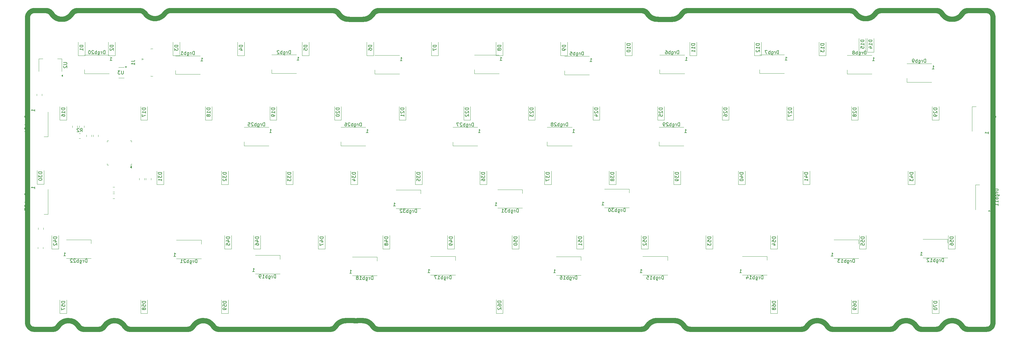
<source format=gbr>
%TF.GenerationSoftware,KiCad,Pcbnew,8.99.0-2194-gb3b7cbcab2*%
%TF.CreationDate,2024-09-18T03:27:03+07:00*%
%TF.ProjectId,Sebas_nuxros,53656261-735f-46e7-9578-726f732e6b69,rev?*%
%TF.SameCoordinates,Original*%
%TF.FileFunction,Legend,Bot*%
%TF.FilePolarity,Positive*%
%FSLAX46Y46*%
G04 Gerber Fmt 4.6, Leading zero omitted, Abs format (unit mm)*
G04 Created by KiCad (PCBNEW 8.99.0-2194-gb3b7cbcab2) date 2024-09-18 03:27:03*
%MOMM*%
%LPD*%
G01*
G04 APERTURE LIST*
%ADD10C,1.500000*%
%ADD11C,0.500000*%
%ADD12C,0.150000*%
%ADD13C,0.120000*%
G04 APERTURE END LIST*
D10*
X613648568Y31047455D02*
X613656821Y31044698D01*
X613665067Y31041922D01*
X613673303Y31039129D01*
X613681532Y31036317D01*
X613689751Y31033487D01*
X613697963Y31030638D01*
X613706165Y31027772D01*
X613714359Y31024887D01*
X613722543Y31021984D01*
X613730720Y31019063D01*
X613738887Y31016124D01*
X613747046Y31013167D01*
X613755194Y31010192D01*
X613763335Y31007199D01*
X613771466Y31004188D01*
X613779589Y31001159D01*
X613787701Y30998112D01*
X613795806Y30995047D01*
X613803899Y30991965D01*
X613811985Y30988864D01*
X613820060Y30985746D01*
X613828128Y30982609D01*
X613836184Y30979455D01*
X613844232Y30976283D01*
X613852269Y30973094D01*
X613860299Y30969886D01*
X613868317Y30966662D01*
X613876327Y30963419D01*
X613884325Y30960159D01*
X613892316Y30956880D01*
X613900295Y30953585D01*
X613908266Y30950271D01*
X613916225Y30946941D01*
X613924177Y30943593D01*
X613932116Y30940227D01*
X613940047Y30936843D01*
X613947966Y30933443D01*
X613955878Y30930025D01*
X613963776Y30926589D01*
X613971667Y30923136D01*
X613979546Y30919666D01*
X613987416Y30916178D01*
X613995274Y30912674D01*
X614003124Y30909151D01*
X614010961Y30905612D01*
X614018790Y30902055D01*
X614026606Y30898481D01*
X614034414Y30894890D01*
X614042209Y30891282D01*
X614049995Y30887656D01*
X614057769Y30884014D01*
X614065535Y30880354D01*
X614073287Y30876677D01*
X614081031Y30872983D01*
X614088762Y30869273D01*
X614096484Y30865544D01*
X614104193Y30861800D01*
X614111893Y30858038D01*
X614119580Y30854260D01*
X614127259Y30850464D01*
X614134924Y30846652D01*
X614142580Y30842823D01*
X614150223Y30838977D01*
X614157857Y30835114D01*
X614165478Y30831235D01*
X614173089Y30827338D01*
X614180687Y30823426D01*
X614188276Y30819496D01*
X614195852Y30815550D01*
X614203418Y30811587D01*
X614210970Y30807608D01*
X614218514Y30803611D01*
X614226043Y30799599D01*
X614233564Y30795569D01*
X614241070Y30791524D01*
X614248567Y30787461D01*
X614256051Y30783383D01*
X614263525Y30779288D01*
X614270984Y30775177D01*
X614278435Y30771049D01*
X614285871Y30766905D01*
X614293298Y30762744D01*
X614300710Y30758568D01*
X614308113Y30754374D01*
X614315502Y30750166D01*
X614322881Y30745939D01*
X614330246Y30741698D01*
X614337602Y30737440D01*
X614344942Y30733167D01*
X614352273Y30728876D01*
X614359590Y30724570D01*
X614366897Y30720247D01*
X614374189Y30715910D01*
X614381471Y30711555D01*
X614388739Y30707185D01*
X614395997Y30702798D01*
X614403240Y30698397D01*
X614410473Y30693978D01*
X614417691Y30689545D01*
X614424900Y30685094D01*
X614432093Y30680629D01*
X614439276Y30676147D01*
X614446445Y30671650D01*
X614453603Y30667137D01*
X614460747Y30662609D01*
X614467880Y30658064D01*
X614474998Y30653504D01*
X614482106Y30648928D01*
X614484243Y30647547D01*
D11*
X662999449Y28717052D02*
X663266812Y28816775D01*
D10*
X616921845Y28676794D02*
X616933032Y28675344D01*
X616944455Y28673944D01*
X616956134Y28672592D01*
X616968091Y28671288D01*
X616980354Y28670030D01*
X616992952Y28668816D01*
X617005926Y28667646D01*
X617019320Y28666517D01*
X617033191Y28665426D01*
X617047612Y28664371D01*
X617062676Y28663347D01*
X617078509Y28662350D01*
X617095286Y28661370D01*
X617113271Y28660397D01*
X617132882Y28659413D01*
X617154880Y28658383D01*
X617180964Y28657235D01*
X617209276Y28656034D01*
D11*
X432516567Y31085712D02*
X432869585Y30969200D01*
X648541921Y28820316D02*
X648794163Y28959677D01*
D10*
X381151321Y122775021D02*
X381430156Y122835677D01*
X574595940Y28724251D02*
X574606504Y28722291D01*
X574617307Y28720366D01*
X574628369Y28718476D01*
X574639715Y28716618D01*
X574651373Y28714788D01*
X574663377Y28712984D01*
X574675770Y28711201D01*
X574688603Y28709434D01*
X574701941Y28707677D01*
X574715866Y28705922D01*
X574730493Y28704157D01*
X574745975Y28702366D01*
X574762543Y28700528D01*
X574780558Y28698606D01*
X574800664Y28696537D01*
X574824237Y28694184D01*
X574854661Y28691208D01*
X574875880Y28689138D01*
X574897097Y28687042D01*
X574918306Y28684896D01*
X574928906Y28683796D01*
X574939504Y28682674D01*
X574950097Y28681527D01*
X574960685Y28680351D01*
X574971269Y28679145D01*
X574981847Y28677903D01*
X574992419Y28676624D01*
X575002984Y28675304D01*
X575013542Y28673940D01*
X575024092Y28672529D01*
D11*
X428848978Y29875231D02*
X429094295Y30154545D01*
X613129863Y31164125D02*
X613493247Y31085712D01*
D10*
X642832881Y28738649D02*
X642838999Y28736810D01*
X642845122Y28734990D01*
X642851215Y28733200D01*
X642857313Y28731430D01*
X642863381Y28729689D01*
X642869453Y28727968D01*
X642875497Y28726276D01*
X642881544Y28724604D01*
X642887563Y28722960D01*
X642893586Y28721336D01*
X642899581Y28719741D01*
X642905580Y28718165D01*
X642911551Y28716617D01*
X642917526Y28715089D01*
X642923474Y28713589D01*
X642929425Y28712108D01*
X642935350Y28710655D01*
X642941278Y28709222D01*
X642947180Y28707815D01*
X642953085Y28706429D01*
X642958965Y28705069D01*
X642964847Y28703729D01*
X642970704Y28702415D01*
X642976565Y28701121D01*
X642982400Y28699854D01*
X642988239Y28698606D01*
X642994052Y28697384D01*
X642999869Y28696182D01*
X643005661Y28695005D01*
X643011457Y28693848D01*
X643017228Y28692717D01*
X643023002Y28691605D01*
X643028752Y28690519D01*
X643034506Y28689452D01*
X643040235Y28688410D01*
X643045968Y28687388D01*
X643051678Y28686391D01*
X643057390Y28685413D01*
X643063080Y28684460D01*
X643068772Y28683526D01*
X643074442Y28682616D01*
X643080115Y28681727D01*
X643085765Y28680861D01*
X643091418Y28680015D01*
X643097049Y28679193D01*
X643102683Y28678390D01*
X643108295Y28677611D01*
X643113910Y28676852D01*
X643114345Y28676794D01*
X571208027Y120627272D02*
X571200469Y120623674D01*
X571192623Y120620026D01*
X571184451Y120616313D01*
X571175903Y120612515D01*
X571166912Y120608606D01*
X571157388Y120604549D01*
X571147199Y120600294D01*
X571136139Y120595757D01*
X571123855Y120590801D01*
X571109632Y120585141D01*
X571091447Y120577977D01*
X571086929Y120576202D01*
X571071831Y120570266D01*
X571056743Y120564294D01*
X571049208Y120561285D01*
X571041681Y120558255D01*
X571034165Y120555199D01*
X571026661Y120552113D01*
D11*
X562176835Y29133821D02*
X562379017Y29339167D01*
D10*
X569688894Y120280390D02*
X569631976Y120278495D01*
X569574696Y120276667D01*
X569517044Y120274907D01*
X569459009Y120273216D01*
X569400582Y120271593D01*
X569341750Y120270038D01*
X569282503Y120268552D01*
X569222827Y120267135D01*
X569162711Y120265787D01*
X569102140Y120264509D01*
X569041101Y120263301D01*
X568979577Y120262162D01*
X568917553Y120261094D01*
X568855013Y120260097D01*
X568791938Y120259172D01*
X568728309Y120258317D01*
X568664106Y120257535D01*
X568599308Y120256825D01*
X568533892Y120256187D01*
X568467833Y120255623D01*
X568401105Y120255134D01*
X568333680Y120254718D01*
X568265528Y120254378D01*
X568196615Y120254113D01*
X568126909Y120253925D01*
X568056369Y120253814D01*
X567984955Y120253781D01*
X567912621Y120253827D01*
X567839319Y120253954D01*
X567764995Y120254161D01*
X567689590Y120254451D01*
X567613037Y120254825D01*
X567535264Y120255284D01*
X567456189Y120255830D01*
X567375723Y120256465D01*
X567293761Y120257192D01*
X567210187Y120258011D01*
X567124869Y120258927D01*
X567037650Y120259942D01*
X566948353Y120261061D01*
X566856767Y120262287D01*
X566762640Y120263627D01*
X566665669Y120265085D01*
X566565482Y120266671D01*
X566461613Y120268393D01*
X566353466Y120270265D01*
X566240252Y120272302D01*
X566120893Y120274528D01*
X565993837Y120276975D01*
X565856703Y120279692D01*
X565705460Y120282765D01*
X565532163Y120286360D01*
X565292881Y120291402D01*
D11*
X427780073Y28820329D02*
X428032314Y28959690D01*
X610070975Y30154545D02*
X610344533Y30406264D01*
D10*
X421272540Y122780131D02*
X421542826Y122836973D01*
X392324177Y31184124D02*
X392333585Y31183213D01*
X392343070Y31182214D01*
X392352636Y31181126D01*
X392362287Y31179949D01*
X392372027Y31178681D01*
X392381862Y31177320D01*
X392391795Y31175865D01*
X392401834Y31174315D01*
X392411982Y31172667D01*
X392422248Y31170919D01*
X392432637Y31169070D01*
X392443157Y31167117D01*
X392453817Y31165057D01*
X392464625Y31162887D01*
X392475592Y31160605D01*
X392486729Y31158206D01*
X392498047Y31155687D01*
X392509562Y31153043D01*
X392521288Y31150269D01*
X392533244Y31147360D01*
X392545451Y31144308D01*
X392557931Y31141106D01*
X392570712Y31137745D01*
X392583829Y31134215D01*
X392597319Y31130502D01*
X392611231Y31126592D01*
X392625624Y31122464D01*
X392640573Y31118096D01*
X392656176Y31113455D01*
X392672564Y31108499D01*
X392689922Y31103168D01*
X392708523Y31097376D01*
X392728808Y31090979D01*
X392751579Y31083719D01*
X392778640Y31075017D01*
X392807009Y31065848D01*
X392835526Y31056632D01*
X392864070Y31047455D01*
X574347020Y122856034D02*
X591683536Y122856034D01*
X654772583Y121270252D02*
X654784690Y121283024D01*
X654796852Y121295968D01*
X654809071Y121309090D01*
X654821352Y121322396D01*
X654833699Y121335890D01*
X654846118Y121349580D01*
X654858612Y121363473D01*
X654871189Y121377576D01*
X654883854Y121391897D01*
X654896613Y121406445D01*
X654909474Y121421229D01*
X654922444Y121436260D01*
X654935532Y121451549D01*
X654948747Y121467108D01*
X654962099Y121482952D01*
X654975600Y121499095D01*
X654989261Y121515555D01*
X655003099Y121532350D01*
X655009937Y121540695D01*
D11*
X630584286Y122666573D02*
X630339779Y122538120D01*
D10*
X469480826Y28727764D02*
X469491719Y28730608D01*
X469502617Y28733536D01*
X469513519Y28736547D01*
X469524423Y28739642D01*
X469535330Y28742821D01*
X469546237Y28746084D01*
X469557145Y28749430D01*
X469568053Y28752860D01*
X469578959Y28756372D01*
X469589863Y28759969D01*
X469600764Y28763648D01*
X469611661Y28767411D01*
X469622553Y28771256D01*
X469633439Y28775184D01*
X469644318Y28779195D01*
X469655190Y28783288D01*
X469666053Y28787463D01*
X469676906Y28791720D01*
X469687749Y28796059D01*
X469698580Y28800479D01*
X469709399Y28804981D01*
X469720204Y28809563D01*
X469730994Y28814227D01*
X469741769Y28818970D01*
X469752528Y28823794D01*
X469763268Y28828697D01*
X469773990Y28833680D01*
X469784693Y28838742D01*
X469795375Y28843883D01*
X469806034Y28849101D01*
X469816671Y28854398D01*
X469827284Y28859772D01*
X469837873Y28865223D01*
X469848435Y28870751D01*
X469858970Y28876354D01*
X469869476Y28882033D01*
X469879954Y28887788D01*
X469890401Y28893616D01*
X469900817Y28899519D01*
X469911200Y28905496D01*
X469921549Y28911545D01*
X469931864Y28917667D01*
X469942143Y28923860D01*
X469952385Y28930125D01*
X469962590Y28936460D01*
X469972755Y28942865D01*
X469982880Y28949340D01*
X469992964Y28955883D01*
X470003006Y28962494D01*
X470013005Y28969172D01*
X470022959Y28975917D01*
X470032868Y28982727D01*
X470042730Y28989603D01*
X470047644Y28993065D01*
X470052545Y28996543D01*
X470057435Y29000037D01*
X470062312Y29003547D01*
X470067176Y29007073D01*
X470072029Y29010614D01*
X470076868Y29014171D01*
X470081695Y29017743D01*
X470086509Y29021330D01*
X470091310Y29024933D01*
X470096098Y29028551D01*
X470100872Y29032184D01*
X470105633Y29035832D01*
X470110381Y29039495D01*
X470115115Y29043172D01*
X470119835Y29046865D01*
X470124541Y29050571D01*
X470129234Y29054293D01*
X470133912Y29058028D01*
X470138577Y29061778D01*
X470143226Y29065542D01*
X470147861Y29069320D01*
X470152482Y29073111D01*
X470157088Y29076917D01*
X470161679Y29080736D01*
X470166256Y29084570D01*
X470170816Y29088416D01*
X470175363Y29092276D01*
X470179893Y29096149D01*
X470184409Y29100035D01*
X470188908Y29103934D01*
X470193393Y29107847D01*
X470197861Y29111772D01*
X470202315Y29115710D01*
X470206751Y29119660D01*
X470211172Y29123624D01*
X470215576Y29127599D01*
X470219966Y29131587D01*
X470224337Y29135587D01*
X470228694Y29139599D01*
X470232312Y29142953D01*
D11*
X436253783Y28636035D02*
X469029934Y28636035D01*
X421033852Y122666592D02*
X420789341Y122538140D01*
X650748906Y30815901D02*
X651087574Y30969199D01*
D10*
X624072649Y121841959D02*
X624079026Y121834045D01*
X624085418Y121826144D01*
X624091776Y121818317D01*
X624098150Y121810503D01*
X624104490Y121802762D01*
X624110845Y121795034D01*
X624117169Y121787377D01*
X624123507Y121779733D01*
X624129814Y121772158D01*
X624136136Y121764597D01*
X624142428Y121757103D01*
X624148735Y121749623D01*
X624155013Y121742208D01*
X624161305Y121734807D01*
X624167569Y121727470D01*
X624173848Y121720148D01*
X624180099Y121712888D01*
X624186365Y121705642D01*
X624192604Y121698457D01*
X624198858Y121691287D01*
X624205086Y121684177D01*
X624211328Y121677080D01*
X624217545Y121670043D01*
X624223777Y121663020D01*
X624229984Y121656055D01*
X624236205Y121649103D01*
X624242402Y121642209D01*
X624248614Y121635329D01*
X624254803Y121628504D01*
X624261006Y121621694D01*
X624267186Y121614938D01*
X624273381Y121608196D01*
X624279553Y121601508D01*
X624285740Y121594835D01*
X624291905Y121588214D01*
X624298085Y121581607D01*
X624304243Y121575052D01*
X624310416Y121568511D01*
X624316568Y121562021D01*
X624322735Y121555546D01*
X624328881Y121549120D01*
X624335042Y121542709D01*
X624341183Y121536347D01*
X624347338Y121529999D01*
X624353475Y121523700D01*
X624359625Y121517415D01*
X624365757Y121511177D01*
X624371903Y121504954D01*
X624378031Y121498778D01*
X624384172Y121492616D01*
X624390297Y121486500D01*
X624396435Y121480399D01*
X624402556Y121474343D01*
X624408691Y121468302D01*
X624414809Y121462305D01*
X624420941Y121456323D01*
X624427057Y121450384D01*
X624433187Y121444461D01*
X624439300Y121438580D01*
X624445428Y121432714D01*
X624451540Y121426891D01*
X624457666Y121421083D01*
X624463776Y121415316D01*
X624469900Y121409564D01*
X624476010Y121403854D01*
X624482133Y121398158D01*
X624488242Y121392503D01*
X624494364Y121386863D01*
X624500473Y121381263D01*
X624506595Y121375677D01*
X624512703Y121370132D01*
X624518825Y121364601D01*
X624524933Y121359109D01*
X624531055Y121353632D01*
X624537164Y121348194D01*
X624543286Y121342770D01*
X624549396Y121337385D01*
X624555519Y121332015D01*
X624561630Y121326682D01*
X624567754Y121321364D01*
X624573867Y121316082D01*
X624579992Y121310816D01*
X624591780Y121300757D01*
X429830080Y30741724D02*
X429842215Y30749006D01*
X429855087Y30756820D01*
X429868929Y30765314D01*
X429884137Y30774734D01*
X429901482Y30785566D01*
X429922967Y30799063D01*
X429933584Y30805749D01*
X429955669Y30819647D01*
X429966718Y30826578D01*
X429977777Y30833490D01*
X429988848Y30840376D01*
X429999936Y30847228D01*
X430011044Y30854042D01*
X430022175Y30860810D01*
X430033333Y30867527D01*
X430044521Y30874184D01*
X430055744Y30880778D01*
X430061369Y30884048D01*
X430067004Y30887300D01*
X430072649Y30890532D01*
X430078304Y30893744D01*
X430083971Y30896936D01*
X430089649Y30900105D01*
X430095340Y30903252D01*
X430101042Y30906375D01*
X430106758Y30909475D01*
X430112487Y30912549D01*
X562252997Y122254795D02*
X562244308Y122263368D01*
X562235442Y122272005D01*
X562226389Y122280712D01*
X562217141Y122289496D01*
X562207689Y122298366D01*
X562198020Y122307330D01*
X562188122Y122316398D01*
X562177982Y122325582D01*
X562167582Y122334893D01*
X562156904Y122344346D01*
X562145927Y122353959D01*
X562134625Y122363752D01*
X562122970Y122373746D01*
X562110924Y122383971D01*
X562098445Y122394461D01*
X562085480Y122405257D01*
X562071960Y122416413D01*
X562057797Y122427997D01*
X562042873Y122440104D01*
X562037059Y122444795D01*
X432649164Y31047455D02*
X432675953Y31038916D01*
X432714475Y31026715D01*
X432747356Y31016304D01*
X432763783Y31011083D01*
X432780197Y31005842D01*
X432796592Y31000576D01*
X432812967Y30995276D01*
X432829317Y30989936D01*
X432845638Y30984550D01*
X432861927Y30979110D01*
X432878181Y30973610D01*
X432886293Y30970836D01*
X432894395Y30968043D01*
X432902486Y30965233D01*
X432910566Y30962403D01*
X432918634Y30959552D01*
X432926690Y30956681D01*
X432934734Y30953788D01*
X432942764Y30950872D01*
X432950781Y30947933D01*
X432958784Y30944970D01*
X432966772Y30941981D01*
X432974746Y30938966D01*
X432982704Y30935924D01*
X432990646Y30932854D01*
X432998572Y30929755D01*
X433006482Y30926627D01*
X433014374Y30923469D01*
X433022249Y30920280D01*
X433030105Y30917058D01*
X433037944Y30913804D01*
X433045763Y30910516D01*
X433053562Y30907193D01*
X433061342Y30903835D01*
X433069101Y30900440D01*
X433076840Y30897009D01*
X433084557Y30893539D01*
X433092252Y30890031D01*
X433099926Y30886483D01*
X433107576Y30882894D01*
X433115204Y30879264D01*
X433122808Y30875592D01*
X433130388Y30871876D01*
X433137943Y30868117D01*
X433145474Y30864313D01*
X433152979Y30860463D01*
X433160458Y30856567D01*
X433167911Y30852624D01*
X433175337Y30848632D01*
X433182736Y30844592D01*
X433190108Y30840501D01*
X433197451Y30836360D01*
X433204765Y30832167D01*
X433212051Y30827922D01*
X433219307Y30823623D01*
D11*
X563034430Y121286252D02*
X562772883Y121579108D01*
X664435986Y30636035D02*
X664435986Y120836035D01*
X641729827Y29571474D02*
X641900398Y29339195D01*
D10*
X387065077Y121616837D02*
X387055556Y121629375D01*
X387045868Y121642263D01*
X387035989Y121655536D01*
X387025892Y121669235D01*
X387015542Y121683410D01*
X387004897Y121698122D01*
X386993903Y121713449D01*
X386982491Y121729494D01*
X386970567Y121746393D01*
X386957998Y121764341D01*
X386944589Y121783622D01*
X386930023Y121804701D01*
X386913720Y121828424D01*
X386894372Y121856707D01*
X386874746Y121885467D01*
X386850770Y121920595D01*
X616003690Y29066757D02*
X616012936Y29059499D01*
X616022252Y29052287D01*
X616031638Y29045121D01*
X616041093Y29038003D01*
X616050618Y29030934D01*
X616060212Y29023912D01*
X616069874Y29016940D01*
X616079605Y29010017D01*
X616089403Y29003144D01*
X616099267Y28996321D01*
X616109199Y28989550D01*
X616119196Y28982831D01*
X616129260Y28976163D01*
X616139388Y28969549D01*
X616149580Y28962988D01*
X616159837Y28956481D01*
X616170157Y28950028D01*
X616180540Y28943630D01*
X616190984Y28937288D01*
X616201491Y28931002D01*
X616212058Y28924773D01*
X616222685Y28918601D01*
X616233372Y28912487D01*
X616244118Y28906432D01*
X616254922Y28900435D01*
X616265783Y28894498D01*
X616276701Y28888622D01*
X616287675Y28882806D01*
X616298704Y28877051D01*
X616309787Y28871358D01*
X616320923Y28865728D01*
X616332112Y28860160D01*
X616343353Y28854656D01*
X616354645Y28849216D01*
X616365987Y28843841D01*
X616377378Y28838531D01*
X616388817Y28833287D01*
X616400304Y28828109D01*
X616411837Y28822997D01*
X616423415Y28817954D01*
X616435038Y28812978D01*
X616446704Y28808070D01*
X616458412Y28803231D01*
X616470162Y28798462D01*
X616481952Y28793763D01*
X616493782Y28789134D01*
X616505649Y28784576D01*
X616517554Y28780089D01*
X616529495Y28775674D01*
X616541471Y28771332D01*
X616553480Y28767062D01*
X616565522Y28762866D01*
X616577596Y28758743D01*
X616589700Y28754695D01*
X616601834Y28750721D01*
X616613995Y28746822D01*
X616626183Y28742998D01*
X616638397Y28739250D01*
X616640381Y28738649D01*
D11*
X655924817Y28959637D02*
X656177061Y28820268D01*
X415518730Y120950213D02*
X415206510Y121159814D01*
D10*
X388718341Y120464613D02*
X388691552Y120473152D01*
X388653030Y120485353D01*
X388620149Y120495764D01*
X388603722Y120500985D01*
X388587308Y120506226D01*
X388570913Y120511492D01*
X388554538Y120516792D01*
X388538188Y120522132D01*
X388521867Y120527518D01*
X388505578Y120532958D01*
X388489324Y120538458D01*
X388481212Y120541232D01*
X388473110Y120544025D01*
X388465019Y120546835D01*
X388456939Y120549665D01*
X388448871Y120552516D01*
X388440815Y120555387D01*
X388432771Y120558280D01*
X388424741Y120561196D01*
X388416724Y120564135D01*
X388408721Y120567098D01*
X388400733Y120570087D01*
X388392759Y120573102D01*
X388384801Y120576144D01*
X388376859Y120579214D01*
X388368933Y120582313D01*
X388361023Y120585441D01*
X388353131Y120588599D01*
X388345256Y120591788D01*
X388337400Y120595010D01*
X388329561Y120598264D01*
X388321742Y120601552D01*
X388313943Y120604875D01*
X388306163Y120608233D01*
X388298404Y120611628D01*
X388290665Y120615059D01*
X388282948Y120618529D01*
X388275253Y120622037D01*
X388267579Y120625585D01*
X388259929Y120629174D01*
X388252301Y120632804D01*
X388244697Y120636476D01*
X388237117Y120640192D01*
X388229562Y120643951D01*
X388222031Y120647755D01*
X388214526Y120651605D01*
X388207047Y120655501D01*
X388199594Y120659444D01*
X388192168Y120663436D01*
X388184769Y120667476D01*
X388177397Y120671567D01*
X388170054Y120675708D01*
X388162740Y120679901D01*
X388155454Y120684146D01*
X388148198Y120688445D01*
D11*
X563994363Y30862060D02*
X564356889Y31012174D01*
X651805225Y120306003D02*
X651441696Y120384481D01*
X656446718Y28718601D02*
X656728187Y28656747D01*
X428634670Y29571474D02*
X428848978Y29875231D01*
D10*
X389560332Y120315547D02*
X389550016Y120316253D01*
X389539284Y120316908D01*
X389528066Y120317515D01*
X389516264Y120318076D01*
X389503741Y120318593D01*
X389490294Y120319071D01*
X389475588Y120319518D01*
X389459009Y120319947D01*
X389439124Y120320391D01*
X389421139Y120320758D01*
X389400686Y120321177D01*
X389380248Y120321642D01*
X389370036Y120321906D01*
X389359829Y120322198D01*
X389349629Y120322524D01*
X389339436Y120322891D01*
X389329251Y120323303D01*
X389319075Y120323766D01*
X389308907Y120324286D01*
X389298750Y120324870D01*
X389288603Y120325521D01*
X389278468Y120326247D01*
X389273405Y120326639D01*
X389268345Y120327053D01*
X389263288Y120327487D01*
X389258234Y120327944D01*
X638931525Y31223553D02*
X638947347Y31222678D01*
X638963192Y31221722D01*
X638979060Y31220684D01*
X638994951Y31219565D01*
X639010864Y31218364D01*
X639026800Y31217081D01*
X639042757Y31215717D01*
X639058736Y31214270D01*
X639074736Y31212741D01*
X639090757Y31211130D01*
X639106799Y31209436D01*
X639122861Y31207660D01*
X639138942Y31205801D01*
X639155044Y31203860D01*
X639171164Y31201835D01*
X639187304Y31199728D01*
X639203461Y31197538D01*
X639219637Y31195264D01*
X639235831Y31192908D01*
X639252042Y31190468D01*
X639268269Y31187945D01*
X639284514Y31185338D01*
X639300774Y31182648D01*
X639317050Y31179874D01*
X639333341Y31177016D01*
X639349646Y31174075D01*
X639365967Y31171050D01*
X639382300Y31167941D01*
X639398648Y31164748D01*
X639415008Y31161471D01*
X639431381Y31158110D01*
X639447765Y31154665D01*
X639464161Y31151137D01*
X639480568Y31147523D01*
X639496985Y31143826D01*
X639513412Y31140045D01*
X639529849Y31136179D01*
X639546294Y31132230D01*
X639562747Y31128196D01*
X639579209Y31124077D01*
X639595677Y31119875D01*
X639612152Y31115589D01*
X639628633Y31111218D01*
X639645119Y31106763D01*
X639661610Y31102224D01*
X639678105Y31097602D01*
X639694604Y31092895D01*
X639711106Y31088104D01*
X639727610Y31083229D01*
X639744116Y31078270D01*
X639760623Y31073228D01*
X639777130Y31068102D01*
X639793637Y31062892D01*
X639810142Y31057599D01*
X639826647Y31052222D01*
X639841068Y31047455D01*
X388665856Y29436079D02*
X388673600Y29446680D01*
X388681590Y29457484D01*
X388689845Y29468515D01*
X388698392Y29479804D01*
X388707260Y29491385D01*
X388716485Y29503303D01*
X388726113Y29515615D01*
X388736203Y29528391D01*
X388746835Y29541726D01*
X388758116Y29555750D01*
X388770203Y29570653D01*
X388783340Y29586730D01*
X388797949Y29604488D01*
X388814887Y29624962D01*
X388836583Y29651082D01*
X388841710Y29657248D01*
X388859558Y29678718D01*
X388877377Y29700210D01*
X388886267Y29710972D01*
X388895139Y29721747D01*
X388903991Y29732540D01*
X388912818Y29743352D01*
X435922441Y28676808D02*
X435933544Y28675363D01*
X435944862Y28673970D01*
X435956409Y28672629D01*
X435968206Y28671338D01*
X435980273Y28670098D01*
X435992636Y28668906D01*
X436005325Y28667762D01*
X436018374Y28666666D01*
X436031826Y28665614D01*
X436045732Y28664605D01*
X436060159Y28663638D01*
X436075189Y28662709D01*
X436090932Y28661814D01*
X436107539Y28660947D01*
X436125227Y28660102D01*
X436144329Y28659266D01*
X436165408Y28658419D01*
X436189580Y28657522D01*
X436219798Y28656469D01*
X436232595Y28656034D01*
X564959653Y120325737D02*
X564951976Y120327107D01*
X564944296Y120328457D01*
X564936652Y120329780D01*
X564929005Y120331084D01*
X564921391Y120332362D01*
X564913772Y120333620D01*
X564903321Y120335312D01*
D11*
X622332102Y122836035D02*
X574368208Y122836035D01*
X405591033Y31203554D02*
X405960683Y31164125D01*
D10*
X414897392Y121421702D02*
X415185322Y121179813D01*
X470880275Y122531991D02*
X470872193Y122537532D01*
X470863997Y122543055D01*
X470855684Y122548560D01*
X470847252Y122554048D01*
X470838697Y122559522D01*
X470830015Y122564982D01*
X470821204Y122570430D01*
X470812260Y122575866D01*
X470803177Y122581293D01*
X470793953Y122586713D01*
X470784581Y122592126D01*
X470775058Y122597535D01*
X470765378Y122602942D01*
X470755535Y122608349D01*
X470745522Y122613758D01*
X470735333Y122619173D01*
X470724960Y122624595D01*
X470714394Y122630028D01*
X470703628Y122635475D01*
X470692650Y122640940D01*
X470681449Y122646427D01*
X470670013Y122651942D01*
X470658328Y122657488D01*
X470646377Y122663073D01*
X470634144Y122668702D01*
X470627909Y122671539D01*
D11*
X386847198Y121899876D02*
X386676650Y122132324D01*
X561425355Y28718648D02*
X561695003Y28820307D01*
D10*
X574059398Y122835236D02*
X574050366Y122833704D01*
X574041138Y122832059D01*
X574031697Y122830296D01*
X574022019Y122828408D01*
X574012077Y122826388D01*
X574001840Y122824228D01*
X573991267Y122821917D01*
X573980308Y122819441D01*
X573968899Y122816783D01*
X573956953Y122813920D01*
X573944352Y122810820D01*
X573930924Y122807437D01*
X573918578Y122804264D01*
D11*
X470120714Y28959690D02*
X470350309Y29133853D01*
X380426255Y29124543D02*
X380654695Y28953536D01*
X470552493Y29339202D02*
X470723070Y29571474D01*
X381451344Y122815678D02*
X381172509Y122755022D01*
X415851635Y120775319D02*
X415518730Y120950213D01*
D10*
X616640381Y28738649D02*
X616646499Y28736810D01*
X616652622Y28734990D01*
X616658715Y28733200D01*
X616664813Y28731430D01*
X616670881Y28729689D01*
X616676953Y28727968D01*
X616682997Y28726276D01*
X616689044Y28724604D01*
X616695063Y28722960D01*
X616701086Y28721336D01*
X616707081Y28719741D01*
X616713080Y28718165D01*
X616719051Y28716617D01*
X616725026Y28715089D01*
X616730974Y28713589D01*
X616736925Y28712108D01*
X616742850Y28710655D01*
X616748778Y28709222D01*
X616754680Y28707815D01*
X616760585Y28706429D01*
X616766465Y28705069D01*
X616772347Y28703729D01*
X616778204Y28702415D01*
X616784065Y28701121D01*
X616789900Y28699854D01*
X616795739Y28698606D01*
X616801552Y28697384D01*
X616807369Y28696182D01*
X616813161Y28695005D01*
X616818957Y28693848D01*
X616824728Y28692717D01*
X616830502Y28691605D01*
X616836252Y28690519D01*
X616842006Y28689452D01*
X616847735Y28688410D01*
X616853468Y28687388D01*
X616859178Y28686391D01*
X616864890Y28685413D01*
X616870580Y28684460D01*
X616876272Y28683526D01*
X616881942Y28682616D01*
X616887615Y28681727D01*
X616893265Y28680861D01*
X616898918Y28680015D01*
X616904549Y28679193D01*
X616910183Y28678390D01*
X616915795Y28677611D01*
X616921410Y28676852D01*
X616921845Y28676794D01*
X417664935Y120496930D02*
X418036108Y120557303D01*
D11*
X648794163Y28959677D02*
X649023759Y29133842D01*
X379816991Y121399500D02*
X379756335Y121120665D01*
D10*
X405614673Y31196521D02*
X405624989Y31195815D01*
X405635721Y31195160D01*
X405646939Y31194553D01*
X405658741Y31193992D01*
X405671264Y31193475D01*
X405684711Y31192997D01*
X405699417Y31192550D01*
X405715996Y31192121D01*
X405735881Y31191677D01*
X405753866Y31191310D01*
X405774319Y31190891D01*
X405794757Y31190426D01*
X405804969Y31190162D01*
X405815176Y31189870D01*
X405825376Y31189544D01*
X405835569Y31189177D01*
X405845754Y31188765D01*
X405855930Y31188302D01*
X405866098Y31187782D01*
X405876255Y31187198D01*
X405886402Y31186547D01*
X405896537Y31185821D01*
X405901600Y31185429D01*
X405906660Y31185015D01*
X405911717Y31184581D01*
X405916771Y31184124D01*
X631368788Y122856034D02*
X646452286Y122856034D01*
D11*
X429666566Y30627548D02*
X429987065Y30815902D01*
D10*
X630318591Y122558119D02*
X630323955Y122561487D01*
X630329329Y122564839D01*
X630334705Y122568167D01*
X630340091Y122571479D01*
X630345478Y122574768D01*
X630350876Y122578039D01*
X630356273Y122581287D01*
X630361682Y122584518D01*
X630367089Y122587726D01*
X630372507Y122590916D01*
X630377925Y122594083D01*
X630383353Y122597232D01*
X630388779Y122600358D01*
X630394216Y122603467D01*
X630399651Y122606551D01*
X630405096Y122609618D01*
X630410539Y122612661D01*
X630415992Y122615686D01*
X630421443Y122618688D01*
X630426903Y122621672D01*
X630432361Y122624631D01*
X630437828Y122627573D01*
X630443292Y122630491D01*
X630448766Y122633390D01*
X630454236Y122636266D01*
X630459716Y122639124D01*
X630465192Y122641957D01*
X630470677Y122644772D01*
X630476158Y122647563D01*
X630481647Y122650335D01*
X630487133Y122653084D01*
X630492627Y122655814D01*
X630498117Y122658519D01*
X630503615Y122661206D01*
X630509109Y122663869D01*
X630514611Y122666514D01*
X630520108Y122669133D01*
X630525612Y122671735D01*
X630531112Y122674312D01*
X630536620Y122676870D01*
X630542122Y122679404D01*
X630547632Y122681919D01*
X630553136Y122684410D01*
X630558647Y122686882D01*
X630564153Y122689330D01*
X630569666Y122691758D01*
X630575173Y122694162D01*
X630580687Y122696548D01*
X630586194Y122698909D01*
X630591709Y122701251D01*
X630597217Y122703568D01*
X630602732Y122705867D01*
X630608240Y122708141D01*
X630613754Y122710396D01*
X630619262Y122712627D01*
X630624776Y122714838D01*
X630630283Y122717025D01*
X630635797Y122719194D01*
X630641302Y122721337D01*
X630646814Y122723462D01*
X630652319Y122725562D01*
X630657829Y122727643D01*
X630663332Y122729699D01*
X630668841Y122731737D01*
X630674341Y122733750D01*
X630679847Y122735744D01*
X630685345Y122737714D01*
X630690849Y122739664D01*
X630696345Y122741590D01*
X630701846Y122743497D01*
X630707338Y122745380D01*
X630712836Y122747243D01*
X630718324Y122749082D01*
X630723819Y122750902D01*
X630729304Y122752698D01*
X630734795Y122754474D01*
X630740276Y122756226D01*
X630745763Y122757959D01*
X630751240Y122759668D01*
X630756722Y122761358D01*
X630762194Y122763024D01*
X630767672Y122764670D01*
X630773140Y122766292D01*
X630778613Y122767895D01*
X630784076Y122769474D01*
X630789543Y122771034D01*
X630795001Y122772570D01*
X630800463Y122774086D01*
X630805916Y122775579D01*
X630811372Y122777053D01*
X630816819Y122778502D01*
X630822269Y122779933D01*
X630822970Y122780115D01*
D11*
X380053470Y29554758D02*
X380224478Y29326319D01*
D10*
X564615995Y31157296D02*
X564623861Y31159132D01*
X564631732Y31160949D01*
X564639591Y31162743D01*
X564647455Y31164517D01*
X564655306Y31166268D01*
X564663163Y31167999D01*
X564671006Y31169707D01*
X564678854Y31171396D01*
X564686690Y31173061D01*
X564694530Y31174707D01*
X564702357Y31176329D01*
X564710188Y31177933D01*
X564718007Y31179512D01*
X564725829Y31181073D01*
X564733638Y31182610D01*
X564741452Y31184128D01*
X564749252Y31185622D01*
X564757056Y31187098D01*
X564764846Y31188550D01*
X564772640Y31189982D01*
X564780421Y31191392D01*
X564788205Y31192781D01*
X564795976Y31194149D01*
X564803750Y31195496D01*
X564811510Y31196820D01*
X564819274Y31198125D01*
X564827024Y31199407D01*
X564834776Y31200670D01*
X564842515Y31201910D01*
X564850257Y31203130D01*
X564857985Y31204327D01*
X564865716Y31205505D01*
X564873432Y31206660D01*
X564881151Y31207796D01*
X564888856Y31208909D01*
X564896564Y31210002D01*
X564904257Y31211073D01*
X564911952Y31212124D01*
X564919633Y31213153D01*
X564927317Y31214162D01*
X564934986Y31215149D01*
X564942657Y31216116D01*
X564950314Y31217061D01*
X564957972Y31217986D01*
X564965616Y31218889D01*
X564973262Y31219772D01*
X564980893Y31220633D01*
X564988526Y31221474D01*
X565002836Y31222997D01*
D11*
X394468347Y122836035D02*
X394180798Y122815252D01*
X573448540Y29571474D02*
X573619111Y29339196D01*
D10*
X572823708Y122151968D02*
X572816636Y122143473D01*
X572809495Y122134770D01*
X572802275Y122125848D01*
X572794968Y122116691D01*
X572787561Y122107282D01*
X572780040Y122097601D01*
X572772390Y122087625D01*
X572764591Y122077325D01*
X572756621Y122066669D01*
X572748452Y122055615D01*
X572740049Y122044112D01*
X572731368Y122032097D01*
X572722352Y122019482D01*
X572712920Y122006154D01*
X572702962Y121991947D01*
X572692306Y121976611D01*
X572680673Y121959735D01*
X572667525Y121940532D01*
X572653156Y121919436D01*
D11*
X416201383Y120637151D02*
X415851635Y120775319D01*
D10*
X470995112Y122444796D02*
X470986985Y122451330D01*
X470978843Y122457844D01*
X470972192Y122463137D01*
X470965527Y122468411D01*
X470959609Y122473067D01*
X470953679Y122477706D01*
X470948232Y122481940D01*
X470942773Y122486156D01*
X470937663Y122490076D01*
X470932542Y122493978D01*
X470927690Y122497649D01*
X470922826Y122501303D01*
X470918180Y122504768D01*
X470913521Y122508216D01*
X470909043Y122511505D01*
X470904553Y122514777D01*
X470900216Y122517912D01*
X470895867Y122521031D01*
X470891649Y122524030D01*
X470887420Y122527012D01*
X470880275Y122531991D01*
X395333990Y28979681D02*
X395344536Y28972854D01*
X395355128Y28966092D01*
X395365766Y28959396D01*
X395376449Y28952767D01*
X395387175Y28946204D01*
X395397945Y28939708D01*
X395408758Y28933280D01*
X395419612Y28926921D01*
X395430508Y28920630D01*
X395441443Y28914408D01*
X395446926Y28911323D01*
X395452419Y28908256D01*
X395457921Y28905206D01*
X395463433Y28902173D01*
X395468954Y28899159D01*
X395474484Y28896162D01*
X395480024Y28893182D01*
X395485573Y28890221D01*
X395491132Y28887277D01*
X395496699Y28884351D01*
X395502275Y28881443D01*
X395507860Y28878553D01*
X395513453Y28875681D01*
X395519055Y28872827D01*
X395524666Y28869992D01*
X395530285Y28867174D01*
X395535912Y28864375D01*
X395541548Y28861593D01*
X395547191Y28858831D01*
X395552843Y28856086D01*
X395558502Y28853360D01*
X395564169Y28850653D01*
X395569844Y28847964D01*
X395575527Y28845293D01*
X395586232Y28840322D01*
D11*
X640697930Y30627547D02*
X640996644Y30406263D01*
X393629477Y122651594D02*
X393377162Y122512119D01*
X664118485Y29554757D02*
X664255242Y29805208D01*
D10*
X650728574Y120674513D02*
X650736232Y120670577D01*
X650743898Y120666659D01*
X650751568Y120662761D01*
X650759246Y120658882D01*
X650766928Y120655024D01*
X650774618Y120651183D01*
X650782312Y120647363D01*
X650790014Y120643562D01*
X650797720Y120639781D01*
X650805434Y120636018D01*
X650813151Y120632276D01*
X650820877Y120628551D01*
X650828606Y120624848D01*
X650836344Y120621163D01*
X650844084Y120617498D01*
X650851834Y120613851D01*
X650859586Y120610225D01*
X650867347Y120606617D01*
X650875111Y120603030D01*
X650882884Y120599461D01*
X650890659Y120595913D01*
X650898444Y120592382D01*
X650906231Y120588872D01*
X650914026Y120585381D01*
X650921825Y120581910D01*
X650929632Y120578457D01*
X650937442Y120575024D01*
X650945261Y120571610D01*
X650953082Y120568216D01*
X650960912Y120564841D01*
X650968745Y120561486D01*
X650976586Y120558149D01*
X650984430Y120554833D01*
X650992282Y120551535D01*
X651000138Y120548257D01*
X651008001Y120544998D01*
X651015868Y120541759D01*
X651023743Y120538538D01*
X651031621Y120535338D01*
X651039507Y120532156D01*
X651047396Y120528994D01*
X651055293Y120525851D01*
X651067357Y120521090D01*
X401335005Y28752068D02*
X401344578Y28755417D01*
X401354218Y28758874D01*
X401363930Y28762441D01*
X401373718Y28766121D01*
X401383587Y28769917D01*
X401393542Y28773830D01*
X401403590Y28777866D01*
X401413737Y28782027D01*
X401423988Y28786317D01*
X401434353Y28790740D01*
X401444838Y28795301D01*
X401455453Y28800006D01*
X401466209Y28804859D01*
X401477114Y28809867D01*
X401488183Y28815037D01*
X401499429Y28820378D01*
X401510868Y28825897D01*
X401522516Y28831607D01*
X401534396Y28837517D01*
X401546531Y28843643D01*
X401558948Y28849999D01*
X401571681Y28856607D01*
X401584770Y28863487D01*
X401598263Y28870669D01*
X401612221Y28878187D01*
X401626721Y28886087D01*
X401641865Y28894426D01*
X401657790Y28903284D01*
X401669782Y28910009D01*
D11*
X416563936Y120537304D02*
X416201383Y120637151D01*
X380224476Y122145757D02*
X380053469Y121917317D01*
X409222738Y28820323D02*
X409492390Y28718662D01*
X653970094Y30815901D02*
X654290592Y30627548D01*
D10*
X648251548Y122773333D02*
X648257789Y122771448D01*
X648264023Y122769544D01*
X648270246Y122767622D01*
X648276462Y122765681D01*
X648282667Y122763724D01*
X648288866Y122761747D01*
X648295053Y122759752D01*
X648301234Y122757739D01*
X648307402Y122755709D01*
X648313564Y122753660D01*
X648319715Y122751593D01*
X648325858Y122749508D01*
X648331990Y122747406D01*
X648338114Y122745285D01*
X648344227Y122743146D01*
X648350332Y122740990D01*
X648356426Y122738816D01*
X648362512Y122736623D01*
X648368586Y122734414D01*
X648374653Y122732186D01*
X648380707Y122729941D01*
X648386754Y122727678D01*
X648392788Y122725398D01*
X648398816Y122723099D01*
X648404830Y122720784D01*
X648410837Y122718450D01*
X648416831Y122716100D01*
X648422818Y122713731D01*
X648428792Y122711345D01*
X648434758Y122708942D01*
X648440711Y122706521D01*
X648446656Y122704083D01*
X648452589Y122701628D01*
X648458513Y122699155D01*
X648464424Y122696665D01*
X648470328Y122694157D01*
X648476218Y122691633D01*
X648482100Y122689091D01*
X648487969Y122686533D01*
X648493829Y122683956D01*
X648499676Y122681363D01*
X648505516Y122678753D01*
X648511341Y122676126D01*
X648517158Y122673481D01*
X648521296Y122671586D01*
D11*
X379816990Y30072572D02*
X379916712Y29805208D01*
D10*
X380633507Y28973535D02*
X380405067Y29144542D01*
D11*
X626861039Y120456729D02*
X626485531Y120476931D01*
X391257001Y31164051D02*
X391626646Y31203478D01*
X574854246Y28656804D02*
X575141677Y28636035D01*
D10*
X393434213Y30823623D02*
X393442431Y30818668D01*
X393450742Y30813564D01*
X393459154Y30808305D01*
X393467678Y30802882D01*
X393476324Y30797288D01*
X393485104Y30791513D01*
X393494031Y30785547D01*
X393503121Y30779376D01*
X393512393Y30772986D01*
X393521868Y30766361D01*
X393531572Y30759479D01*
X393541535Y30752317D01*
X393551796Y30744843D01*
X393562402Y30737021D01*
X393573415Y30728802D01*
X393584916Y30720121D01*
X393597015Y30710891D01*
X393609875Y30700984D01*
X393623742Y30690203D01*
X393639045Y30678212D01*
X393656637Y30664331D01*
X393678875Y30646700D01*
X393685881Y30641137D01*
X393708194Y30623430D01*
X393719363Y30614591D01*
X393730545Y30605771D01*
X393741745Y30596976D01*
X393752966Y30588214D01*
X393764211Y30579491D01*
X393775486Y30570813D01*
D11*
X435966353Y28656809D02*
X436253783Y28636035D01*
X404486250Y31085712D02*
X404849634Y31164125D01*
X572447253Y121579119D02*
X572185714Y121286257D01*
D10*
X565394600Y31244987D02*
X565438289Y31246182D01*
X565482468Y31247311D01*
X565527163Y31248373D01*
X565572400Y31249369D01*
X565618207Y31250297D01*
X565664615Y31251159D01*
X565711661Y31251953D01*
X565759381Y31252679D01*
X565807817Y31253336D01*
X565857017Y31253924D01*
X565907032Y31254443D01*
X565957921Y31254892D01*
X566009750Y31255269D01*
X566062595Y31255575D01*
X566116542Y31255808D01*
X566171690Y31255967D01*
X566228155Y31256051D01*
X566286075Y31256058D01*
X566345612Y31255987D01*
X566406964Y31255834D01*
X566470376Y31255598D01*
X566536153Y31255274D01*
X566604691Y31254859D01*
X566676512Y31254345D01*
X566752340Y31253725D01*
X566833228Y31252987D01*
X566920814Y31252111D01*
X567017940Y31251064D01*
X567130439Y31249778D01*
X567302873Y31247724D01*
X567407962Y31246465D01*
X567513091Y31245231D01*
X567618266Y31244047D01*
X567670872Y31243483D01*
X567723492Y31242941D01*
X567776125Y31242424D01*
X567828773Y31241936D01*
X567881436Y31241480D01*
X567934114Y31241059D01*
X567986810Y31240677D01*
X568039522Y31240336D01*
X568092252Y31240039D01*
X568145000Y31239791D01*
X568197767Y31239594D01*
X568250553Y31239451D01*
X568303360Y31239366D01*
X568356188Y31239341D01*
X568409037Y31239381D01*
X568461908Y31239487D01*
X568514802Y31239664D01*
X568567719Y31239914D01*
X568620660Y31240242D01*
X568647140Y31240435D01*
X568673626Y31240649D01*
X568700118Y31240884D01*
X568726617Y31241139D01*
X568753122Y31241417D01*
X568779634Y31241716D01*
X568806152Y31242038D01*
X568832677Y31242382D01*
X568859209Y31242750D01*
X568885747Y31243142D01*
X568912293Y31243557D01*
X568938846Y31243997D01*
X568965405Y31244461D01*
X568991972Y31244951D01*
X433219307Y30823623D02*
X433227525Y30818668D01*
X433235836Y30813564D01*
X433244248Y30808305D01*
X433252772Y30802882D01*
X433261418Y30797288D01*
X433270198Y30791513D01*
X433279125Y30785547D01*
X433288215Y30779376D01*
X433297487Y30772986D01*
X433306962Y30766361D01*
X433316666Y30759479D01*
X433326629Y30752317D01*
X433336890Y30744843D01*
X433347496Y30737021D01*
X433358509Y30728802D01*
X433370010Y30720121D01*
X433382109Y30710891D01*
X433394969Y30700984D01*
X433408836Y30690203D01*
X433424139Y30678212D01*
X433441731Y30664331D01*
X433463969Y30646700D01*
X433470975Y30641137D01*
X433493288Y30623430D01*
X433504457Y30614591D01*
X433515639Y30605771D01*
X433526839Y30596976D01*
X433538060Y30588214D01*
X433549305Y30579491D01*
X433560580Y30570813D01*
X662978261Y28737051D02*
X662699427Y28676393D01*
D11*
X379916712Y29805208D02*
X380053470Y29554758D01*
D10*
X414637075Y121693086D02*
X414897392Y121421702D01*
X560835284Y28656034D02*
X560835284Y28683428D01*
D11*
X482224783Y28959694D02*
X482477023Y28820342D01*
X390540611Y30969131D02*
X390893623Y31085640D01*
X434933400Y29133845D02*
X435162996Y28959682D01*
D10*
X386248421Y122532387D02*
X386237875Y122539214D01*
X386227283Y122545976D01*
X386216645Y122552672D01*
X386205962Y122559301D01*
X386195236Y122565864D01*
X386184466Y122572360D01*
X386173653Y122578788D01*
X386162799Y122585147D01*
X386151903Y122591438D01*
X386140968Y122597660D01*
X386135485Y122600745D01*
X386129992Y122603812D01*
X386124490Y122606862D01*
X386118978Y122609895D01*
X386113457Y122612909D01*
X386107927Y122615906D01*
X386102387Y122618886D01*
X386096838Y122621847D01*
X386091279Y122624791D01*
X386085712Y122627717D01*
X386080136Y122630625D01*
X386074551Y122633515D01*
X386068958Y122636387D01*
X386063356Y122639241D01*
X386057745Y122642076D01*
X386052126Y122644894D01*
X386046499Y122647693D01*
X386040863Y122650475D01*
X386035220Y122653237D01*
X386029568Y122655982D01*
X386023909Y122658708D01*
X386018242Y122661415D01*
X386012567Y122664104D01*
X386006884Y122666775D01*
X385996179Y122671746D01*
D11*
X473294295Y31186503D02*
X473686059Y31208493D01*
D10*
X562882506Y121452704D02*
X562874445Y121461691D01*
X562865483Y121471569D01*
X562855123Y121482879D01*
X562842016Y121497088D01*
X562837474Y121502000D01*
X562826461Y121513916D01*
X562815479Y121525852D01*
X562810008Y121531834D01*
X562804555Y121537830D01*
X562799122Y121543841D01*
X562793714Y121549871D01*
X562788334Y121555923D01*
X562782985Y121562000D01*
X562777671Y121568104D01*
X562772395Y121574238D01*
X562767159Y121580405D01*
X562761969Y121586609D01*
X562756827Y121592850D01*
X562751736Y121599134D01*
X568991972Y31244951D02*
X569039085Y31245880D01*
X569090814Y31246975D01*
X569149566Y31248294D01*
X569221248Y31249973D01*
X569270310Y31251144D01*
X569335807Y31252704D01*
X569401310Y31254229D01*
X569434063Y31254966D01*
X569466814Y31255681D01*
X569499564Y31256369D01*
X569532311Y31257024D01*
X569565055Y31257644D01*
X569597795Y31258223D01*
X569630529Y31258756D01*
X569663257Y31259240D01*
X569695979Y31259669D01*
X569728692Y31260039D01*
X569761397Y31260346D01*
X569794092Y31260584D01*
X569826777Y31260750D01*
X569843116Y31260804D01*
X569859451Y31260839D01*
X569875783Y31260853D01*
X569892112Y31260846D01*
X569908438Y31260817D01*
X569924761Y31260767D01*
X569941080Y31260693D01*
X569957395Y31260597D01*
X569973707Y31260476D01*
X569990015Y31260332D01*
X570006318Y31260162D01*
X570022618Y31259966D01*
X570038914Y31259745D01*
X570055206Y31259497D01*
X570071493Y31259222D01*
X570087776Y31258918D01*
X570104054Y31258587D01*
X570120327Y31258226D01*
X570136596Y31257836D01*
X570152860Y31257416D01*
X570169119Y31256966D01*
X570185372Y31256484D01*
X570201621Y31255970D01*
X570217864Y31255424D01*
X570234102Y31254845D01*
X570250334Y31254233D01*
X570266560Y31253586D01*
X570282781Y31252905D01*
X570298996Y31252189D01*
X570315205Y31251437D01*
X570331407Y31250648D01*
X570347604Y31249823D01*
X570363794Y31248960D01*
X570379978Y31248059D01*
X570396155Y31247120D01*
X570412326Y31246141D01*
X570428489Y31245123D01*
X570444646Y31244065D01*
X570460796Y31242965D01*
X570476939Y31241824D01*
X570493075Y31240641D01*
X570509203Y31239416D01*
X570525324Y31238147D01*
X570541438Y31236835D01*
X570557544Y31235479D01*
X570573642Y31234077D01*
X570589732Y31232630D01*
X570605814Y31231137D01*
X570621889Y31229598D01*
X570637955Y31228012D01*
X570654012Y31226378D01*
X570670062Y31224695D01*
X570686103Y31222964D01*
X570702135Y31221183D01*
X570718159Y31219353D01*
X570734173Y31217472D01*
X570750179Y31215539D01*
X570766176Y31213556D01*
X570782163Y31211520D01*
X570798142Y31209431D01*
X570814111Y31207288D01*
X570830070Y31205092D01*
X570846020Y31202842D01*
X570861960Y31200536D01*
X570877891Y31198175D01*
X570893811Y31195757D01*
X570909722Y31193283D01*
X570925622Y31190751D01*
X570941512Y31188161D01*
X570957392Y31185513D01*
X570973261Y31182806D01*
X570989119Y31180040D01*
X571004967Y31177213D01*
X571020804Y31174325D01*
X571036631Y31171376D01*
X571052446Y31168365D01*
X571068250Y31165292D01*
X571084043Y31162156D01*
X571099825Y31158956D01*
X571115595Y31155692D01*
X571131353Y31152363D01*
X571147100Y31148969D01*
X571162835Y31145510D01*
X571178558Y31141983D01*
X571194270Y31138390D01*
X571209969Y31134729D01*
X571225656Y31131000D01*
X571241330Y31127202D01*
X571256992Y31123336D01*
X571272642Y31119399D01*
X571288279Y31115392D01*
X571303903Y31111313D01*
X571319515Y31107164D01*
X571335113Y31102942D01*
X649971727Y30300403D02*
X649983588Y30311535D01*
X649995509Y30322614D01*
X650007489Y30333639D01*
X650019527Y30344609D01*
X650031624Y30355524D01*
X650043779Y30366383D01*
X650055991Y30377186D01*
X650068259Y30387932D01*
X650080583Y30398621D01*
X650092962Y30409252D01*
X650105397Y30419824D01*
X650117885Y30430337D01*
X650130427Y30440792D01*
X650143023Y30451186D01*
X650149340Y30456360D01*
X650155670Y30461520D01*
X650162014Y30466664D01*
X650168370Y30471792D01*
X650174739Y30476906D01*
X650181121Y30482004D01*
X650187515Y30487086D01*
X650193922Y30492153D01*
X650200342Y30497204D01*
X650206774Y30502240D01*
X650213218Y30507260D01*
X650219675Y30512264D01*
X650226144Y30517253D01*
X650232625Y30522225D01*
X650239118Y30527182D01*
X650245623Y30532122D01*
X650252140Y30537046D01*
X650258669Y30541955D01*
X650265209Y30546847D01*
X650271761Y30551723D01*
X650278325Y30556582D01*
X650284900Y30561425D01*
X650291487Y30566252D01*
X650298085Y30571062D01*
X650304694Y30575856D01*
X650311315Y30580633D01*
X650317946Y30585394D01*
X650324590Y30590138D01*
X650331243Y30594864D01*
X650337908Y30599575D01*
X650344583Y30604268D01*
X650351269Y30608945D01*
X650357966Y30613604D01*
X650364673Y30618247D01*
X650371391Y30622872D01*
X650378119Y30627480D01*
X650384858Y30632071D01*
X650391607Y30636645D01*
X650398365Y30641202D01*
X650405135Y30645741D01*
X650411913Y30650263D01*
X650418703Y30654768D01*
X650425501Y30659254D01*
X650432310Y30663724D01*
X650439128Y30668176D01*
X650445957Y30672611D01*
X650452793Y30677027D01*
X650459641Y30681426D01*
X650466497Y30685807D01*
X650473363Y30690171D01*
X650480237Y30694516D01*
X650487121Y30698844D01*
X650494014Y30703153D01*
X650500916Y30707445D01*
X650507826Y30711718D01*
X650514746Y30715974D01*
X650521674Y30720211D01*
X650528612Y30724431D01*
X650535556Y30728632D01*
X650542511Y30732815D01*
X650549473Y30736979D01*
X650556444Y30741126D01*
X650563422Y30745253D01*
X650570410Y30749363D01*
X650577404Y30753453D01*
X650584408Y30757526D01*
X650591418Y30761579D01*
X650598438Y30765615D01*
X650605464Y30769631D01*
X650612499Y30773630D01*
X650619540Y30777609D01*
X650626591Y30781570D01*
X650633646Y30785511D01*
X650640712Y30789435D01*
X650647782Y30793338D01*
X650654862Y30797224D01*
X650661947Y30801090D01*
X650669041Y30804938D01*
X650676139Y30808765D01*
X650683247Y30812575D01*
X650690359Y30816365D01*
X650697481Y30820137D01*
X650704606Y30823888D01*
X650711741Y30827622D01*
X650718880Y30831335D01*
X650726027Y30835030D01*
X650727718Y30835901D01*
D11*
X571572844Y120797243D02*
X571229227Y120607246D01*
D10*
X421542826Y122836973D02*
X421818365Y122856034D01*
D11*
X470091379Y122815280D02*
X469803751Y122836035D01*
D10*
X402857883Y30174544D02*
X402862743Y30179849D01*
X402867619Y30185141D01*
X402872487Y30190395D01*
X402877371Y30195637D01*
X402882247Y30200841D01*
X402887139Y30206032D01*
X402892023Y30211186D01*
X402896922Y30216327D01*
X402901814Y30221431D01*
X402906721Y30226521D01*
X402911619Y30231574D01*
X402916533Y30236614D01*
X402921439Y30241617D01*
X402926360Y30246607D01*
X402931272Y30251559D01*
X402936199Y30256498D01*
X402941119Y30261401D01*
X402946052Y30266289D01*
X402950977Y30271141D01*
X402955917Y30275979D01*
X402960848Y30280781D01*
X402965794Y30285568D01*
X402970731Y30290320D01*
X402975682Y30295057D01*
X402980625Y30299758D01*
X402985582Y30304445D01*
X402990530Y30309096D01*
X402995492Y30313733D01*
X403000445Y30318334D01*
X403005412Y30322920D01*
X403010370Y30327471D01*
X403015342Y30332007D01*
X403020305Y30336508D01*
X403025282Y30340994D01*
X403030249Y30345446D01*
X403035230Y30349882D01*
X403040203Y30354283D01*
X403045188Y30358670D01*
X403050164Y30363021D01*
X403055154Y30367358D01*
X403060134Y30371660D01*
X403065128Y30375947D01*
X403070112Y30380200D01*
X403075110Y30384437D01*
X403080098Y30388640D01*
X403085099Y30392828D01*
X403090091Y30396982D01*
X403095096Y30401120D01*
X403100091Y30405225D01*
X403105099Y30409315D01*
X403110098Y30413371D01*
X403115109Y30417411D01*
X403120112Y30421418D01*
X403125126Y30425409D01*
X403130132Y30429367D01*
X403135149Y30433309D01*
X403140158Y30437219D01*
X403145178Y30441112D01*
X403150189Y30444973D01*
X403155213Y30448818D01*
X403160227Y30452631D01*
X403165253Y30456427D01*
X403170270Y30460192D01*
X403175298Y30463940D01*
X403180318Y30467657D01*
X403185349Y30471357D01*
X403190371Y30475025D01*
X403195405Y30478677D01*
X403200429Y30482298D01*
X403205465Y30485902D01*
X403210492Y30489475D01*
X403215530Y30493032D01*
X403220559Y30496557D01*
X403225600Y30500066D01*
X403230631Y30503544D01*
X403235674Y30507006D01*
X403240707Y30510437D01*
X403245752Y30513851D01*
X403250787Y30517235D01*
X403255834Y30520602D01*
X403260871Y30523939D01*
X403265920Y30527260D01*
X403270960Y30530550D01*
X403276010Y30533824D01*
X403280798Y30536905D01*
D11*
X650129694Y30406263D02*
X650428407Y30627547D01*
X396468594Y28636035D02*
X400749034Y28636035D01*
X654862864Y30154545D02*
X655108181Y29875232D01*
D10*
X474250934Y120291402D02*
X474226341Y120291936D01*
X474214046Y120292229D01*
X474201755Y120292551D01*
X474189468Y120292913D01*
X474177187Y120293326D01*
X474164912Y120293799D01*
X474152645Y120294342D01*
X474146515Y120294643D01*
X474140387Y120294965D01*
X474134261Y120295310D01*
X474128138Y120295678D01*
X474122018Y120296072D01*
X474115901Y120296492D01*
X474109787Y120296940D01*
X474103676Y120297416D01*
X474097569Y120297922D01*
X474091464Y120298460D01*
X474085364Y120299030D01*
X474079267Y120299634D01*
X474073175Y120300273D01*
X474067086Y120300949D01*
X474061001Y120301662D01*
X474054921Y120302414D01*
X379895524Y29825207D02*
X379795802Y30092571D01*
D11*
X609009012Y28959662D02*
X609238608Y29133830D01*
D10*
X393048416Y122255542D02*
X393042967Y122248969D01*
X393037418Y122242154D01*
X393031753Y122235069D01*
X393025948Y122227685D01*
X393019975Y122219961D01*
X393013799Y122211844D01*
X393007369Y122203267D01*
X393000618Y122194130D01*
X392993443Y122184292D01*
X392985683Y122173521D01*
X392977044Y122161401D01*
X392966876Y122147013D01*
X392955517Y122130855D01*
X392945842Y122117089D01*
X392936140Y122103342D01*
X392931271Y122096482D01*
X392926386Y122089634D01*
X392921481Y122082803D01*
X392916555Y122075989D01*
D11*
X391422198Y120654513D02*
X391083415Y120501090D01*
D10*
X473861375Y120335312D02*
X473846249Y120337699D01*
X473830133Y120340196D01*
X473817387Y120342170D01*
X473804645Y120344166D01*
X473791912Y120346207D01*
X473785552Y120347252D01*
X473779195Y120348316D01*
X473772844Y120349403D01*
X473766499Y120350516D01*
X473760160Y120351656D01*
X473753828Y120352828D01*
X473747505Y120354034D01*
X473741189Y120355276D01*
X473734883Y120356558D01*
X473728587Y120357882D01*
X431553747Y31223553D02*
X431564427Y31222668D01*
X431575603Y31221663D01*
X431587381Y31220526D01*
X431599917Y31219238D01*
X431613447Y31217770D01*
X431628377Y31216075D01*
X431645508Y31214056D01*
X431666982Y31211456D01*
X431675482Y31210417D01*
X431691912Y31208413D01*
X431708347Y31206434D01*
X431724788Y31204505D01*
X431733012Y31203568D01*
X431741239Y31202653D01*
X431749468Y31201764D01*
X431757700Y31200903D01*
X431765936Y31200074D01*
X431774175Y31199281D01*
X431782418Y31198525D01*
X431790665Y31197811D01*
X431798917Y31197142D01*
X431807173Y31196521D01*
X414035166Y122397207D02*
X414235335Y122206901D01*
X394902212Y29359196D02*
X394909495Y29350529D01*
X394916878Y29341868D01*
X394924360Y29333213D01*
X394931943Y29324563D01*
X394939627Y29315920D01*
X394947412Y29307282D01*
X394955301Y29298649D01*
X394963292Y29290021D01*
X394971388Y29281399D01*
X394979589Y29272781D01*
X394987895Y29264168D01*
X394996308Y29255560D01*
X395004827Y29246956D01*
X395013455Y29238356D01*
X395022192Y29229760D01*
X395031039Y29221168D01*
X395039996Y29212581D01*
X395049064Y29203996D01*
X395058245Y29195415D01*
X395067540Y29186838D01*
X395076948Y29178263D01*
X395086472Y29169692D01*
X395096111Y29161123D01*
X395104394Y29153844D01*
D11*
X389063868Y29875196D02*
X389309185Y30154502D01*
D10*
X654841676Y30174544D02*
X654851352Y30164082D01*
X654861092Y30153433D01*
X654870901Y30142590D01*
X654880788Y30131544D01*
X654890759Y30120285D01*
X654900822Y30108801D01*
X654910987Y30097082D01*
X654921263Y30085112D01*
X654931663Y30072877D01*
X654942198Y30060361D01*
X654952884Y30047542D01*
X654963737Y30034400D01*
X654974777Y30020907D01*
X654986025Y30007034D01*
X654997509Y29992746D01*
X655009259Y29978000D01*
X655021315Y29962743D01*
X655033724Y29946914D01*
X655046545Y29930432D01*
X655059855Y29913193D01*
X655073757Y29895060D01*
X655088392Y29875843D01*
X655103969Y29855264D01*
X655120812Y29832883D01*
X655139493Y29807934D01*
X655161212Y29778807D01*
X655191690Y29737815D01*
X655218934Y29701167D01*
X655232580Y29682846D01*
X655246250Y29664534D01*
X655259950Y29646235D01*
X655273688Y29627955D01*
X655287469Y29609700D01*
X655301300Y29591473D01*
X664097297Y29574756D02*
X663926290Y29346317D01*
X637135057Y30835901D02*
X637149371Y30843223D01*
X637163744Y30850485D01*
X637178175Y30857687D01*
X637192664Y30864829D01*
X637207211Y30871910D01*
X637221816Y30878931D01*
X637236479Y30885891D01*
X637251199Y30892789D01*
X637265977Y30899626D01*
X637280812Y30906402D01*
X637295705Y30913116D01*
X637310655Y30919768D01*
X637325661Y30926358D01*
X637340725Y30932886D01*
X637355846Y30939351D01*
X637371023Y30945753D01*
X637386256Y30952093D01*
X637401546Y30958369D01*
X637416892Y30964582D01*
X637432294Y30970731D01*
X637447751Y30976817D01*
X637463264Y30982838D01*
X637478832Y30988795D01*
X637494456Y30994688D01*
X637510134Y31000516D01*
X637525867Y31006279D01*
X637541655Y31011977D01*
X637557497Y31017609D01*
X637573393Y31023176D01*
X637589343Y31028677D01*
X637605346Y31034112D01*
X637621403Y31039481D01*
X637637513Y31044783D01*
X637653675Y31050018D01*
X637669890Y31055186D01*
X637686158Y31060287D01*
X637702477Y31065321D01*
X637718848Y31070287D01*
X637735270Y31075185D01*
X637751743Y31080014D01*
X637768267Y31084775D01*
X637784841Y31089468D01*
X637801466Y31094092D01*
X637818140Y31098646D01*
X637834864Y31103131D01*
X637851636Y31107547D01*
X637868457Y31111893D01*
X637885327Y31116168D01*
X637902244Y31120373D01*
X637919209Y31124508D01*
X637936221Y31128572D01*
X637953279Y31132565D01*
X637970384Y31136487D01*
X637987535Y31140337D01*
X638004731Y31144115D01*
X638008434Y31144918D01*
X405361247Y31223553D02*
X405371927Y31222668D01*
X405383103Y31221663D01*
X405394881Y31220526D01*
X405407417Y31219238D01*
X405420947Y31217770D01*
X405435877Y31216075D01*
X405453008Y31214056D01*
X405474482Y31211456D01*
X405482982Y31210417D01*
X405499412Y31208413D01*
X405515847Y31206434D01*
X405532288Y31204505D01*
X405540512Y31203568D01*
X405548739Y31202653D01*
X405556968Y31201764D01*
X405565200Y31200903D01*
X405573436Y31200074D01*
X405581675Y31199281D01*
X405589918Y31198525D01*
X405598165Y31197811D01*
X405606417Y31197142D01*
X405614673Y31196521D01*
D11*
X389881452Y30627490D02*
X390201947Y30815838D01*
X572003701Y30862102D02*
X572347156Y30672350D01*
X414256523Y122186902D02*
X414056354Y122377208D01*
X481622426Y29571456D02*
X481793003Y29339191D01*
X562375279Y122131988D02*
X562173075Y122337598D01*
X483032382Y122815237D02*
X482750741Y122753293D01*
X652546934Y120266541D02*
X652175030Y120266541D01*
X570866491Y120456935D02*
X570489200Y120348201D01*
D10*
X420543672Y122397224D02*
X420768153Y122558139D01*
D11*
X611302413Y30969199D02*
X611655430Y31085712D01*
X391998388Y31203478D02*
X392368033Y31164051D01*
X649611477Y121595905D02*
X649397201Y121899876D01*
D10*
X390327393Y30912549D02*
X390336904Y30917581D01*
X390346527Y30922582D01*
X390356265Y30927552D01*
X390366121Y30932494D01*
X390376098Y30937407D01*
X390386199Y30942292D01*
X390396426Y30947150D01*
X390406784Y30951982D01*
X390417276Y30956788D01*
X390427906Y30961570D01*
X390438678Y30966329D01*
X390449596Y30971066D01*
X390460666Y30975781D01*
X390471891Y30980476D01*
X390483278Y30985152D01*
X390494832Y30989812D01*
X390506560Y30994455D01*
X390518468Y30999084D01*
X390530564Y31003701D01*
X390542855Y31008307D01*
X390555350Y31012906D01*
X390568059Y31017498D01*
X390580992Y31022086D01*
X390594160Y31026674D01*
X390607578Y31031265D01*
X390621258Y31035862D01*
X390635218Y31040469D01*
X390649474Y31045091D01*
X390664049Y31049732D01*
X390678966Y31054400D01*
X390694252Y31059100D01*
X390709940Y31063841D01*
X390726068Y31068632D01*
X390742680Y31073485D01*
X390759833Y31078415D01*
X390777594Y31083437D01*
X390796050Y31088574D01*
X390806685Y31091499D01*
X649290735Y122036094D02*
X649299339Y122024617D01*
X649308142Y122012745D01*
X649317174Y122000429D01*
X649326479Y121987611D01*
X649336108Y121974212D01*
X649346131Y121960131D01*
X649356645Y121945226D01*
X649367788Y121929295D01*
X649379777Y121912022D01*
X649392981Y121892865D01*
X649408149Y121870730D01*
X649427361Y121842573D01*
X649432822Y121834558D01*
X649433389Y121833726D01*
D11*
X387061474Y121595905D02*
X386847198Y121899876D01*
D10*
X653017440Y120372501D02*
X653029738Y120375158D01*
X653042554Y120377847D01*
X653055983Y120380585D01*
X653070153Y120383394D01*
X653085249Y120386309D01*
X653101557Y120389379D01*
X653119561Y120392691D01*
X653140220Y120396417D01*
X653166093Y120401014D01*
X653176546Y120402861D01*
X653200950Y120407180D01*
X653225330Y120411544D01*
X653237507Y120413757D01*
X653249675Y120415998D01*
X653261832Y120418275D01*
X653273977Y120420591D01*
X653286108Y120422954D01*
X653298224Y120425370D01*
X653310324Y120427843D01*
X653322406Y120430380D01*
X653334470Y120432986D01*
X653340495Y120434318D01*
X653346514Y120435668D01*
X653352528Y120437040D01*
X653358537Y120438432D01*
X653364540Y120439846D01*
X653370537Y120441283D01*
D11*
X634398147Y28656790D02*
X634679613Y28718640D01*
X640377432Y30815901D02*
X640697930Y30627547D01*
D10*
X470076448Y122835279D02*
X470065182Y122836730D01*
X470053679Y122838132D01*
X470041917Y122839485D01*
X470029875Y122840791D01*
X470017525Y122842051D01*
X470004834Y122843267D01*
X469991765Y122844439D01*
X469978269Y122845571D01*
X469964289Y122846665D01*
X469949750Y122847723D01*
X469934557Y122848751D01*
X469918579Y122849754D01*
X469901633Y122850740D01*
X469883445Y122851721D01*
X469863574Y122852717D01*
X469841204Y122853762D01*
X469814468Y122854941D01*
X469788820Y122856034D01*
D11*
X435415238Y28820323D02*
X435684890Y28718662D01*
X616661569Y28718650D02*
X616943033Y28656795D01*
D10*
X622986662Y122733324D02*
X622997193Y122729711D01*
X623007739Y122726008D01*
X623018302Y122722215D01*
X623028880Y122718332D01*
X623039474Y122714357D01*
X623050083Y122710292D01*
X623060708Y122706135D01*
X623071347Y122701886D01*
X623082001Y122697546D01*
X623092670Y122693114D01*
X623103352Y122688589D01*
X623114049Y122683972D01*
X623124759Y122679261D01*
X623135482Y122674458D01*
X623146218Y122669562D01*
X623156967Y122664572D01*
X623167728Y122659488D01*
X623178501Y122654310D01*
X623189285Y122649038D01*
X623200081Y122643672D01*
X623210887Y122638212D01*
X623221703Y122632657D01*
X623232528Y122627007D01*
X623243363Y122621262D01*
X623254207Y122615423D01*
X623265059Y122609488D01*
X623275918Y122603458D01*
X623286784Y122597333D01*
X623297657Y122591112D01*
X623308536Y122584796D01*
X623319420Y122578385D01*
X623330308Y122571879D01*
X623341201Y122565277D01*
X623352096Y122558580D01*
X623362994Y122551787D01*
X623373894Y122544900D01*
X623384795Y122537917D01*
X623395696Y122530840D01*
X623406596Y122523667D01*
X623417495Y122516400D01*
X623428391Y122509039D01*
X623439285Y122501584D01*
X623450174Y122494034D01*
X623461058Y122486391D01*
X623471935Y122478656D01*
X623473342Y122477648D01*
D11*
X472599126Y120797263D02*
X472278956Y121024553D01*
D10*
X573507951Y122671491D02*
X573501656Y122668466D01*
X573495169Y122665261D01*
X573488454Y122661857D01*
X573481467Y122658227D01*
X573474144Y122654335D01*
X573466398Y122650129D01*
X573458094Y122645534D01*
X573449010Y122640421D01*
X573438725Y122634545D01*
X573426199Y122627309D01*
X573417752Y122622405D01*
X573408779Y122617196D01*
X573399795Y122612001D01*
X573390795Y122606837D01*
X573381770Y122601720D01*
D11*
X570489200Y120348201D02*
X570102105Y120282412D01*
D10*
X430112487Y30912549D02*
X430121998Y30917581D01*
X430131621Y30922582D01*
X430141359Y30927552D01*
X430151215Y30932494D01*
X430161192Y30937407D01*
X430171293Y30942292D01*
X430181520Y30947150D01*
X430191878Y30951982D01*
X430202370Y30956788D01*
X430213000Y30961570D01*
X430223772Y30966329D01*
X430234690Y30971066D01*
X430245760Y30975781D01*
X430256985Y30980476D01*
X430268372Y30985152D01*
X430279926Y30989812D01*
X430291654Y30994455D01*
X430303562Y30999084D01*
X430315658Y31003701D01*
X430327949Y31008307D01*
X430340444Y31012906D01*
X430353153Y31017498D01*
X430366086Y31022086D01*
X430379254Y31026674D01*
X430392672Y31031265D01*
X430406352Y31035862D01*
X430420312Y31040469D01*
X430434568Y31045091D01*
X430449143Y31049732D01*
X430464060Y31054400D01*
X430479346Y31059100D01*
X430495034Y31063841D01*
X430511162Y31068632D01*
X430527774Y31073485D01*
X430544927Y31078415D01*
X430562688Y31083437D01*
X430581144Y31088574D01*
X430591779Y31091499D01*
D11*
X403794565Y30815902D02*
X404133233Y30969199D01*
D10*
X434687306Y29359196D02*
X434694589Y29350529D01*
X434701972Y29341868D01*
X434709454Y29333213D01*
X434717037Y29324563D01*
X434724721Y29315920D01*
X434732506Y29307282D01*
X434740395Y29298649D01*
X434748386Y29290021D01*
X434756482Y29281399D01*
X434764683Y29272781D01*
X434772989Y29264168D01*
X434781402Y29255560D01*
X434789921Y29246956D01*
X434798549Y29238356D01*
X434807286Y29229760D01*
X434816133Y29221168D01*
X434825090Y29212581D01*
X434834158Y29203996D01*
X434843339Y29195415D01*
X434852634Y29186838D01*
X434862042Y29178263D01*
X434871566Y29169692D01*
X434881205Y29161123D01*
X434889488Y29153844D01*
D11*
X433827465Y30406264D02*
X434101023Y30154545D01*
X469317363Y28656805D02*
X469598823Y28718664D01*
X479818279Y120456956D02*
X479440994Y120348211D01*
D10*
X482466004Y122671491D02*
X482459709Y122668466D01*
X482453222Y122665261D01*
X482446507Y122661857D01*
X482439519Y122658226D01*
X482432196Y122654334D01*
X482424449Y122650128D01*
X482416144Y122645532D01*
X482407060Y122640418D01*
X482396773Y122634542D01*
X482384243Y122627303D01*
X482375814Y122622410D01*
X482366838Y122617199D01*
X482357853Y122612004D01*
X482348850Y122606838D01*
X482339823Y122601720D01*
X472117677Y121175413D02*
X472108663Y121183410D01*
X472098619Y121192219D01*
X472086943Y121202363D01*
X472068940Y121217893D01*
X472056444Y121228664D01*
X472043979Y121239458D01*
X472037767Y121244872D01*
X472031572Y121250303D01*
X472025398Y121255754D01*
X472019248Y121261228D01*
X472013127Y121266729D01*
X472007036Y121272260D01*
X472000979Y121277825D01*
X471994961Y121283427D01*
X471988983Y121289069D01*
X471983049Y121294756D01*
X471977164Y121300489D01*
X471971329Y121306274D01*
X430591779Y31091499D02*
X430601665Y31094196D01*
X430611553Y31096874D01*
X430621379Y31099513D01*
X430631208Y31102132D01*
X430640976Y31104715D01*
X430650747Y31107278D01*
X430660461Y31109804D01*
X430670178Y31112311D01*
X430679839Y31114783D01*
X430689504Y31117235D01*
X430699116Y31119652D01*
X430708731Y31122050D01*
X430718295Y31124414D01*
X430727863Y31126759D01*
X430737382Y31129071D01*
X430746904Y31131363D01*
X430756380Y31133623D01*
X430765859Y31135864D01*
X430775294Y31138073D01*
X430784733Y31140263D01*
X430794128Y31142422D01*
X430803528Y31144561D01*
X430812886Y31146670D01*
X430822249Y31148760D01*
X430831571Y31150820D01*
X430840899Y31152861D01*
X430850188Y31154873D01*
X430859482Y31156865D01*
X430868739Y31158829D01*
X430878002Y31160774D01*
X430887229Y31162690D01*
X430896461Y31164587D01*
X430905660Y31166457D01*
X430914864Y31168307D01*
X430924035Y31170131D01*
X430933212Y31171935D01*
X430942358Y31173712D01*
X430951510Y31175471D01*
X430960632Y31177203D01*
X430969760Y31178915D01*
X430978859Y31180602D01*
X430987965Y31182270D01*
X430998222Y31184124D01*
X390806685Y31091499D02*
X390816571Y31094196D01*
X390826459Y31096874D01*
X390836285Y31099513D01*
X390846114Y31102132D01*
X390855882Y31104715D01*
X390865653Y31107278D01*
X390875367Y31109804D01*
X390885084Y31112311D01*
X390894745Y31114783D01*
X390904410Y31117235D01*
X390914022Y31119652D01*
X390923637Y31122050D01*
X390933201Y31124414D01*
X390942769Y31126759D01*
X390952288Y31129071D01*
X390961810Y31131363D01*
X390971286Y31133623D01*
X390980765Y31135864D01*
X390990200Y31138073D01*
X390999639Y31140263D01*
X391009034Y31142422D01*
X391018434Y31144561D01*
X391027792Y31146670D01*
X391037155Y31148760D01*
X391046477Y31150820D01*
X391055805Y31152861D01*
X391065094Y31154873D01*
X391074388Y31156865D01*
X391083645Y31158829D01*
X391092908Y31160774D01*
X391102135Y31162690D01*
X391111367Y31164587D01*
X391120566Y31166457D01*
X391129770Y31168307D01*
X391138941Y31170131D01*
X391148118Y31171935D01*
X391157264Y31173712D01*
X391166416Y31175471D01*
X391175538Y31177203D01*
X391184666Y31178915D01*
X391193765Y31180602D01*
X391202871Y31182270D01*
X391213128Y31184124D01*
X624591780Y121300757D02*
X624604024Y121290411D01*
X624616336Y121280113D01*
X624628716Y121269863D01*
X624641162Y121259661D01*
X624653675Y121249508D01*
X624666255Y121239404D01*
X624678900Y121229349D01*
X624691611Y121219345D01*
X624704388Y121209391D01*
X624717229Y121199488D01*
X624730135Y121189635D01*
X624743104Y121179835D01*
X624756138Y121170087D01*
X624769234Y121160391D01*
X624782394Y121150749D01*
X624795616Y121141159D01*
X624808899Y121131624D01*
X624822245Y121122143D01*
X624835651Y121112716D01*
X624849118Y121103345D01*
X624862645Y121094029D01*
X624876232Y121084770D01*
X624889877Y121075566D01*
X624903582Y121066420D01*
X624917344Y121057331D01*
X624931165Y121048300D01*
X624945042Y121039327D01*
X624958976Y121030412D01*
X624972966Y121021557D01*
X624987011Y121012761D01*
X625001112Y121004025D01*
X625015267Y120995350D01*
X625029475Y120986735D01*
X625043737Y120978182D01*
X625058052Y120969690D01*
X625072418Y120961260D01*
X625086837Y120952893D01*
X625101306Y120944589D01*
X625115825Y120936348D01*
X625130394Y120928170D01*
X625145012Y120920057D01*
X625159678Y120912009D01*
X625174392Y120904026D01*
X625189154Y120896108D01*
X625203961Y120888256D01*
X625214418Y120882765D01*
X404399279Y31091499D02*
X404409165Y31094196D01*
X404419053Y31096874D01*
X404428879Y31099513D01*
X404438708Y31102132D01*
X404448476Y31104715D01*
X404458247Y31107278D01*
X404467961Y31109804D01*
X404477678Y31112311D01*
X404487339Y31114783D01*
X404497004Y31117235D01*
X404506616Y31119652D01*
X404516231Y31122050D01*
X404525795Y31124414D01*
X404535363Y31126759D01*
X404544882Y31129071D01*
X404554404Y31131363D01*
X404563880Y31133623D01*
X404573359Y31135864D01*
X404582794Y31138073D01*
X404592233Y31140263D01*
X404601628Y31142422D01*
X404611028Y31144561D01*
X404620386Y31146670D01*
X404629749Y31148760D01*
X404639071Y31150820D01*
X404648399Y31152861D01*
X404657688Y31154873D01*
X404666982Y31156865D01*
X404676239Y31158829D01*
X404685502Y31160774D01*
X404694729Y31162690D01*
X404703961Y31164587D01*
X404713160Y31166457D01*
X404722364Y31168307D01*
X404731535Y31170131D01*
X404740712Y31171935D01*
X404749858Y31173712D01*
X404759010Y31175471D01*
X404768132Y31177203D01*
X404777260Y31178915D01*
X404786359Y31180602D01*
X404795465Y31182270D01*
X404805722Y31184124D01*
D11*
X662435986Y28636035D02*
X662720615Y28656394D01*
D10*
X572164511Y121306277D02*
X572157228Y121298917D01*
X572149930Y121291571D01*
X572142983Y121284607D01*
X572136020Y121277658D01*
X572129346Y121271025D01*
X572122657Y121264407D01*
X572116211Y121258058D01*
X572109751Y121251724D01*
X572103499Y121245622D01*
X572097233Y121239536D01*
X572091149Y121233655D01*
X572085051Y121227789D01*
X572079113Y121222106D01*
X572073162Y121216438D01*
X572067354Y121210934D01*
X572061532Y121205446D01*
X572055840Y121200107D01*
X572050134Y121194784D01*
X572044544Y121189597D01*
X572038942Y121184426D01*
X572033445Y121179380D01*
X572027936Y121174350D01*
X572022524Y121169437D01*
X572017099Y121164539D01*
X572011764Y121159749D01*
X572006416Y121154976D01*
X572001151Y121150303D01*
X571995874Y121145646D01*
X571990673Y121141085D01*
X571985460Y121136539D01*
X571980318Y121132082D01*
X571975164Y121127642D01*
X571970077Y121123285D01*
X571964977Y121118945D01*
X571959941Y121114685D01*
X571954891Y121110440D01*
X571949901Y121106272D01*
X571944898Y121102119D01*
X571939951Y121098039D01*
X571934991Y121093975D01*
X571930084Y121089980D01*
X571925164Y121086001D01*
X571920294Y121082087D01*
X571915411Y121078190D01*
X571910575Y121074356D01*
X571905727Y121070538D01*
X571900923Y121066780D01*
X571896107Y121063039D01*
X571891333Y121059355D01*
X571886547Y121055688D01*
X571881800Y121052077D01*
X571877042Y121048482D01*
X571871811Y121044559D01*
D11*
X615707898Y29339195D02*
X615910080Y29133841D01*
D10*
X472264025Y121044552D02*
X472257368Y121049950D01*
X472250528Y121055597D01*
X472243471Y121061525D01*
X472236152Y121067775D01*
X472228513Y121074401D01*
X472220469Y121081481D01*
X472211898Y121089128D01*
X472202600Y121097526D01*
X472192214Y121107006D01*
X472179934Y121118313D01*
X472166816Y121130453D01*
X472154599Y121141761D01*
X472142353Y121153043D01*
X472136211Y121158665D01*
X472130054Y121164270D01*
X472123877Y121169854D01*
X472117677Y121175413D01*
X385445064Y122835260D02*
X385433961Y122836705D01*
X385422643Y122838098D01*
X385411096Y122839439D01*
X385399299Y122840730D01*
X385387232Y122841970D01*
X385374869Y122843162D01*
X385362180Y122844306D01*
X385349131Y122845402D01*
X385335679Y122846454D01*
X385321773Y122847463D01*
X385307346Y122848430D01*
X385292316Y122849359D01*
X385276573Y122850254D01*
X385259966Y122851121D01*
X385242278Y122851966D01*
X385223176Y122852802D01*
X385202097Y122853649D01*
X385177925Y122854546D01*
X385147707Y122855599D01*
X385134910Y122856034D01*
D11*
X479053903Y120282407D02*
X478661878Y120260391D01*
X631114440Y122816965D02*
X630844158Y122760116D01*
X471986260Y121286275D02*
X471724720Y121579135D01*
X560856472Y28636035D02*
X561143897Y28656796D01*
X562772883Y121579108D02*
X562545811Y121899434D01*
X573821293Y29133844D02*
X574050889Y28959680D01*
X637156245Y30815901D02*
X637494913Y30969199D01*
D10*
X435640978Y28738661D02*
X435647259Y28736788D01*
X435653545Y28734934D01*
X435659790Y28733113D01*
X435666040Y28731312D01*
X435672249Y28729543D01*
X435678464Y28727794D01*
X435684638Y28726077D01*
X435690818Y28724380D01*
X435696958Y28722714D01*
X435703103Y28721068D01*
X435709209Y28719452D01*
X435715321Y28717857D01*
X435721394Y28716292D01*
X435727471Y28714747D01*
X435733511Y28713232D01*
X435739556Y28711736D01*
X435745564Y28710270D01*
X435751576Y28708824D01*
X435757552Y28707408D01*
X435763532Y28706011D01*
X435769477Y28704643D01*
X435775425Y28703295D01*
X435781339Y28701975D01*
X435787256Y28700675D01*
X435793139Y28699403D01*
X435799026Y28698151D01*
X435804878Y28696927D01*
X435810735Y28695722D01*
X435816558Y28694545D01*
X435822384Y28693387D01*
X435828178Y28692257D01*
X435833975Y28691146D01*
X435839739Y28690063D01*
X435845507Y28688999D01*
X435851243Y28687961D01*
X435856982Y28686943D01*
X435862689Y28685951D01*
X435868400Y28684979D01*
X435874080Y28684032D01*
X435879762Y28683106D01*
X435885415Y28682205D01*
X435891069Y28681323D01*
X435896695Y28680467D01*
X435902322Y28679630D01*
X435907920Y28678819D01*
X435913521Y28678027D01*
X435922441Y28676808D01*
D11*
X413057216Y122816973D02*
X412781679Y122836035D01*
X395377812Y28959646D02*
X395630052Y28820286D01*
X473686059Y31208493D02*
X478659458Y31208443D01*
X392560483Y121595905D02*
X392315163Y121316386D01*
D10*
X434889488Y29153844D02*
X434894411Y29149554D01*
X434899347Y29145279D01*
X434904287Y29141026D01*
X434909241Y29136789D01*
X434914199Y29132574D01*
X434919169Y29128375D01*
X434924144Y29124198D01*
X434929132Y29120036D01*
X434934124Y29115897D01*
X434939129Y29111774D01*
X434944138Y29107673D01*
X434949159Y29103588D01*
X434954185Y29099526D01*
X434959223Y29095479D01*
X434964264Y29091454D01*
X434969318Y29087446D01*
X434974376Y29083460D01*
X434979446Y29079490D01*
X434984519Y29075542D01*
X434989605Y29071611D01*
X434994694Y29067702D01*
X434999796Y29063809D01*
X435004900Y29059939D01*
X435010017Y29056084D01*
X435015137Y29052253D01*
X435020268Y29048437D01*
X435025403Y29044644D01*
X435030550Y29040868D01*
X435035699Y29037114D01*
X435040861Y29033376D01*
X435046025Y29029661D01*
X435051201Y29025962D01*
X435056379Y29022285D01*
X435061569Y29018626D01*
X435066762Y29014988D01*
X435071966Y29011368D01*
X435077173Y29007769D01*
X435082391Y29004188D01*
X435087612Y29000629D01*
X435092844Y28997086D01*
X435098078Y28993566D01*
X435103323Y28990063D01*
X435108571Y28986582D01*
X435113830Y28983118D01*
X435119084Y28979681D01*
X663926301Y122165765D02*
X664097308Y121937323D01*
X381151322Y28737058D02*
X380883958Y28836779D01*
X481776099Y29245620D02*
X481784445Y29237006D01*
X481792860Y29228435D01*
X481801343Y29219909D01*
X481809895Y29211428D01*
X481818514Y29202992D01*
X481827200Y29194604D01*
X481835951Y29186263D01*
X481844768Y29177970D01*
X481853649Y29169726D01*
X481862594Y29161532D01*
X481871602Y29153389D01*
X481880673Y29145297D01*
X481889804Y29137258D01*
X481898997Y29129271D01*
X481908250Y29121339D01*
X481917561Y29113461D01*
X481926931Y29105639D01*
X481936359Y29097873D01*
X481945843Y29090164D01*
X481955383Y29082512D01*
X481964977Y29074920D01*
X481974626Y29067386D01*
X481984328Y29059913D01*
X481994081Y29052500D01*
X482003887Y29045149D01*
X482013742Y29037860D01*
X482023647Y29030634D01*
X482033600Y29023471D01*
X482043601Y29016373D01*
X482053648Y29009341D01*
X482063741Y29002373D01*
X482068804Y28998915D01*
X482073878Y28995473D01*
X482078964Y28992048D01*
X482084059Y28988639D01*
X482089166Y28985248D01*
X482094283Y28981873D01*
X482099410Y28978516D01*
X482104548Y28975176D01*
X482109696Y28971853D01*
X482114854Y28968548D01*
X482120022Y28965260D01*
X482125199Y28961989D01*
X482130386Y28958736D01*
X482135583Y28955501D01*
X482140789Y28952283D01*
X482146005Y28949083D01*
X482151229Y28945901D01*
X482156462Y28942737D01*
X482161704Y28939591D01*
X482166956Y28936463D01*
X482172215Y28933353D01*
X482177484Y28930262D01*
X482182760Y28927189D01*
X482188045Y28924133D01*
X482193337Y28921097D01*
X482198638Y28918079D01*
X482203946Y28915080D01*
X482209263Y28912099D01*
X482214586Y28909137D01*
X482219918Y28906193D01*
X482225256Y28903269D01*
X482230603Y28900363D01*
X482232906Y28899118D01*
D11*
X483315551Y28636035D02*
X560856472Y28636035D01*
X479815096Y31012152D02*
X480177619Y30862037D01*
D10*
X407727832Y30300404D02*
X407737621Y30292191D01*
X407747403Y30283879D01*
X407757179Y30275469D01*
X407766948Y30266958D01*
X407776710Y30258347D01*
X407786466Y30249636D01*
X407796216Y30240823D01*
X407805959Y30231909D01*
X407815695Y30222893D01*
X407825425Y30213773D01*
X407835149Y30204550D01*
X407844866Y30195224D01*
X407854577Y30185792D01*
X407864281Y30176256D01*
X407873979Y30166614D01*
X407883671Y30156866D01*
X407893356Y30147012D01*
X407903034Y30137050D01*
X407912706Y30126980D01*
X407922372Y30116802D01*
X407932031Y30106515D01*
X407941683Y30096119D01*
X407951329Y30085612D01*
X407960968Y30074994D01*
X407970600Y30064266D01*
X407980226Y30053425D01*
X407989845Y30042472D01*
X407999457Y30031405D01*
X408009062Y30020225D01*
X408018660Y30008931D01*
X408028251Y29997522D01*
X408037834Y29985997D01*
X408047411Y29974356D01*
X408056981Y29962599D01*
X408066543Y29950724D01*
X408076098Y29938731D01*
X408085645Y29926619D01*
X408095185Y29914389D01*
X408104717Y29902038D01*
X408109928Y29895231D01*
D11*
X390893623Y31085640D02*
X391257001Y31164051D01*
D10*
X380032281Y121937316D02*
X380203288Y122165756D01*
X387135252Y28656034D02*
X387168365Y28657965D01*
X387184921Y28658951D01*
X387201475Y28659960D01*
X387218029Y28661001D01*
X387234581Y28662081D01*
X387251132Y28663209D01*
X387267680Y28664393D01*
X387284226Y28665640D01*
X387300769Y28666958D01*
X387309040Y28667646D01*
X387317310Y28668355D01*
X387325579Y28669085D01*
X387333847Y28669839D01*
X387342114Y28670616D01*
X387350380Y28671418D01*
X387358646Y28672245D01*
X387366910Y28673100D01*
X387375173Y28673982D01*
X387383436Y28674893D01*
X387391697Y28675833D01*
X387399957Y28676804D01*
D11*
X388679009Y29339159D02*
X388849559Y29571447D01*
D10*
X380633505Y122538542D02*
X380883956Y122675299D01*
D11*
X479440994Y120348211D02*
X479053903Y120282407D01*
D10*
X563969756Y120627264D02*
X563961776Y120631235D01*
X563953535Y120635424D01*
X563944983Y120639859D01*
X563936058Y120644575D01*
X563926672Y120649622D01*
X563916699Y120655073D01*
X563905941Y120661041D01*
X563894059Y120667718D01*
X563880365Y120675498D01*
X563862918Y120685487D01*
X563858571Y120687982D01*
X563843471Y120696640D01*
X563828347Y120705264D01*
X563820770Y120709551D01*
X563813179Y120713817D01*
X563805573Y120718056D01*
X563797949Y120722263D01*
X636379066Y30300403D02*
X636390927Y30311535D01*
X636402848Y30322614D01*
X636414828Y30333639D01*
X636426866Y30344609D01*
X636438963Y30355524D01*
X636451118Y30366383D01*
X636463330Y30377186D01*
X636475598Y30387932D01*
X636487922Y30398621D01*
X636500301Y30409252D01*
X636512736Y30419824D01*
X636525224Y30430337D01*
X636537766Y30440792D01*
X636550362Y30451186D01*
X636556679Y30456360D01*
X636563009Y30461520D01*
X636569353Y30466664D01*
X636575709Y30471792D01*
X636582078Y30476906D01*
X636588460Y30482004D01*
X636594854Y30487086D01*
X636601261Y30492153D01*
X636607681Y30497204D01*
X636614113Y30502240D01*
X636620557Y30507260D01*
X636627014Y30512264D01*
X636633483Y30517253D01*
X636639964Y30522225D01*
X636646457Y30527182D01*
X636652962Y30532122D01*
X636659479Y30537046D01*
X636666008Y30541955D01*
X636672548Y30546847D01*
X636679100Y30551723D01*
X636685664Y30556582D01*
X636692239Y30561425D01*
X636698826Y30566252D01*
X636705424Y30571062D01*
X636712033Y30575856D01*
X636718654Y30580633D01*
X636725285Y30585394D01*
X636731929Y30590138D01*
X636738582Y30594864D01*
X636745247Y30599575D01*
X636751922Y30604268D01*
X636758608Y30608945D01*
X636765305Y30613604D01*
X636772012Y30618247D01*
X636778730Y30622872D01*
X636785458Y30627480D01*
X636792197Y30632071D01*
X636798946Y30636645D01*
X636805704Y30641202D01*
X636812474Y30645741D01*
X636819252Y30650263D01*
X636826042Y30654768D01*
X636832840Y30659254D01*
X636839649Y30663724D01*
X636846467Y30668176D01*
X636853296Y30672611D01*
X636860132Y30677027D01*
X636866980Y30681426D01*
X636873836Y30685807D01*
X636880702Y30690171D01*
X636887576Y30694516D01*
X636894460Y30698844D01*
X636901353Y30703153D01*
X636908255Y30707445D01*
X636915165Y30711718D01*
X636922085Y30715974D01*
X636929013Y30720211D01*
X636935951Y30724431D01*
X636942895Y30728632D01*
X636949850Y30732815D01*
X636956812Y30736979D01*
X636963783Y30741126D01*
X636970761Y30745253D01*
X636977749Y30749363D01*
X636984743Y30753453D01*
X636991747Y30757526D01*
X636998757Y30761579D01*
X637005777Y30765615D01*
X637012803Y30769631D01*
X637019838Y30773630D01*
X637026879Y30777609D01*
X637033930Y30781570D01*
X637040985Y30785511D01*
X637048051Y30789435D01*
X637055121Y30793338D01*
X637062201Y30797224D01*
X637069286Y30801090D01*
X637076380Y30804938D01*
X637083478Y30808765D01*
X637090586Y30812575D01*
X637097698Y30816365D01*
X637104820Y30820137D01*
X637111945Y30823888D01*
X637119080Y30827622D01*
X637126219Y30831335D01*
X637133366Y30835030D01*
X637135057Y30835901D01*
X394731641Y29591473D02*
X394743989Y29573429D01*
X394756372Y29555406D01*
X394763429Y29545180D01*
X394770507Y29534968D01*
X394776538Y29526303D01*
X394782587Y29517651D01*
X394788045Y29509883D01*
X394793520Y29502127D01*
X394798593Y29494976D01*
X394803684Y29487838D01*
X394808477Y29481153D01*
X394813287Y29474480D01*
X394817864Y29468166D01*
X394822457Y29461865D01*
X394826861Y29455858D01*
X394831282Y29449863D01*
X394835545Y29444117D01*
X394839825Y29438384D01*
X394843970Y29432865D01*
X394848131Y29427358D01*
X394852176Y29422039D01*
X394856237Y29416733D01*
X394860197Y29411592D01*
X394864172Y29406465D01*
X394868058Y29401487D01*
X394871960Y29396521D01*
X394875782Y29391691D01*
X394879619Y29386873D01*
X394883385Y29382178D01*
X394887166Y29377496D01*
X394890883Y29372926D01*
X394894615Y29368370D01*
X394898288Y29363918D01*
X394901977Y29359478D01*
X394902212Y29359196D01*
D11*
X563330873Y30445305D02*
X563650918Y30672308D01*
D10*
X483197554Y28645135D02*
X483205698Y28645772D01*
X483214206Y28646517D01*
X483223153Y28647377D01*
X483232646Y28648369D01*
X483242843Y28649511D01*
X483254004Y28650837D01*
X483266617Y28652412D01*
X483281834Y28654382D01*
X483294312Y28656027D01*
X483294363Y28656034D01*
D11*
X648794801Y122512115D02*
X648542484Y122651587D01*
X572347156Y30672350D02*
X572667213Y30445345D01*
D10*
X428450950Y29436079D02*
X428458694Y29446680D01*
X428466684Y29457484D01*
X428474939Y29468515D01*
X428483486Y29479804D01*
X428492354Y29491385D01*
X428501579Y29503303D01*
X428511207Y29515615D01*
X428521297Y29528391D01*
X428531929Y29541726D01*
X428543210Y29555750D01*
X428555297Y29570653D01*
X428568434Y29586730D01*
X428583043Y29604488D01*
X428599981Y29624963D01*
X428621677Y29651083D01*
X428626804Y29657248D01*
X428644652Y29678718D01*
X428662471Y29700210D01*
X428671361Y29710972D01*
X428680233Y29721747D01*
X428689085Y29732540D01*
X428697912Y29743352D01*
X649482477Y29743352D02*
X649489365Y29752483D01*
X649496268Y29761601D01*
X649503088Y29770575D01*
X649509923Y29779535D01*
X649516679Y29788359D01*
X649523450Y29797170D01*
X649530147Y29805850D01*
X649536859Y29814517D01*
X649543501Y29823061D01*
X649550158Y29831591D01*
X649556748Y29840002D01*
X649563353Y29848401D01*
X649569895Y29856686D01*
X649576453Y29864958D01*
X649582950Y29873121D01*
X649589462Y29881271D01*
X649595917Y29889318D01*
X649602387Y29897350D01*
X649608802Y29905283D01*
X649615233Y29913202D01*
X649621611Y29921026D01*
X649628005Y29928835D01*
X649634348Y29936553D01*
X649640707Y29944256D01*
X649647018Y29951871D01*
X649653344Y29959472D01*
X649659625Y29966986D01*
X649665920Y29974487D01*
X649672172Y29981905D01*
X649678438Y29989309D01*
X649684663Y29996633D01*
X649690903Y30003943D01*
X649697102Y30011175D01*
X649703317Y30018393D01*
X649709492Y30025536D01*
X649715683Y30032665D01*
X649721836Y30039720D01*
X649728005Y30046762D01*
X649734137Y30053733D01*
X649740284Y30060690D01*
X649746397Y30067577D01*
X649752525Y30074451D01*
X649758620Y30081258D01*
X649764729Y30088051D01*
X649770807Y30094778D01*
X649776899Y30101492D01*
X649782960Y30108142D01*
X649789036Y30114778D01*
X649795083Y30121352D01*
X649801144Y30127913D01*
X649807177Y30134412D01*
X649813224Y30140898D01*
X649819244Y30147325D01*
X649825278Y30153738D01*
X649831286Y30160094D01*
X649837308Y30166435D01*
X649843304Y30172721D01*
X649849315Y30178992D01*
X649855302Y30185209D01*
X649861303Y30191411D01*
X649867279Y30197560D01*
X649873271Y30203696D01*
X649879239Y30209778D01*
X649885222Y30215847D01*
X649891182Y30221864D01*
X649897157Y30227868D01*
X649903110Y30233821D01*
X649909078Y30239760D01*
X649915024Y30245650D01*
X649920985Y30251527D01*
X649926926Y30257355D01*
X649932882Y30263169D01*
X649938817Y30268935D01*
X649944767Y30274688D01*
X649950699Y30280395D01*
X649956644Y30286087D01*
X649962572Y30291735D01*
X649968514Y30297368D01*
X649971727Y30300403D01*
X634089526Y28656034D02*
X632021043Y28656034D01*
X623685667Y122302043D02*
X623693832Y122294102D01*
X623702044Y122286005D01*
X623710306Y122277746D01*
X623718626Y122269318D01*
X623727008Y122260714D01*
X623735459Y122251924D01*
X623743987Y122242941D01*
X623752599Y122233753D01*
X623761305Y122224350D01*
X623770114Y122214718D01*
X623779039Y122204842D01*
X623788093Y122194706D01*
X623797290Y122184291D01*
X623806647Y122173573D01*
X623816187Y122162528D01*
X623825933Y122151124D01*
X623835914Y122139322D01*
X623846166Y122127078D01*
X623856735Y122114333D01*
X623867678Y122101015D01*
X623879070Y122087027D01*
X623891015Y122072238D01*
X623903658Y122056461D01*
X623917222Y122039410D01*
X623932082Y122020610D01*
X623948953Y121999144D01*
X623969640Y121972712D01*
X623981986Y121956909D01*
X624004522Y121928075D01*
X624015808Y121913668D01*
X624027113Y121899275D01*
X624038444Y121884902D01*
X624049806Y121870555D01*
X624061206Y121856239D01*
X624072649Y121841959D01*
X561307364Y28755158D02*
X561318257Y28758002D01*
X561329155Y28760930D01*
X561340057Y28763941D01*
X561350961Y28767036D01*
X561361868Y28770215D01*
X561372775Y28773478D01*
X561383683Y28776824D01*
X561394591Y28780254D01*
X561405497Y28783766D01*
X561416401Y28787363D01*
X561427302Y28791042D01*
X561438199Y28794805D01*
X561449091Y28798650D01*
X561459977Y28802578D01*
X561470856Y28806589D01*
X561481728Y28810682D01*
X561492591Y28814857D01*
X561503444Y28819114D01*
X561514287Y28823453D01*
X561525118Y28827873D01*
X561535937Y28832375D01*
X561546742Y28836957D01*
X561557532Y28841621D01*
X561568307Y28846364D01*
X561579066Y28851188D01*
X561589806Y28856091D01*
X561600528Y28861074D01*
X561611231Y28866136D01*
X561621913Y28871277D01*
X561632572Y28876495D01*
X561643209Y28881792D01*
X561653822Y28887166D01*
X561664411Y28892617D01*
X561674973Y28898145D01*
X561685508Y28903748D01*
X561696014Y28909427D01*
X561706492Y28915182D01*
X561716939Y28921010D01*
X561727355Y28926913D01*
X561737738Y28932890D01*
X561748087Y28938939D01*
X561758402Y28945061D01*
X561768681Y28951254D01*
X561778923Y28957519D01*
X561789128Y28963854D01*
X561799293Y28970259D01*
X561809418Y28976734D01*
X561819502Y28983277D01*
X561829544Y28989888D01*
X561839543Y28996566D01*
X561849497Y29003311D01*
X561859406Y29010121D01*
X561869268Y29016997D01*
X561874182Y29020459D01*
X561879083Y29023937D01*
X561883973Y29027431D01*
X561888850Y29030941D01*
X561893714Y29034467D01*
X561898567Y29038008D01*
X561903406Y29041565D01*
X561908233Y29045137D01*
X561913047Y29048724D01*
X561917848Y29052327D01*
X561922636Y29055945D01*
X561927410Y29059578D01*
X561932171Y29063226D01*
X561936919Y29066889D01*
X561941653Y29070566D01*
X561946373Y29074259D01*
X561951079Y29077965D01*
X561955772Y29081687D01*
X561960450Y29085422D01*
X561965115Y29089172D01*
X561969764Y29092936D01*
X561974399Y29096714D01*
X561979020Y29100505D01*
X561983626Y29104311D01*
X561988217Y29108130D01*
X561992794Y29111964D01*
X561997354Y29115810D01*
X562001901Y29119670D01*
X562006431Y29123543D01*
X562010947Y29127429D01*
X562015446Y29131328D01*
X562019931Y29135241D01*
X562024399Y29139166D01*
X562028853Y29143104D01*
X562033289Y29147054D01*
X562037710Y29151018D01*
X562042114Y29154993D01*
X562046504Y29158981D01*
X562050875Y29162981D01*
X562055232Y29166993D01*
X562058850Y29170347D01*
D11*
X564733940Y31120765D02*
X565120777Y31186468D01*
X419962968Y121673087D02*
X419702652Y121401703D01*
X655927139Y122512150D02*
X655697493Y122337846D01*
D10*
X426920346Y28656034D02*
X426953459Y28657965D01*
X426970015Y28658951D01*
X426986569Y28659960D01*
X427003123Y28661001D01*
X427019675Y28662081D01*
X427036226Y28663209D01*
X427052774Y28664393D01*
X427069320Y28665640D01*
X427085863Y28666958D01*
X427094134Y28667646D01*
X427102404Y28668355D01*
X427110673Y28669085D01*
X427118941Y28669839D01*
X427127208Y28670616D01*
X427135474Y28671418D01*
X427143740Y28672245D01*
X427152004Y28673100D01*
X427160267Y28673982D01*
X427168530Y28674893D01*
X427176791Y28675833D01*
X427185051Y28676804D01*
X390044986Y30741724D02*
X390057121Y30749006D01*
X390069993Y30756820D01*
X390083835Y30765314D01*
X390099043Y30774734D01*
X390116388Y30785566D01*
X390137873Y30799063D01*
X390148490Y30805749D01*
X390170575Y30819647D01*
X390181624Y30826578D01*
X390192683Y30833490D01*
X390203754Y30840376D01*
X390214842Y30847228D01*
X390225950Y30854042D01*
X390237081Y30860810D01*
X390248239Y30867527D01*
X390259427Y30874184D01*
X390270650Y30880778D01*
X390276275Y30884048D01*
X390281910Y30887300D01*
X390287555Y30890532D01*
X390293210Y30893744D01*
X390298877Y30896936D01*
X390304555Y30900105D01*
X390310246Y30903252D01*
X390315948Y30906375D01*
X390321664Y30909475D01*
X390327393Y30912549D01*
D11*
X630339779Y122538120D02*
X630115301Y122377206D01*
X574080586Y122815237D02*
X573798944Y122753294D01*
D10*
X387447173Y121211665D02*
X387437384Y121219878D01*
X387427602Y121228189D01*
X387417827Y121236600D01*
X387408058Y121245110D01*
X387398296Y121253721D01*
X387388540Y121262432D01*
X387378790Y121271244D01*
X387369048Y121280158D01*
X387359311Y121289175D01*
X387349581Y121298294D01*
X387339858Y121307517D01*
X387330140Y121316843D01*
X387320430Y121326274D01*
X387310725Y121335810D01*
X387301028Y121345452D01*
X387291336Y121355200D01*
X387281651Y121365054D01*
X387271973Y121375016D01*
X387262301Y121385085D01*
X387252635Y121395263D01*
X387242977Y121405550D01*
X387233324Y121415947D01*
X387223679Y121426453D01*
X387214040Y121437071D01*
X387204407Y121447799D01*
X387194782Y121458640D01*
X387185163Y121469593D01*
X387175551Y121480659D01*
X387165946Y121491839D01*
X387156348Y121503133D01*
X387146757Y121514542D01*
X387137174Y121526067D01*
X387127597Y121537708D01*
X387118027Y121549465D01*
X387108465Y121561340D01*
X387098910Y121573333D01*
X387089363Y121585445D01*
X387079823Y121597675D01*
X387070291Y121610026D01*
X387065077Y121616837D01*
D11*
X609825658Y29875231D02*
X610070975Y30154545D01*
D10*
X408926584Y28979681D02*
X408937130Y28972854D01*
X408947722Y28966092D01*
X408958360Y28959396D01*
X408969043Y28952767D01*
X408979769Y28946204D01*
X408990539Y28939708D01*
X409001352Y28933280D01*
X409012206Y28926921D01*
X409023102Y28920630D01*
X409034037Y28914408D01*
X409039520Y28911323D01*
X409045013Y28908256D01*
X409050515Y28905206D01*
X409056027Y28902173D01*
X409061548Y28899159D01*
X409067078Y28896162D01*
X409072618Y28893182D01*
X409078167Y28890221D01*
X409083726Y28887277D01*
X409089293Y28884351D01*
X409094869Y28881443D01*
X409100454Y28878553D01*
X409106047Y28875681D01*
X409111649Y28872827D01*
X409117260Y28869992D01*
X409122879Y28867174D01*
X409128506Y28864375D01*
X409134142Y28861593D01*
X409139785Y28858831D01*
X409145437Y28856086D01*
X409151096Y28853360D01*
X409156763Y28850653D01*
X409162438Y28847964D01*
X409168121Y28845293D01*
X409178826Y28840322D01*
X418036108Y120557303D02*
X418398661Y120657150D01*
X408324235Y29591473D02*
X408336583Y29573429D01*
X408348966Y29555406D01*
X408356023Y29545180D01*
X408363101Y29534968D01*
X408369132Y29526303D01*
X408375181Y29517651D01*
X408380639Y29509883D01*
X408386114Y29502127D01*
X408391187Y29494976D01*
X408396278Y29487838D01*
X408401071Y29481153D01*
X408405881Y29474480D01*
X408410458Y29468166D01*
X408415051Y29461865D01*
X408419455Y29455858D01*
X408423876Y29449863D01*
X408428139Y29444117D01*
X408432419Y29438384D01*
X408436564Y29432865D01*
X408440725Y29427358D01*
X408444770Y29422039D01*
X408448831Y29416733D01*
X408452791Y29411592D01*
X408456766Y29406465D01*
X408460652Y29401487D01*
X408464554Y29396521D01*
X408468376Y29391691D01*
X408472213Y29386873D01*
X408475979Y29382178D01*
X408479760Y29377496D01*
X408483477Y29372926D01*
X408487209Y29368370D01*
X408490882Y29363918D01*
X408494571Y29359478D01*
X408494806Y29359196D01*
X650168862Y121040256D02*
X650176849Y121033880D01*
X650184849Y121027521D01*
X650192632Y121021359D01*
X650200428Y121015214D01*
X650208030Y121009246D01*
X650215645Y121003296D01*
X650223087Y120997506D01*
X650230540Y120991733D01*
X650237836Y120986107D01*
X650245145Y120980498D01*
X650252310Y120975025D01*
X650259487Y120969567D01*
X650266532Y120964236D01*
X650273589Y120958921D01*
X650280525Y120953722D01*
X650287473Y120948540D01*
X650294309Y120943467D01*
X650301157Y120938410D01*
X650307900Y120933455D01*
X650314656Y120928517D01*
X650321314Y120923675D01*
X650327984Y120918850D01*
X650334563Y120914115D01*
X650341153Y120909396D01*
X650347659Y120904764D01*
X650354176Y120900147D01*
X650360614Y120895613D01*
X650367063Y120891095D01*
X650373436Y120886654D01*
X650379822Y120882230D01*
X650386136Y120877879D01*
X650392461Y120873546D01*
X650398720Y120869282D01*
X650404990Y120865036D01*
X650407983Y120863017D01*
D11*
X481793003Y29339191D02*
X481995188Y29133849D01*
X433528751Y30627548D02*
X433827465Y30406264D01*
X634110714Y28636035D02*
X634398147Y28656790D01*
D10*
X481384110Y121599131D02*
X481375287Y121587949D01*
X481366316Y121576708D01*
X481357193Y121565404D01*
X481347914Y121554033D01*
X481338473Y121542590D01*
X481328866Y121531071D01*
X481319088Y121519471D01*
X481309133Y121507784D01*
X481298995Y121496005D01*
X481288667Y121484127D01*
X481278143Y121472144D01*
X481267413Y121460048D01*
X481256470Y121447831D01*
X481245303Y121435484D01*
X481233903Y121422996D01*
X481222257Y121410358D01*
X481210352Y121397556D01*
X481198175Y121384576D01*
X481185707Y121371404D01*
X481172932Y121358021D01*
X481159826Y121344406D01*
X481146365Y121330538D01*
X481132521Y121316387D01*
X481122564Y121306277D01*
X391537425Y120770344D02*
X391525290Y120763062D01*
X391512418Y120755248D01*
X391498576Y120746754D01*
X391483368Y120737334D01*
X391466023Y120726502D01*
X391444538Y120713005D01*
X391433921Y120706319D01*
X391411836Y120692421D01*
X391400787Y120685490D01*
X391389728Y120678578D01*
X391378657Y120671692D01*
X391367569Y120664840D01*
X391356461Y120658026D01*
X391345330Y120651258D01*
X391334172Y120644541D01*
X391322984Y120637884D01*
X391311761Y120631290D01*
X391306136Y120628020D01*
X391300501Y120624768D01*
X391294856Y120621536D01*
X391289201Y120618324D01*
X391283534Y120615132D01*
X391277856Y120611963D01*
X391272165Y120608816D01*
X391266463Y120605693D01*
X391260747Y120602593D01*
X391255018Y120599519D01*
X408109928Y29895231D02*
X408119449Y29882693D01*
X408129137Y29869805D01*
X408139016Y29856532D01*
X408149113Y29842833D01*
X408159463Y29828658D01*
X408170108Y29813946D01*
X408181102Y29798619D01*
X408192514Y29782574D01*
X408204438Y29765675D01*
X408217007Y29747727D01*
X408230416Y29728446D01*
X408244982Y29707367D01*
X408261285Y29683644D01*
X408280633Y29655361D01*
X408300259Y29626601D01*
X408324235Y29591473D01*
D11*
X634679613Y28718640D02*
X634949268Y28820301D01*
X561143897Y28656796D02*
X561425355Y28718648D01*
D10*
X564151122Y120552107D02*
X564145089Y120554394D01*
X564122853Y120562835D01*
X564111743Y120567075D01*
X564100644Y120571340D01*
X564089560Y120575637D01*
X564078494Y120579974D01*
X564067452Y120584358D01*
X564056436Y120588798D01*
X564045451Y120593301D01*
X564039972Y120595579D01*
X564034501Y120597876D01*
X564029041Y120600192D01*
X564023590Y120602530D01*
X564018150Y120604889D01*
X564012722Y120607271D01*
X564007305Y120609677D01*
X564001900Y120612107D01*
X563996508Y120614563D01*
X563991129Y120617046D01*
X563985764Y120619556D01*
X563980413Y120622096D01*
X563975077Y120624664D01*
X563969756Y120627264D01*
X434516735Y29591473D02*
X434529083Y29573429D01*
X434541466Y29555406D01*
X434548523Y29545180D01*
X434555601Y29534968D01*
X434561632Y29526303D01*
X434567681Y29517651D01*
X434573139Y29509883D01*
X434578614Y29502127D01*
X434583687Y29494976D01*
X434588778Y29487838D01*
X434593571Y29481153D01*
X434598381Y29474480D01*
X434602958Y29468166D01*
X434607551Y29461865D01*
X434611955Y29455858D01*
X434616376Y29449863D01*
X434620639Y29444117D01*
X434624919Y29438384D01*
X434629064Y29432865D01*
X434633225Y29427358D01*
X434637270Y29422039D01*
X434641331Y29416733D01*
X434645291Y29411592D01*
X434649266Y29406465D01*
X434653152Y29401487D01*
X434657054Y29396521D01*
X434660876Y29391691D01*
X434664713Y29386873D01*
X434668479Y29382178D01*
X434672260Y29377496D01*
X434675977Y29372926D01*
X434679709Y29368370D01*
X434683382Y29363918D01*
X434687071Y29359478D01*
X434687306Y29359196D01*
X625214418Y120882765D02*
X625229303Y120875026D01*
X625244230Y120867355D01*
X625259201Y120859753D01*
X625274213Y120852218D01*
X625289267Y120844752D01*
X625304362Y120837355D01*
X625319498Y120830027D01*
X625334675Y120822768D01*
X625349892Y120815579D01*
X625365149Y120808459D01*
X625380446Y120801409D01*
X625395782Y120794428D01*
X625411156Y120787519D01*
X625426569Y120780679D01*
X625442020Y120773910D01*
X625457508Y120767213D01*
X625473034Y120760586D01*
X625488596Y120754030D01*
X625504195Y120747546D01*
X625519830Y120741134D01*
X625535500Y120734793D01*
X625551206Y120728525D01*
X625566946Y120722328D01*
X625582721Y120716204D01*
X625598529Y120710153D01*
X625614371Y120704175D01*
X625630247Y120698269D01*
X625646154Y120692437D01*
X625662095Y120686678D01*
X625678067Y120680993D01*
X625694070Y120675381D01*
X625710105Y120669844D01*
X625726170Y120664380D01*
X625742265Y120658991D01*
X625758390Y120653676D01*
X625774544Y120648435D01*
X625790726Y120643270D01*
X625806938Y120638179D01*
X625823177Y120633163D01*
X625839443Y120628223D01*
X625855737Y120623358D01*
X625872057Y120618569D01*
X625888404Y120613855D01*
X625904776Y120609217D01*
X625911895Y120607226D01*
D11*
X386676650Y122132324D02*
X386474453Y122337837D01*
D10*
X629231887Y121421702D02*
X629242655Y121432048D01*
X629253461Y121442540D01*
X629264306Y121453181D01*
X629275193Y121463976D01*
X629286127Y121474929D01*
X629297110Y121486043D01*
X629308146Y121497325D01*
X629319239Y121508779D01*
X629330393Y121520410D01*
X629341612Y121532224D01*
X629352902Y121544228D01*
X629364268Y121556428D01*
X629375714Y121568833D01*
X629387248Y121581449D01*
X629398876Y121594285D01*
X629410605Y121607352D01*
X629422443Y121620658D01*
X629434398Y121634217D01*
X629446482Y121648041D01*
X629458703Y121662143D01*
X629471074Y121676539D01*
X629483609Y121691247D01*
X629496323Y121706287D01*
X629509232Y121721681D01*
X629522357Y121737456D01*
X629535720Y121753640D01*
X629549348Y121770269D01*
X629563271Y121787384D01*
X629577528Y121805034D01*
X629592164Y121823277D01*
X629607052Y121841959D01*
D11*
X428032314Y28959690D02*
X428261909Y29133853D01*
D10*
X379735147Y121140664D02*
X379795803Y121419499D01*
X655575206Y122255089D02*
X655583562Y122263850D01*
X655591986Y122272567D01*
X655600478Y122281239D01*
X655609037Y122289865D01*
X655617662Y122298444D01*
X655626354Y122306977D01*
X655635112Y122315462D01*
X655643935Y122323899D01*
X655652823Y122332288D01*
X655661775Y122340628D01*
X655670791Y122348917D01*
X655679871Y122357157D01*
X655689014Y122365345D01*
X655698219Y122373483D01*
X655707486Y122381568D01*
X655716814Y122389600D01*
X655726203Y122397580D01*
X655735653Y122405505D01*
X655745162Y122413377D01*
X655754730Y122421193D01*
X655764357Y122428954D01*
X655774042Y122436659D01*
X655783784Y122444307D01*
X655793583Y122451899D01*
X655803438Y122459432D01*
X655813348Y122466908D01*
X655823314Y122474324D01*
X655833333Y122481681D01*
X655843406Y122488979D01*
X655853533Y122496216D01*
X655863711Y122503392D01*
X655873941Y122510506D01*
X655884222Y122517559D01*
X655894553Y122524548D01*
X655904934Y122531475D01*
X655905951Y122532149D01*
X608465925Y28738639D02*
X608477152Y28741651D01*
X608488379Y28744746D01*
X608499603Y28747923D01*
X608510826Y28751182D01*
X608522044Y28754524D01*
X608533258Y28757947D01*
X608544466Y28761453D01*
X608555666Y28765040D01*
X608566859Y28768709D01*
X608578043Y28772458D01*
X608589216Y28776289D01*
X608600378Y28780200D01*
X608611528Y28784192D01*
X608622664Y28788264D01*
X608633785Y28792415D01*
X608644890Y28796646D01*
X608655979Y28800956D01*
X608667049Y28805345D01*
X608678100Y28809812D01*
X608689131Y28814358D01*
X608700140Y28818981D01*
X608711127Y28823681D01*
X608722089Y28828458D01*
X608733027Y28833311D01*
X608743939Y28838241D01*
X608754823Y28843245D01*
X608765679Y28848325D01*
X608776505Y28853479D01*
X608787301Y28858708D01*
X608798065Y28864009D01*
X608808796Y28869384D01*
X608819493Y28874831D01*
X608830154Y28880350D01*
X608835472Y28883136D01*
X608840780Y28885940D01*
X608846079Y28888762D01*
X608851368Y28891601D01*
X608856647Y28894458D01*
X608861917Y28897332D01*
X608867177Y28900224D01*
X608872427Y28903133D01*
X608877667Y28906059D01*
X608882896Y28909003D01*
X608888115Y28911963D01*
X608893324Y28914940D01*
X608898521Y28917935D01*
X608903708Y28920946D01*
X608908884Y28923974D01*
X608914049Y28927018D01*
X608919202Y28930079D01*
X608924344Y28933157D01*
X608929475Y28936251D01*
X608934594Y28939362D01*
X608939701Y28942488D01*
X608944796Y28945631D01*
X608949879Y28948790D01*
X608954951Y28951965D01*
X608960009Y28955156D01*
X608965056Y28958363D01*
X608970089Y28961585D01*
X608975111Y28964823D01*
X608980119Y28968077D01*
X608985115Y28971346D01*
X608990097Y28974630D01*
X608995067Y28977931D01*
X609000022Y28981245D01*
X609004966Y28984576D01*
X609009894Y28987920D01*
X609014811Y28991281D01*
X609019712Y28994655D01*
X609024601Y28998046D01*
X609029474Y29001450D01*
X609034335Y29004869D01*
X609039180Y29008302D01*
X609044012Y29011750D01*
X609048828Y29015212D01*
X609053631Y29018689D01*
X609058418Y29022178D01*
X609063192Y29025684D01*
X609067950Y29029201D01*
X609072694Y29032734D01*
X609077421Y29036279D01*
X609082135Y29039840D01*
X609086832Y29043412D01*
X609091515Y29046999D01*
X609096181Y29050598D01*
X609100833Y29054212D01*
X609105468Y29057837D01*
X609110089Y29061477D01*
X609114691Y29065129D01*
X609119280Y29068795D01*
X609123851Y29072472D01*
X609128408Y29076163D01*
X609132946Y29079865D01*
X609137470Y29083582D01*
X609141975Y29087309D01*
X609146467Y29091050D01*
X609150939Y29094801D01*
X609155396Y29098567D01*
X609159835Y29102342D01*
X609164259Y29106132D01*
X609168664Y29109931D01*
X609173054Y29113744D01*
X609177424Y29117566D01*
X609181780Y29121403D01*
X609186115Y29125248D01*
X609190436Y29129107D01*
X609194737Y29132975D01*
X609199023Y29136856D01*
X609203289Y29140746D01*
X609207539Y29144649D01*
X609211769Y29148561D01*
X609215984Y29152486D01*
X609217420Y29153829D01*
X414235335Y122206901D02*
X414407377Y121990832D01*
X662699427Y28676393D02*
X662414798Y28656034D01*
X656994437Y28656034D02*
X662414798Y28656034D01*
D11*
X421839553Y122836035D02*
X421564014Y122816974D01*
X648272736Y122753334D02*
X647991162Y122815243D01*
X481626140Y121899437D02*
X481399041Y121579132D01*
D10*
X392916555Y122075989D02*
X392908811Y122065388D01*
X392900821Y122054584D01*
X392892566Y122043553D01*
X392884019Y122032264D01*
X392875151Y122020683D01*
X392865926Y122008765D01*
X392856298Y121996453D01*
X392846208Y121983677D01*
X392835576Y121970342D01*
X392824295Y121956318D01*
X392812208Y121941415D01*
X392799071Y121925338D01*
X392784462Y121907580D01*
X392767524Y121887105D01*
X392745828Y121860986D01*
X392740701Y121854820D01*
X392722853Y121833350D01*
X392705034Y121811858D01*
X392696144Y121801096D01*
X392687272Y121790321D01*
X392678420Y121779528D01*
X392669593Y121768716D01*
D11*
X401587591Y28820302D02*
X401839838Y28959660D01*
D10*
X479426063Y120368210D02*
X479414353Y120365157D01*
X479402533Y120362157D01*
X479390601Y120359211D01*
X479378554Y120356319D01*
X479366390Y120353481D01*
X479354106Y120350697D01*
X479341698Y120347966D01*
X479329163Y120345289D01*
X479316498Y120342665D01*
X479303699Y120340095D01*
X479290763Y120337579D01*
X479277685Y120335116D01*
X479264461Y120332707D01*
X479251086Y120330351D01*
X479237556Y120328049D01*
X479223865Y120325800D01*
X479210008Y120323604D01*
X479195978Y120321461D01*
X479181769Y120319372D01*
X479167374Y120317336D01*
X479152786Y120315352D01*
X479137995Y120313421D01*
X479122994Y120311543D01*
X479107773Y120309718D01*
X479092319Y120307944D01*
X479076623Y120306223D01*
X479060670Y120304553D01*
X479044446Y120302934D01*
X479038972Y120302406D01*
X394447159Y122856034D02*
X405351792Y122856034D01*
D11*
X652175030Y120266541D02*
X651805225Y120306003D01*
D10*
X664333776Y30092571D02*
X664234054Y29825207D01*
D11*
X627607719Y120537304D02*
X627236546Y120476931D01*
X387156440Y28636035D02*
X387443869Y28656792D01*
X394946041Y29339167D02*
X395148219Y29133812D01*
X563038249Y30183904D02*
X563330873Y30445305D01*
X624208686Y121673087D02*
X623978988Y121970833D01*
D10*
X663926290Y29346317D02*
X663724513Y29144540D01*
D11*
X564730952Y120348201D02*
X564353662Y120456939D01*
X654591572Y121064475D02*
X654292793Y120843018D01*
X471124879Y122337601D02*
X470895206Y122511992D01*
D10*
X524864798Y28656034D02*
X483294363Y28656034D01*
D11*
X664354974Y121399503D02*
X664255253Y121666870D01*
D10*
X663724523Y122367545D02*
X663926301Y122165765D01*
X403637580Y30741724D02*
X403649715Y30749006D01*
X403662587Y30756820D01*
X403676429Y30765314D01*
X403691637Y30774734D01*
X403708982Y30785566D01*
X403730467Y30799063D01*
X403741084Y30805749D01*
X403763169Y30819647D01*
X403774218Y30826578D01*
X403785277Y30833490D01*
X403796348Y30840376D01*
X403807436Y30847228D01*
X403818544Y30854042D01*
X403829675Y30860810D01*
X403840833Y30867527D01*
X403852021Y30874184D01*
X403863244Y30880778D01*
X403868869Y30884048D01*
X403874504Y30887300D01*
X403880149Y30890532D01*
X403885804Y30893744D01*
X403891471Y30896936D01*
X403897149Y30900105D01*
X403902840Y30903252D01*
X403908542Y30906375D01*
X403914258Y30909475D01*
X403919987Y30912549D01*
X479614706Y120422583D02*
X479601249Y120418796D01*
X479586542Y120414578D01*
X479569944Y120409740D01*
X479549933Y120403834D01*
X479533705Y120399014D01*
X479506858Y120391053D01*
X479493428Y120387106D01*
X479479989Y120383197D01*
X479466537Y120379340D01*
X479453067Y120375549D01*
X479446325Y120373681D01*
X479439577Y120371834D01*
X479432824Y120370010D01*
X479426063Y120368210D01*
X627586531Y120557303D02*
X627602333Y120560887D01*
X627618143Y120564555D01*
X627633961Y120568307D01*
X627649786Y120572143D01*
X627665619Y120576063D01*
X627681459Y120580067D01*
X627697307Y120584155D01*
X627713161Y120588327D01*
X627729022Y120592584D01*
X627744890Y120596926D01*
X627760764Y120601352D01*
X627776644Y120605863D01*
X627792530Y120610459D01*
X627808422Y120615139D01*
X627824320Y120619905D01*
X627840222Y120624755D01*
X627856130Y120629691D01*
X627872043Y120634712D01*
X627887960Y120639818D01*
X627903882Y120645009D01*
X627919807Y120650286D01*
X627935737Y120655648D01*
X627951670Y120661096D01*
X627967606Y120666630D01*
X627983546Y120672249D01*
X627999488Y120677954D01*
X628015433Y120683744D01*
X628031380Y120689621D01*
X628047329Y120695583D01*
X628063279Y120701632D01*
X628079231Y120707766D01*
X628095183Y120713986D01*
X628111137Y120720293D01*
X628127091Y120726685D01*
X628143044Y120733164D01*
X628158998Y120739729D01*
X628174951Y120746380D01*
X628190902Y120753117D01*
X628206853Y120759940D01*
X628222802Y120766850D01*
X628238748Y120773845D01*
X628254693Y120780927D01*
X628270634Y120788096D01*
X628286572Y120795350D01*
X628302507Y120802691D01*
X628318437Y120810117D01*
X628334364Y120817630D01*
X628350285Y120825229D01*
X628366201Y120832914D01*
X628382112Y120840685D01*
X628398016Y120848543D01*
X628413914Y120856486D01*
X628429806Y120864515D01*
X628445689Y120872630D01*
X628461565Y120880830D01*
X628465284Y120882764D01*
D11*
X616139675Y28959676D02*
X616391917Y28820314D01*
D10*
X479038972Y120302406D02*
X479022362Y120300856D01*
X479005419Y120299354D01*
X478988114Y120297899D01*
X478970415Y120296491D01*
X478952284Y120295127D01*
X478933677Y120293807D01*
X478914539Y120292528D01*
X478894805Y120291289D01*
X478874396Y120290086D01*
X478853210Y120288915D01*
X478831116Y120287773D01*
X478807941Y120286653D01*
X478783441Y120285547D01*
X478757263Y120284442D01*
X478728846Y120283319D01*
X478697202Y120282144D01*
X478660242Y120280844D01*
X478646947Y120280390D01*
D11*
X650749762Y120654514D02*
X650429171Y120843018D01*
D10*
X482232906Y28899118D02*
X482243624Y28893380D01*
X482254422Y28887690D01*
X482265299Y28882048D01*
X482276259Y28876453D01*
X482287300Y28870906D01*
X482298426Y28865406D01*
X482309637Y28859954D01*
X482320933Y28854548D01*
X482332318Y28849188D01*
X482343790Y28843876D01*
X482355353Y28838609D01*
X482367008Y28833388D01*
X482378755Y28828214D01*
X482390597Y28823084D01*
X482402534Y28818001D01*
X482414569Y28812962D01*
X482426703Y28807969D01*
X482438938Y28803020D01*
X482451275Y28798116D01*
X482463716Y28793256D01*
X482476264Y28788441D01*
X482488919Y28783670D01*
X482501685Y28778942D01*
X482514563Y28774258D01*
X482527555Y28769617D01*
X482540663Y28765019D01*
X482553890Y28760464D01*
X482567239Y28755952D01*
X482580711Y28751482D01*
X482594310Y28747054D01*
X482608038Y28742668D01*
X482621898Y28738323D01*
X482635894Y28734019D01*
X482650027Y28729757D01*
X482664302Y28725535D01*
X482678723Y28721353D01*
X482693292Y28717211D01*
X482708014Y28713108D01*
X482722892Y28709044D01*
X482737932Y28705019D01*
X482753137Y28701032D01*
X482768512Y28697083D01*
X482769402Y28696857D01*
X470627909Y122671539D02*
X470621564Y122674404D01*
X470615210Y122677251D01*
X470608878Y122680066D01*
X470602537Y122682862D01*
X470596218Y122685628D01*
X470589891Y122688375D01*
X470583586Y122691091D01*
X470577272Y122693788D01*
X470570980Y122696454D01*
X470564680Y122699102D01*
X470558402Y122701719D01*
X470552117Y122704317D01*
X470545853Y122706885D01*
X470539581Y122709434D01*
X470533331Y122711953D01*
X470527074Y122714452D01*
X470520839Y122716922D01*
X470514597Y122719373D01*
X470508376Y122721793D01*
X470502148Y122724195D01*
X470495942Y122726567D01*
X470489730Y122728920D01*
X470483539Y122731244D01*
X470477341Y122733548D01*
X470471165Y122735823D01*
X470464982Y122738079D01*
X470458822Y122740306D01*
X470452655Y122742514D01*
X470446509Y122744692D01*
X470440357Y122746852D01*
X470434227Y122748982D01*
X470428091Y122751094D01*
X470421977Y122753177D01*
X470415856Y122755240D01*
X470409757Y122757276D01*
X470403653Y122759292D01*
X470397570Y122761279D01*
X470391481Y122763248D01*
X470385414Y122765188D01*
X470379341Y122767109D01*
X470373289Y122769003D01*
X470367233Y122770877D01*
X470361197Y122772723D01*
X470355156Y122774550D01*
X470349137Y122776350D01*
X470343112Y122778130D01*
X470337109Y122779883D01*
X470331101Y122781617D01*
X470325113Y122783323D01*
X470319121Y122785010D01*
X470313150Y122786671D01*
X470307175Y122788312D01*
X470301220Y122789926D01*
X470295260Y122791521D01*
X470289322Y122793089D01*
X470283379Y122794638D01*
X470277456Y122796161D01*
X470271530Y122797664D01*
X470265624Y122799141D01*
X470259714Y122800598D01*
X470253824Y122802030D01*
X470247930Y122803442D01*
X470242057Y122804829D01*
X470236179Y122806196D01*
X470230322Y122807538D01*
X470224462Y122808860D01*
X470218621Y122810157D01*
X470212777Y122811434D01*
X470206952Y122812686D01*
X470201124Y122813918D01*
X470195316Y122815126D01*
X470189505Y122816314D01*
X470183713Y122817478D01*
X470177918Y122818621D01*
X470172142Y122819741D01*
X470166364Y122820840D01*
X470160605Y122821916D01*
X470154842Y122822971D01*
X470149100Y122824003D01*
X470143354Y122825015D01*
X470137627Y122826003D01*
X470131897Y122826971D01*
X470126187Y122827916D01*
X470120474Y122828841D01*
X470114780Y122829742D01*
X470109083Y122830623D01*
X470103404Y122831482D01*
X470097724Y122832320D01*
X470092062Y122833136D01*
X470086397Y122833931D01*
X470076448Y122835279D01*
X419681464Y121421702D02*
X419941780Y121693086D01*
X655905951Y122532149D02*
X655911163Y122535586D01*
X655916385Y122539006D01*
X655921617Y122542408D01*
X655926860Y122545794D01*
X655932111Y122549161D01*
X655937373Y122552511D01*
X655942643Y122555843D01*
X655947924Y122559158D01*
X655953213Y122562454D01*
X655958512Y122565734D01*
X655963820Y122568994D01*
X655969137Y122572238D01*
X655974462Y122575462D01*
X655979798Y122578670D01*
X655985140Y122581858D01*
X655990492Y122585029D01*
X655995852Y122588181D01*
X656001221Y122591315D01*
X656006597Y122594430D01*
X656011983Y122597528D01*
X656017375Y122600606D01*
X656022776Y122603667D01*
X656028184Y122606708D01*
X656033601Y122609732D01*
X656039024Y122612735D01*
X656044456Y122615722D01*
X656049894Y122618688D01*
X656055341Y122621636D01*
X656060793Y122624565D01*
X656066254Y122627476D01*
X656071720Y122630366D01*
X656077195Y122633239D01*
X656082675Y122636091D01*
X656088163Y122638926D01*
X656093656Y122641740D01*
X656099157Y122644536D01*
X656104662Y122647312D01*
X656110176Y122650070D01*
X656115694Y122652807D01*
X656121220Y122655526D01*
X656126750Y122658224D01*
X656132288Y122660904D01*
X656137828Y122663564D01*
X656143378Y122666205D01*
X656148929Y122668825D01*
X656154490Y122671427D01*
X656160052Y122674009D01*
X656165623Y122676571D01*
X656171195Y122679113D01*
X656176776Y122681636D01*
X656182359Y122684139D01*
X656187949Y122686622D01*
X656193541Y122689085D01*
X656199141Y122691529D01*
X656204742Y122693952D01*
X656210350Y122696356D01*
X656215960Y122698739D01*
X656221577Y122701104D01*
X656227195Y122703447D01*
X656232820Y122705771D01*
X656238446Y122708074D01*
X656244079Y122710358D01*
X656249712Y122712621D01*
X656255352Y122714865D01*
X656260992Y122717088D01*
X656266639Y122719291D01*
X656272286Y122721474D01*
X656277940Y122723637D01*
X656283593Y122725779D01*
X656289253Y122727901D01*
X656294912Y122730002D01*
X656300578Y122732085D01*
X656306243Y122734145D01*
X656311914Y122736187D01*
X656317584Y122738207D01*
X656323260Y122740207D01*
X656328935Y122742187D01*
X656334616Y122744147D01*
X656340295Y122746085D01*
X656345981Y122748004D01*
X656351664Y122749902D01*
X656357354Y122751780D01*
X656363041Y122753636D01*
X656368734Y122755474D01*
X656374425Y122757289D01*
X656380121Y122759086D01*
X656385815Y122760860D01*
X656391514Y122762616D01*
X656397211Y122764349D01*
X656402913Y122766063D01*
X656408612Y122767756D01*
X656414317Y122769429D01*
X656420018Y122771080D01*
X656425724Y122772712D01*
X656428027Y122773365D01*
X480059622Y30871137D02*
X480073224Y30864513D01*
X480086847Y30857791D01*
X480100491Y30850969D01*
X480114157Y30844046D01*
X480127846Y30837023D01*
X480141559Y30829897D01*
X480155296Y30822669D01*
X480169059Y30815337D01*
X480182849Y30807901D01*
X480196665Y30800360D01*
X480210510Y30792712D01*
X480224384Y30784956D01*
X480238289Y30777093D01*
X480252225Y30769120D01*
X480266192Y30761036D01*
X480280194Y30752841D01*
X480294230Y30744534D01*
X480308301Y30736112D01*
X480322410Y30727576D01*
X480336556Y30718923D01*
X480350742Y30710153D01*
X480364968Y30701264D01*
X480379237Y30692254D01*
X480393548Y30683123D01*
X480407905Y30673868D01*
X480422308Y30664489D01*
X480436759Y30654983D01*
X480451260Y30645350D01*
X480465811Y30635586D01*
X480480416Y30625691D01*
X480495075Y30615663D01*
X480509792Y30605499D01*
X480524566Y30595198D01*
X480539402Y30584757D01*
X480554301Y30574174D01*
X480563086Y30567888D01*
D11*
X572185714Y121286257D02*
X571893016Y121024533D01*
D10*
X570080919Y120302406D02*
X570064309Y120300856D01*
X570047365Y120299354D01*
X570030060Y120297899D01*
X570012361Y120296491D01*
X569994230Y120295127D01*
X569975622Y120293807D01*
X569956484Y120292528D01*
X569936750Y120291289D01*
X569916341Y120290085D01*
X569895155Y120288915D01*
X569873061Y120287773D01*
X569849885Y120286653D01*
X569825386Y120285546D01*
X569799207Y120284442D01*
X569770790Y120283319D01*
X569739146Y120282144D01*
X569702185Y120280844D01*
X569688894Y120280390D01*
D11*
X563647308Y120797247D02*
X563327133Y121024534D01*
X388891693Y120384481D02*
X388538542Y120501091D01*
D10*
X482339823Y122601720D02*
X482330168Y122596328D01*
X482319389Y122590395D01*
X482306779Y122583536D01*
X482289490Y122574211D01*
X482270367Y122563892D01*
X482260828Y122558703D01*
X482251313Y122553477D01*
X482241829Y122548202D01*
X482237102Y122545541D01*
X482232385Y122542863D01*
X482227679Y122540167D01*
X482222987Y122537450D01*
X482218307Y122534711D01*
X482213642Y122531949D01*
D11*
X387725331Y28718641D02*
X387994983Y28820298D01*
X393899224Y122753343D02*
X393629477Y122651594D01*
X380224478Y29326319D02*
X380426255Y29124543D01*
D10*
X481122564Y121306277D02*
X481115282Y121298918D01*
X481107986Y121291573D01*
X481101039Y121284610D01*
X481094077Y121277661D01*
X481087404Y121271029D01*
X481080716Y121264412D01*
X481074270Y121258063D01*
X481067810Y121251729D01*
X481061558Y121245628D01*
X481055293Y121239543D01*
X481049209Y121233662D01*
X481043111Y121227796D01*
X481037174Y121222113D01*
X481031223Y121216445D01*
X481025415Y121210942D01*
X481019594Y121205454D01*
X481013901Y121200115D01*
X481008195Y121194792D01*
X481002606Y121189605D01*
X480997004Y121184433D01*
X480991507Y121179388D01*
X480985998Y121174358D01*
X480980586Y121169444D01*
X480975161Y121164547D01*
X480969826Y121159757D01*
X480964478Y121154983D01*
X480959214Y121150311D01*
X480953936Y121145654D01*
X480948735Y121141092D01*
X480943522Y121136546D01*
X480938380Y121132090D01*
X480933226Y121127649D01*
X480928139Y121123293D01*
X480923039Y121118952D01*
X480918002Y121114692D01*
X480912953Y121110448D01*
X480907963Y121106279D01*
X480902960Y121102126D01*
X480898012Y121098046D01*
X480893052Y121093982D01*
X480888145Y121089987D01*
X480883225Y121086007D01*
X480878355Y121082094D01*
X480873472Y121078196D01*
X480868636Y121074362D01*
X480863788Y121070544D01*
X480858984Y121066786D01*
X480854168Y121063045D01*
X480849393Y121059361D01*
X480844607Y121055694D01*
X480839861Y121052082D01*
X480835102Y121048487D01*
X480829864Y121044559D01*
D11*
X481137495Y121286278D02*
X480844795Y121024560D01*
X573619111Y29339196D02*
X573821293Y29133844D01*
X649856136Y30154545D02*
X650129694Y30406263D01*
X572667213Y30445345D02*
X572959849Y30183942D01*
X380905146Y28816780D02*
X381172510Y28717059D01*
D10*
X562058850Y29170347D02*
X562067484Y29178427D01*
X562076137Y29186633D01*
X562084811Y29194968D01*
X562093509Y29203437D01*
X562102233Y29212044D01*
X562110988Y29220791D01*
X562119777Y29229685D01*
X562128603Y29238731D01*
X562137470Y29247932D01*
X562146384Y29257295D01*
X562155347Y29266827D01*
X562164366Y29276534D01*
X562173446Y29286423D01*
X562182593Y29296503D01*
X562191814Y29306781D01*
X562201116Y29317270D01*
X562210507Y29327978D01*
X562219995Y29338918D01*
X562229592Y29350104D01*
X562239309Y29361550D01*
X562249158Y29373276D01*
X562259154Y29385299D01*
X562269314Y29397644D01*
X562279658Y29410337D01*
X562290210Y29423409D01*
X562300996Y29436897D01*
X562312050Y29450847D01*
X562323414Y29465315D01*
X562335139Y29480368D01*
X562347291Y29496098D01*
X562359957Y29512620D01*
X562373256Y29530097D01*
X562387361Y29548761D01*
X562402539Y29568970D01*
X562419241Y29591335D01*
X562431611Y29607968D01*
D11*
X412781679Y122836035D02*
X394468347Y122836035D01*
X389255222Y120306003D02*
X388891693Y120384481D01*
X565120777Y31186468D02*
X565512537Y31208397D01*
D10*
X481146495Y30046736D02*
X481156305Y30035459D01*
X481166205Y30023959D01*
X481176202Y30012223D01*
X481186308Y30000238D01*
X481196532Y29987989D01*
X481206888Y29975459D01*
X481217390Y29962629D01*
X481228053Y29949476D01*
X481238896Y29935975D01*
X481249942Y29922095D01*
X481261216Y29907803D01*
X481272749Y29893055D01*
X481284578Y29877800D01*
X481296748Y29861977D01*
X481309318Y29845505D01*
X481322362Y29828284D01*
X481335979Y29810177D01*
X481350306Y29790996D01*
X481365543Y29770467D01*
X481382004Y29748161D01*
X481400238Y29723326D01*
X481421386Y29694398D01*
X481451870Y29652574D01*
X481478123Y29616548D01*
X481491266Y29598545D01*
X481504429Y29580556D01*
D11*
X649226646Y122132314D02*
X649024446Y122337817D01*
X386244809Y122512143D02*
X385992491Y122651622D01*
X471211740Y30183942D02*
X471504369Y30445344D01*
D10*
X480563086Y30567888D02*
X480570593Y30562490D01*
X480578088Y30557076D01*
X480585532Y30551674D01*
X480592964Y30546255D01*
X480600346Y30540849D01*
X480607715Y30535427D01*
X480615034Y30530017D01*
X480622341Y30524590D01*
X480629599Y30519176D01*
X480636844Y30513746D01*
X480644040Y30508327D01*
X480651224Y30502893D01*
X480658359Y30497470D01*
X480665482Y30492031D01*
X480672556Y30486604D01*
X480679619Y30481161D01*
X480686633Y30475730D01*
X480693635Y30470283D01*
X480700590Y30464847D01*
X480707532Y30459395D01*
X480714427Y30453955D01*
X480721310Y30448499D01*
X480728146Y30443054D01*
X480734970Y30437594D01*
X480741747Y30432145D01*
X480748512Y30426680D01*
X480755232Y30421226D01*
X480761938Y30415757D01*
X480768600Y30410299D01*
X480775248Y30404825D01*
X480781853Y30399362D01*
X480788443Y30393884D01*
X480794990Y30388416D01*
X480801524Y30382933D01*
X480808014Y30377461D01*
X480814491Y30371973D01*
X480820924Y30366496D01*
X480827344Y30361004D01*
X480833722Y30355522D01*
X480840086Y30350025D01*
X480846407Y30344539D01*
X480852715Y30339037D01*
X480858981Y30333545D01*
X480865234Y30328039D01*
X480871445Y30322543D01*
X480877642Y30317031D01*
X480883798Y30311530D01*
X480889940Y30306014D01*
X480896042Y30300508D01*
X480902129Y30294987D01*
X480908177Y30289475D01*
X480914210Y30283950D01*
X480920203Y30278433D01*
X480926182Y30272903D01*
X480932122Y30267381D01*
X480938048Y30261845D01*
X480943934Y30256319D01*
X480949806Y30250778D01*
X480955640Y30245246D01*
X480961459Y30239701D01*
X480967239Y30234164D01*
X480973006Y30228613D01*
X480978734Y30223071D01*
X480984448Y30217515D01*
X480990124Y30211968D01*
X480995785Y30206406D01*
X481001409Y30200854D01*
X481007019Y30195288D01*
X481012591Y30189730D01*
X481018149Y30184158D01*
X481023670Y30178595D01*
X481029177Y30173018D01*
X481034647Y30167449D01*
X481040102Y30161867D01*
X481045522Y30156293D01*
X481050926Y30150705D01*
X481056295Y30145126D01*
X481061649Y30139533D01*
X481066968Y30133948D01*
X481072271Y30128350D01*
X481077540Y30122759D01*
X481082793Y30117155D01*
X481088012Y30111559D01*
X481093216Y30105950D01*
X481098385Y30100348D01*
X481103539Y30094733D01*
X481108660Y30089125D01*
X481113764Y30083505D01*
X481118836Y30077892D01*
X481123891Y30072265D01*
X481128914Y30066646D01*
X481133921Y30061015D01*
X481138895Y30055390D01*
X481143853Y30049752D01*
X481146495Y30046736D01*
D11*
X387879168Y120843018D02*
X387580389Y121064476D01*
D10*
X662978266Y122775038D02*
X663245631Y122675314D01*
D11*
X388538542Y120501091D02*
X388199759Y120654514D01*
D10*
X393505223Y122602059D02*
X393496335Y122597047D01*
X393487453Y122592014D01*
X393479169Y122587296D01*
X393470892Y122582558D01*
X393463082Y122578063D01*
X393455280Y122573548D01*
X393447856Y122569229D01*
X393440442Y122564891D01*
X393433346Y122560715D01*
X393426259Y122556521D01*
X393419444Y122552465D01*
X393412640Y122548390D01*
X393406074Y122544435D01*
X393399519Y122540461D01*
X393393174Y122536592D01*
X393386840Y122532705D01*
X393380695Y122528910D01*
X393374562Y122525099D01*
X393368599Y122521369D01*
X393362648Y122517623D01*
X393356853Y122513951D01*
X393351070Y122510262D01*
X393345429Y122506640D01*
X393339802Y122503002D01*
X393334306Y122499425D01*
X393328823Y122495833D01*
X393323462Y122492296D01*
X393318114Y122488743D01*
X393312881Y122485243D01*
X393307660Y122481726D01*
X393302547Y122478257D01*
X393297447Y122474773D01*
X393292448Y122471333D01*
X393287462Y122467877D01*
X393282571Y122464463D01*
X393277693Y122461033D01*
X393272905Y122457642D01*
X393268131Y122454236D01*
X393263443Y122450866D01*
X393258768Y122447480D01*
X393254174Y122444129D01*
X393249594Y122440763D01*
X393245091Y122437428D01*
X393240602Y122434078D01*
X393236187Y122430759D01*
X393231786Y122427424D01*
X393227455Y122424118D01*
X393223139Y122420797D01*
X393218890Y122417503D01*
X393214656Y122414194D01*
X393210486Y122410911D01*
X393206331Y122407613D01*
X393202238Y122404338D01*
X393198160Y122401050D01*
X393194141Y122397784D01*
X393190137Y122394503D01*
X393186191Y122391244D01*
X393182259Y122387971D01*
X393178383Y122384718D01*
X393174522Y122381451D01*
X393170715Y122378203D01*
X393166922Y122374941D01*
X393163181Y122371698D01*
X393159455Y122368440D01*
X393155780Y122365200D01*
X393152119Y122361946D01*
X393148507Y122358708D01*
X393144910Y122355457D01*
X393141360Y122352221D01*
X393137825Y122348972D01*
X393134336Y122345737D01*
X393130862Y122342489D01*
X393127432Y122339255D01*
X393124017Y122336007D01*
X393120646Y122332773D01*
X393117290Y122329525D01*
X393113976Y122326290D01*
X393110676Y122323042D01*
X393107418Y122319805D01*
X393104175Y122316555D01*
X393100972Y122313317D01*
X393097783Y122310065D01*
X393094634Y122306825D01*
X393091499Y122303571D01*
X393088403Y122300327D01*
X393085322Y122297070D01*
X393082277Y122293823D01*
X393079248Y122290562D01*
X393076255Y122287311D01*
X393073277Y122284047D01*
X393070334Y122280791D01*
X393067407Y122277522D01*
X393064514Y122274262D01*
X393061636Y122270988D01*
X393058791Y122267722D01*
X393055962Y122264443D01*
X393053166Y122261172D01*
X393050385Y122257887D01*
X393048416Y122255542D01*
X572653156Y121919436D02*
X572629774Y121885000D01*
X572605079Y121848634D01*
X572592711Y121830472D01*
X572580316Y121812335D01*
X572567885Y121794228D01*
X572555408Y121776160D01*
X572542877Y121758137D01*
X572536588Y121749145D01*
X572530281Y121740166D01*
X572523956Y121731203D01*
X572517611Y121722255D01*
X572511246Y121713323D01*
X572504858Y121704410D01*
X572498447Y121695514D01*
X572492012Y121686638D01*
X572485551Y121677782D01*
X572479063Y121668947D01*
X572472548Y121660134D01*
X572466003Y121651344D01*
X572459428Y121642577D01*
X572452822Y121633835D01*
X572446183Y121625119D01*
X572439509Y121616429D01*
X572432801Y121607766D01*
X572426057Y121599131D01*
X472756002Y120722263D02*
X472745381Y120728050D01*
X472733504Y120734435D01*
X472719566Y120741846D01*
X472701321Y120751476D01*
X472686434Y120759329D01*
X472671574Y120767216D01*
X472664161Y120771184D01*
X472656762Y120775173D01*
X472649381Y120779189D01*
X472642020Y120783236D01*
X472634683Y120787318D01*
X472627371Y120791440D01*
X472620088Y120795606D01*
X472612835Y120799821D01*
X472605617Y120804090D01*
X472598436Y120808417D01*
X472591294Y120812806D01*
X472587739Y120815025D01*
X472584195Y120817262D01*
D11*
X626485531Y120476931D02*
X626114359Y120537304D01*
D10*
X573602637Y29273014D02*
X573610824Y29264612D01*
X573619091Y29256242D01*
X573627438Y29247906D01*
X573635864Y29239603D01*
X573644369Y29231334D01*
X573652954Y29223099D01*
X573661619Y29214899D01*
X573670363Y29206733D01*
X573679187Y29198602D01*
X573688091Y29190506D01*
X573697075Y29182446D01*
X573706138Y29174421D01*
X573715281Y29166433D01*
X573724503Y29158481D01*
X573733805Y29150566D01*
X573743187Y29142688D01*
X573752648Y29134848D01*
X573762189Y29127046D01*
X573771809Y29119282D01*
X573781509Y29111556D01*
X573791287Y29103870D01*
X573801145Y29096223D01*
X573811082Y29088616D01*
X573821098Y29081049D01*
X573831192Y29073523D01*
X573841366Y29066037D01*
X573851617Y29058594D01*
X573861947Y29051192D01*
X573872355Y29043833D01*
X573882840Y29036516D01*
X573893404Y29029243D01*
X573904044Y29022013D01*
X573914762Y29014828D01*
X573925557Y29007687D01*
X573936428Y29000591D01*
X573947376Y28993541D01*
X573958399Y28986537D01*
X573969498Y28979580D01*
X573980673Y28972670D01*
X573991922Y28965807D01*
X574003246Y28958993D01*
X574014644Y28952227D01*
X574026115Y28945511D01*
X574037660Y28938844D01*
X574049277Y28932227D01*
X574059444Y28926512D01*
D11*
X406677085Y30969200D02*
X407015753Y30815902D01*
X634949268Y28820301D02*
X635201512Y28959662D01*
X389582742Y30406213D02*
X389881452Y30627490D01*
D10*
X402505412Y29743352D02*
X402518524Y29759514D01*
X402532412Y29776755D01*
X402547326Y29795394D01*
X402563691Y29815966D01*
X402582334Y29839520D01*
X402605391Y29868763D01*
X402616980Y29883482D01*
X402646199Y29920571D01*
X402660836Y29939095D01*
X402675504Y29957594D01*
X402690216Y29976059D01*
X402704981Y29994482D01*
X402712386Y30003676D01*
X402719809Y30012855D01*
X402727250Y30022020D01*
X402734712Y30031169D01*
X402742195Y30040302D01*
X402749700Y30049416D01*
X402757229Y30058512D01*
X402764783Y30067587D01*
X402772364Y30076641D01*
X402779973Y30085674D01*
X402787611Y30094683D01*
X402795279Y30103667D01*
X402802979Y30112627D01*
X402810713Y30121560D01*
X402818481Y30130465D01*
X402826284Y30139342D01*
X402834125Y30148190D01*
X402842004Y30157006D01*
X402849923Y30165792D01*
X402857883Y30174544D01*
X389258234Y120327944D02*
X389248826Y120328855D01*
X389239341Y120329854D01*
X389229775Y120330942D01*
X389220124Y120332119D01*
X389210384Y120333387D01*
X389200549Y120334748D01*
X389190616Y120336203D01*
X389180577Y120337753D01*
X389170429Y120339401D01*
X389160163Y120341149D01*
X389149774Y120342998D01*
X389139254Y120344951D01*
X389128594Y120347011D01*
X389117786Y120349181D01*
X389106819Y120351463D01*
X389095682Y120353862D01*
X389084364Y120356381D01*
X389072849Y120359025D01*
X389061123Y120361799D01*
X389049167Y120364708D01*
X389036960Y120367760D01*
X389024480Y120370962D01*
X389011699Y120374323D01*
X388998582Y120377853D01*
X388985092Y120381566D01*
X388971180Y120385476D01*
X388956787Y120389604D01*
X388941838Y120393972D01*
X388926235Y120398613D01*
X388909847Y120403569D01*
X388892489Y120408900D01*
X388873888Y120414692D01*
X388853603Y120421089D01*
X388830832Y120428349D01*
X388803771Y120437051D01*
X388775402Y120446220D01*
X388746885Y120455436D01*
X388718341Y120464613D01*
X565292881Y120291402D02*
X565268287Y120291936D01*
X565255993Y120292229D01*
X565243702Y120292551D01*
X565231415Y120292913D01*
X565219133Y120293326D01*
X565206859Y120293799D01*
X565194591Y120294342D01*
X565188461Y120294643D01*
X565182333Y120294965D01*
X565176208Y120295310D01*
X565170085Y120295678D01*
X565163965Y120296072D01*
X565157848Y120296492D01*
X565151733Y120296940D01*
X565145623Y120297416D01*
X565139515Y120297922D01*
X565133411Y120298460D01*
X565127311Y120299030D01*
X565121214Y120299634D01*
X565115121Y120300273D01*
X565109033Y120300949D01*
X565102948Y120301662D01*
X565096868Y120302414D01*
D11*
X427228963Y28656805D02*
X427510423Y28718664D01*
X394561166Y29875196D02*
X394775475Y29571447D01*
X429094295Y30154545D02*
X429367853Y30406264D01*
D10*
X664234065Y121686869D02*
X664333786Y121419502D01*
D11*
X380654693Y122518543D02*
X380426253Y122347535D01*
X385992491Y122651622D02*
X385722741Y122753374D01*
X642854069Y28718650D02*
X643135533Y28656795D01*
X624469003Y121401703D02*
X624208686Y121673087D01*
D10*
X563305972Y121044552D02*
X563299315Y121049950D01*
X563292475Y121055597D01*
X563285418Y121061525D01*
X563278099Y121067775D01*
X563270460Y121074401D01*
X563262416Y121081481D01*
X563253845Y121089128D01*
X563244547Y121097526D01*
X563234161Y121107006D01*
X563221881Y121118313D01*
X563208763Y121130453D01*
X563196546Y121141761D01*
X563184300Y121153043D01*
X563178158Y121158665D01*
X563172001Y121164270D01*
X563165824Y121169854D01*
X563159624Y121175413D01*
D11*
X649396511Y29571474D02*
X649610819Y29875231D01*
X663517263Y28953533D02*
X663745701Y29124541D01*
X640038764Y30969199D02*
X640377432Y30815901D01*
X401317935Y28718642D02*
X401587591Y28820302D01*
D10*
X431807173Y31196521D02*
X431817489Y31195815D01*
X431828221Y31195160D01*
X431839439Y31194553D01*
X431851241Y31193992D01*
X431863764Y31193475D01*
X431877211Y31192997D01*
X431891917Y31192550D01*
X431908496Y31192121D01*
X431928381Y31191677D01*
X431946366Y31191310D01*
X431966819Y31190891D01*
X431987257Y31190426D01*
X431997469Y31190162D01*
X432007676Y31189870D01*
X432017876Y31189544D01*
X432028069Y31189177D01*
X432038254Y31188765D01*
X432048430Y31188302D01*
X432058598Y31187782D01*
X432068755Y31187198D01*
X432078902Y31186547D01*
X432089037Y31185821D01*
X432094100Y31185429D01*
X432099160Y31185015D01*
X432104217Y31184581D01*
X432109271Y31184124D01*
X648251086Y28738639D02*
X648262313Y28741651D01*
X648273540Y28744746D01*
X648284764Y28747923D01*
X648295987Y28751182D01*
X648307205Y28754524D01*
X648318419Y28757947D01*
X648329627Y28761453D01*
X648340827Y28765040D01*
X648352020Y28768709D01*
X648363204Y28772458D01*
X648374377Y28776289D01*
X648385539Y28780200D01*
X648396689Y28784192D01*
X648407825Y28788264D01*
X648418946Y28792415D01*
X648430051Y28796646D01*
X648441140Y28800956D01*
X648452210Y28805345D01*
X648463261Y28809812D01*
X648474292Y28814358D01*
X648485301Y28818981D01*
X648496288Y28823681D01*
X648507250Y28828458D01*
X648518188Y28833311D01*
X648529100Y28838241D01*
X648539984Y28843245D01*
X648550840Y28848325D01*
X648561666Y28853479D01*
X648572462Y28858708D01*
X648583226Y28864009D01*
X648593957Y28869384D01*
X648604654Y28874831D01*
X648615315Y28880350D01*
X648620633Y28883136D01*
X648625941Y28885940D01*
X648631240Y28888762D01*
X648636529Y28891601D01*
X648641808Y28894458D01*
X648647078Y28897332D01*
X648652338Y28900224D01*
X648657588Y28903133D01*
X648662828Y28906059D01*
X648668057Y28909003D01*
X648673276Y28911963D01*
X648678485Y28914940D01*
X648683682Y28917935D01*
X648688869Y28920946D01*
X648694045Y28923974D01*
X648699210Y28927018D01*
X648704363Y28930079D01*
X648709505Y28933157D01*
X648714636Y28936251D01*
X648719755Y28939362D01*
X648724862Y28942488D01*
X648729957Y28945631D01*
X648735040Y28948790D01*
X648740112Y28951965D01*
X648745170Y28955156D01*
X648750217Y28958363D01*
X648755250Y28961585D01*
X648760272Y28964823D01*
X648765280Y28968077D01*
X648770276Y28971346D01*
X648775258Y28974630D01*
X648780228Y28977931D01*
X648785183Y28981245D01*
X648790127Y28984576D01*
X648795055Y28987920D01*
X648799972Y28991281D01*
X648804873Y28994655D01*
X648809762Y28998046D01*
X648814635Y29001450D01*
X648819496Y29004869D01*
X648824341Y29008302D01*
X648829173Y29011750D01*
X648833989Y29015212D01*
X648838792Y29018689D01*
X648843579Y29022178D01*
X648848353Y29025684D01*
X648853111Y29029201D01*
X648857855Y29032734D01*
X648862582Y29036279D01*
X648867296Y29039840D01*
X648871993Y29043412D01*
X648876676Y29046999D01*
X648881342Y29050598D01*
X648885994Y29054212D01*
X648890629Y29057837D01*
X648895250Y29061477D01*
X648899852Y29065129D01*
X648904441Y29068795D01*
X648909012Y29072472D01*
X648913569Y29076163D01*
X648918107Y29079865D01*
X648922631Y29083582D01*
X648927136Y29087309D01*
X648931628Y29091050D01*
X648936100Y29094801D01*
X648940557Y29098567D01*
X648944996Y29102342D01*
X648949420Y29106132D01*
X648953825Y29109931D01*
X648958215Y29113744D01*
X648962585Y29117566D01*
X648966941Y29121403D01*
X648971276Y29125248D01*
X648975597Y29129107D01*
X648979898Y29132975D01*
X648984184Y29136856D01*
X648988450Y29140746D01*
X648992700Y29144649D01*
X648996930Y29148561D01*
X649001146Y29152486D01*
X649002581Y29153829D01*
D11*
X636537033Y30406263D02*
X636835746Y30627548D01*
D10*
X654478004Y120999019D02*
X654488209Y121007056D01*
X654498445Y121015219D01*
X654508714Y121023509D01*
X654519017Y121031930D01*
X654529356Y121040484D01*
X654539734Y121049172D01*
X654550152Y121057998D01*
X654560613Y121066965D01*
X654571118Y121076074D01*
X654581670Y121085331D01*
X654592273Y121094736D01*
X654602927Y121104295D01*
X654613638Y121114011D01*
X654624406Y121123887D01*
X654635237Y121133928D01*
X654646133Y121144137D01*
X654657098Y121154521D01*
X654668137Y121165084D01*
X654679254Y121175832D01*
X654690453Y121186769D01*
X654701740Y121197904D01*
X654713120Y121209243D01*
X654724600Y121220793D01*
X654736187Y121232563D01*
X654747887Y121244561D01*
X654759710Y121256799D01*
X654771664Y121269288D01*
X654772583Y121270252D01*
D11*
X407634965Y30406264D02*
X407908523Y30154545D01*
X385722741Y122753374D02*
X385441163Y122815286D01*
D10*
X388148198Y120688445D02*
X388139980Y120693400D01*
X388131669Y120698504D01*
X388123257Y120703763D01*
X388114733Y120709186D01*
X388106087Y120714780D01*
X388097307Y120720555D01*
X388088380Y120726521D01*
X388079290Y120732692D01*
X388070018Y120739082D01*
X388060543Y120745707D01*
X388050839Y120752589D01*
X388040876Y120759751D01*
X388030615Y120767225D01*
X388020009Y120775047D01*
X388008996Y120783266D01*
X387997495Y120791947D01*
X387985396Y120801177D01*
X387972536Y120811084D01*
X387958669Y120821865D01*
X387943366Y120833856D01*
X387925774Y120847737D01*
X387903536Y120865368D01*
X387896530Y120870931D01*
X387874217Y120888638D01*
X387863048Y120897477D01*
X387851866Y120906297D01*
X387840666Y120915092D01*
X387829445Y120923854D01*
X387818200Y120932577D01*
X387806925Y120941255D01*
X481504429Y29580556D02*
X481514941Y29566227D01*
X481525474Y29551915D01*
X481533723Y29540744D01*
X481541990Y29529587D01*
X481549245Y29519832D01*
X481556517Y29510091D01*
X481563159Y29501229D01*
X481569818Y29492380D01*
X481576030Y29484159D01*
X481582259Y29475952D01*
X481588148Y29468226D01*
X481594053Y29460514D01*
X481599687Y29453190D01*
X481605336Y29445880D01*
X481610763Y29438892D01*
X481616205Y29431917D01*
X481621460Y29425216D01*
X481626729Y29418529D01*
X481631838Y29412080D01*
X481636962Y29405645D01*
X481641945Y29399419D01*
X481646944Y29393206D01*
X481651819Y29387179D01*
X481656709Y29381167D01*
X481661489Y29375322D01*
X481666285Y29369490D01*
X481670981Y29363811D01*
X481675693Y29358145D01*
X481680316Y29352618D01*
X481684954Y29347104D01*
X481689510Y29341719D01*
X481694083Y29336347D01*
X481698580Y29331093D01*
X481703094Y29325853D01*
X481707539Y29320722D01*
X481712000Y29315605D01*
X481716398Y29310591D01*
X481720811Y29305590D01*
X481725166Y29300685D01*
X481729537Y29295793D01*
X481733854Y29290992D01*
X481738186Y29286204D01*
X481742469Y29281501D01*
X481746767Y29276812D01*
X481751018Y29272203D01*
X481755285Y29267607D01*
X481759508Y29263088D01*
X481763747Y29258582D01*
X481767945Y29254148D01*
X481772158Y29249728D01*
X481776099Y29245620D01*
X427527505Y28752068D02*
X427537078Y28755417D01*
X427546718Y28758874D01*
X427556430Y28762441D01*
X427566218Y28766121D01*
X427576087Y28769917D01*
X427586042Y28773830D01*
X427596090Y28777866D01*
X427606237Y28782027D01*
X427616489Y28786317D01*
X427626853Y28790740D01*
X427637339Y28795301D01*
X427647954Y28800006D01*
X427658709Y28804859D01*
X427669615Y28809867D01*
X427680684Y28815038D01*
X427691930Y28820378D01*
X427703369Y28825898D01*
X427715018Y28831607D01*
X427726898Y28837518D01*
X427739033Y28843644D01*
X427751451Y28850001D01*
X427764185Y28856608D01*
X427777274Y28863489D01*
X427790768Y28870671D01*
X427804727Y28878190D01*
X427819228Y28886090D01*
X427834373Y28894429D01*
X427850299Y28903288D01*
X427862282Y28910008D01*
D11*
X639322363Y31164124D02*
X639685747Y31085711D01*
X388476824Y29133811D02*
X388679009Y29339159D01*
D10*
X571026661Y120552113D02*
X571015590Y120547492D01*
X571003386Y120542317D01*
X570989381Y120536298D01*
X570971751Y120528646D01*
X570965689Y120526007D01*
X570950757Y120519512D01*
X570935818Y120513052D01*
X570928341Y120509847D01*
X570920857Y120506663D01*
X570913365Y120503505D01*
X570905863Y120500377D01*
X570898350Y120497284D01*
X570890823Y120494230D01*
X570883281Y120491219D01*
X570875723Y120488254D01*
X570868147Y120485342D01*
X570860552Y120482485D01*
X570852935Y120479688D01*
X570845295Y120476955D01*
D11*
X481995188Y29133849D02*
X482224783Y28959694D01*
X481133729Y30183891D02*
X481395255Y29891382D01*
D10*
X426920346Y28656034D02*
X412870543Y28656034D01*
D11*
X649225941Y29339195D02*
X649396511Y29571474D01*
X482480935Y122651492D02*
X482228573Y122511950D01*
D10*
X573025916Y122357566D02*
X573020212Y122352452D01*
X573014522Y122347323D01*
X573008976Y122342296D01*
X573003444Y122337255D01*
X572998044Y122332307D01*
X572992659Y122327344D01*
X572987396Y122322467D01*
X572982148Y122317575D01*
X572977013Y122312763D01*
X572971894Y122307936D01*
X572966881Y122303181D01*
X572961882Y122298413D01*
X572956984Y122293712D01*
X572952101Y122288997D01*
X572947311Y122284345D01*
X572942537Y122279679D01*
X572937851Y122275072D01*
X572933181Y122270452D01*
X572928595Y122265886D01*
X572924023Y122261306D01*
X572919532Y122256779D01*
X572915056Y122252237D01*
X572910656Y122247744D01*
X572906271Y122243238D01*
X572901959Y122238777D01*
X572897662Y122234303D01*
X572893434Y122229873D01*
X572889222Y122225428D01*
X572885076Y122221025D01*
X572880945Y122216608D01*
X572876878Y122212231D01*
X572872826Y122207839D01*
X572868836Y122203485D01*
X572864861Y122199117D01*
X572860944Y122194784D01*
X572857044Y122190438D01*
X572853199Y122186126D01*
X572849371Y122181800D01*
X572845597Y122177505D01*
X572841838Y122173198D01*
X572838132Y122168920D01*
X572834442Y122164630D01*
X572830803Y122160368D01*
X572827179Y122156093D01*
X572823708Y122151968D01*
X653370537Y120441283D02*
X653381465Y120443964D01*
X653392451Y120446742D01*
X653403498Y120449617D01*
X653414608Y120452591D01*
X653425784Y120455665D01*
X653437027Y120458840D01*
X653448341Y120462118D01*
X653459729Y120465500D01*
X653471194Y120468988D01*
X653482738Y120472584D01*
X653494365Y120476289D01*
X653506078Y120480105D01*
X653517882Y120484034D01*
X653529779Y120488078D01*
X653541775Y120492240D01*
X653553874Y120496522D01*
X653566081Y120500926D01*
X653578400Y120505456D01*
X653590838Y120510114D01*
X653603400Y120514903D01*
X653616092Y120519828D01*
X653628922Y120524891D01*
X653641898Y120530096D01*
X653655026Y120535449D01*
X653668318Y120540954D01*
X653681781Y120546617D01*
X653695428Y120552442D01*
X653709271Y120558437D01*
X653723322Y120564610D01*
X653737598Y120570967D01*
X653752115Y120577519D01*
X653766892Y120584275D01*
X653781952Y120591247D01*
X653797320Y120598449D01*
X653813025Y120605896D01*
X653829102Y120613607D01*
X653845593Y120621604D01*
X653862546Y120629913D01*
X653880023Y120638567D01*
X653898099Y120647604D01*
X653916871Y120657077D01*
X653936466Y120667053D01*
X653951013Y120674512D01*
D11*
X391083415Y120501090D02*
X390730265Y120384481D01*
X629915131Y122186901D02*
X629743089Y121970833D01*
X628320020Y120775318D02*
X627970272Y120637151D01*
X421293728Y122760132D02*
X421033852Y122666592D01*
X651087574Y30969199D02*
X651440591Y31085711D01*
X561139573Y122815276D02*
X560851945Y122836035D01*
X652916738Y120306003D02*
X652546934Y120266541D01*
D10*
X393775486Y30570813D02*
X393788383Y30560978D01*
X393801963Y30550719D01*
X393816376Y30539929D01*
X393831845Y30528445D01*
X393848722Y30516010D01*
X393867647Y30502159D01*
X393890029Y30485868D01*
X393915627Y30467299D01*
X393943585Y30447014D01*
X393957544Y30436857D01*
X393971483Y30426682D01*
X393985396Y30416481D01*
X393999278Y30406246D01*
X394013124Y30395969D01*
X394026929Y30385644D01*
X394040686Y30375263D01*
X394047546Y30370049D01*
X394054392Y30364819D01*
X394061224Y30359570D01*
X394068041Y30354303D01*
X394074842Y30349017D01*
X394081626Y30343709D01*
X394088394Y30338381D01*
X394095144Y30333030D01*
X394101876Y30327656D01*
X394108589Y30322257D01*
X394115282Y30316834D01*
X394121955Y30311384D01*
X394128607Y30305908D01*
X394135238Y30300403D01*
D11*
X480177619Y30862037D02*
X480521061Y30672288D01*
X643422964Y28636035D02*
X647703375Y28636035D01*
D10*
X477165434Y31217556D02*
X477212550Y31218485D01*
X477264284Y31219580D01*
X477323043Y31220899D01*
X477394738Y31222578D01*
X477443749Y31223748D01*
X477509246Y31225308D01*
X477574751Y31226833D01*
X477607504Y31227570D01*
X477640256Y31228285D01*
X477673006Y31228972D01*
X477705753Y31229628D01*
X477738498Y31230247D01*
X477771238Y31230826D01*
X477803972Y31231359D01*
X477836701Y31231843D01*
X477869423Y31232272D01*
X477902136Y31232642D01*
X477934842Y31232949D01*
X477967537Y31233187D01*
X478000223Y31233353D01*
X478016561Y31233407D01*
X478032896Y31233442D01*
X478049229Y31233456D01*
X478065558Y31233449D01*
X478081884Y31233420D01*
X478098207Y31233369D01*
X478114526Y31233296D01*
X478130842Y31233199D01*
X478147154Y31233079D01*
X478163462Y31232934D01*
X478179766Y31232764D01*
X478196066Y31232569D01*
X478212362Y31232348D01*
X478228654Y31232099D01*
X478244941Y31231824D01*
X478261224Y31231521D01*
X478277502Y31231189D01*
X478293776Y31230829D01*
X478310045Y31230439D01*
X478326309Y31230019D01*
X478342568Y31229568D01*
X478358822Y31229086D01*
X478375070Y31228573D01*
X478391314Y31228026D01*
X478407552Y31227448D01*
X478423784Y31226835D01*
X478440010Y31226189D01*
X478456231Y31225507D01*
X478472446Y31224791D01*
X478488655Y31224039D01*
X478504858Y31223251D01*
X478521055Y31222425D01*
X478537245Y31221563D01*
X478553429Y31220662D01*
X478569607Y31219723D01*
X478585777Y31218744D01*
X478601941Y31217726D01*
X478618098Y31216667D01*
X478634249Y31215568D01*
X478650392Y31214427D01*
X478666528Y31213244D01*
X478682656Y31212019D01*
X478698777Y31210750D01*
X478714891Y31209438D01*
X478730997Y31208081D01*
X478747095Y31206680D01*
X478763186Y31205233D01*
X478779268Y31203740D01*
X478795343Y31202201D01*
X478811409Y31200614D01*
X478827467Y31198980D01*
X478843517Y31197298D01*
X478859558Y31195567D01*
X478875590Y31193786D01*
X478891614Y31191956D01*
X478907629Y31190075D01*
X478923635Y31188143D01*
X478939632Y31186159D01*
X478955619Y31184123D01*
X478971598Y31182034D01*
X478987567Y31179892D01*
X479003527Y31177696D01*
X479019477Y31175445D01*
X479035417Y31173139D01*
X479051348Y31170778D01*
X479067268Y31168361D01*
X479083179Y31165886D01*
X479099079Y31163355D01*
X479114970Y31160765D01*
X479130849Y31158117D01*
X479146719Y31155410D01*
X479162578Y31152644D01*
X479178426Y31149817D01*
X479194263Y31146929D01*
X479210089Y31143980D01*
X479225905Y31140970D01*
X479241709Y31137897D01*
X479257502Y31134760D01*
X479273284Y31131561D01*
X479289054Y31128297D01*
X479304813Y31124968D01*
X479320560Y31121574D01*
X479336295Y31118114D01*
X479352019Y31114588D01*
X479367730Y31110995D01*
X479383429Y31107334D01*
X479399117Y31103605D01*
X479414791Y31099808D01*
X479430454Y31095941D01*
X479446103Y31092004D01*
X479461741Y31087997D01*
X479477365Y31083919D01*
X479492976Y31079770D01*
X479508575Y31075548D01*
X428697912Y29743352D02*
X428711024Y29759514D01*
X428724912Y29776755D01*
X428739826Y29795394D01*
X428756191Y29815966D01*
X428774834Y29839520D01*
X428797891Y29868763D01*
X428809480Y29883482D01*
X428838699Y29920571D01*
X428853336Y29939095D01*
X428868004Y29957594D01*
X428882716Y29976059D01*
X428897481Y29994482D01*
X428904886Y30003676D01*
X428912309Y30012855D01*
X428919750Y30022020D01*
X428927212Y30031169D01*
X428934695Y30040302D01*
X428942200Y30049416D01*
X428949729Y30058512D01*
X428957283Y30067587D01*
X428964864Y30076641D01*
X428972473Y30085674D01*
X428980111Y30094683D01*
X428987779Y30103667D01*
X428995479Y30112627D01*
X429003213Y30121560D01*
X429010981Y30130465D01*
X429018784Y30139342D01*
X429026625Y30148190D01*
X429034504Y30157006D01*
X429042423Y30165792D01*
X429050383Y30174544D01*
D11*
X613493247Y31085712D02*
X613846265Y30969200D01*
X480841105Y30445288D02*
X481133729Y30183891D01*
D10*
X393840000Y122760000D02*
X393830427Y122756651D01*
X393820787Y122753194D01*
X393811075Y122749627D01*
X393801287Y122745947D01*
X393791418Y122742151D01*
X393781463Y122738238D01*
X393771415Y122734202D01*
X393761268Y122730041D01*
X393751017Y122725751D01*
X393740652Y122721328D01*
X393730167Y122716767D01*
X393719552Y122712062D01*
X393708796Y122707209D01*
X393697891Y122702201D01*
X393686822Y122697031D01*
X393675576Y122691690D01*
X393664137Y122686171D01*
X393652489Y122680461D01*
X393640609Y122674551D01*
X393628474Y122668425D01*
X393616057Y122662069D01*
X393603324Y122655461D01*
X393590235Y122648581D01*
X393576742Y122641399D01*
X393562784Y122633881D01*
X393548284Y122625981D01*
X393533140Y122617642D01*
X393517215Y122608784D01*
X393505223Y122602059D01*
D11*
X420364690Y122186917D02*
X420192666Y121970833D01*
X664354964Y30072572D02*
X664415621Y30351406D01*
D10*
X421012664Y122686591D02*
X421272540Y122780131D01*
D11*
X434731218Y29339197D02*
X434933400Y29133845D01*
X481998900Y122337567D02*
X481796692Y122131969D01*
X652545374Y31203553D02*
X652915024Y31164124D01*
X653633418Y120501090D02*
X653280268Y120384481D01*
D10*
X471211050Y122254795D02*
X471202361Y122263368D01*
X471193495Y122272005D01*
X471184442Y122280712D01*
X471175194Y122289497D01*
X471165742Y122298366D01*
X471156073Y122307331D01*
X471146175Y122316399D01*
X471136034Y122325582D01*
X471125634Y122334894D01*
X471114956Y122344348D01*
X471103978Y122353961D01*
X471092676Y122363754D01*
X471081020Y122373749D01*
X471068974Y122383975D01*
X471056494Y122394465D01*
X471043528Y122405262D01*
X471030006Y122416419D01*
X471015841Y122428005D01*
X471000915Y122440114D01*
X470995112Y122444796D01*
D11*
X662720617Y122815699D02*
X662435986Y122836035D01*
X428464093Y29339202D02*
X428634670Y29571474D01*
D10*
X469008746Y28656034D02*
X469038526Y28659040D01*
X469068299Y28662080D01*
X469083181Y28663625D01*
X469098059Y28665190D01*
X469112933Y28666782D01*
X469127800Y28668405D01*
X469142661Y28670062D01*
X469157515Y28671758D01*
X469172361Y28673498D01*
X469187198Y28675285D01*
X469202025Y28677125D01*
X469216842Y28679021D01*
X469231647Y28680978D01*
X469246441Y28683000D01*
X469261221Y28685092D01*
X469275987Y28687257D01*
X469283365Y28688369D01*
X469290740Y28689501D01*
X469298110Y28690654D01*
X469305476Y28691827D01*
X469312839Y28693023D01*
X469320197Y28694241D01*
X469327551Y28695481D01*
X469334900Y28696745D01*
X469342246Y28698033D01*
X469349586Y28699345D01*
X469356922Y28700682D01*
X469364254Y28702045D01*
X469371580Y28703434D01*
X469378901Y28704849D01*
X469386218Y28706292D01*
X469393529Y28707762D01*
X469400835Y28709261D01*
X469408136Y28710788D01*
X469415431Y28712345D01*
X469422721Y28713931D01*
X469430005Y28715548D01*
X469437283Y28717196D01*
X469444555Y28718875D01*
X469451822Y28720587D01*
X469459082Y28722331D01*
X469466336Y28724108D01*
X469473584Y28725919D01*
X469480826Y28727764D01*
X561669856Y122671539D02*
X561663511Y122674404D01*
X561657157Y122677251D01*
X561650825Y122680066D01*
X561644484Y122682863D01*
X561638165Y122685628D01*
X561631837Y122688375D01*
X561625532Y122691091D01*
X561619218Y122693788D01*
X561612926Y122696455D01*
X561606626Y122699103D01*
X561600348Y122701719D01*
X561594062Y122704318D01*
X561587798Y122706886D01*
X561581526Y122709435D01*
X561575277Y122711953D01*
X561569019Y122714453D01*
X561562784Y122716923D01*
X561556542Y122719373D01*
X561550321Y122721794D01*
X561544093Y122724196D01*
X561537887Y122726568D01*
X561531674Y122728921D01*
X561525483Y122731244D01*
X561519285Y122733549D01*
X561513110Y122735824D01*
X561506927Y122738080D01*
X561500766Y122740307D01*
X561494599Y122742514D01*
X561488454Y122744693D01*
X561482302Y122746852D01*
X561476172Y122748983D01*
X561470036Y122751095D01*
X561463921Y122753177D01*
X561457801Y122755241D01*
X561451702Y122757276D01*
X561445597Y122759292D01*
X561439514Y122761280D01*
X561433425Y122763249D01*
X561427358Y122765189D01*
X561421285Y122767110D01*
X561415234Y122769004D01*
X561409177Y122770878D01*
X561403141Y122772724D01*
X561397101Y122774551D01*
X561391081Y122776351D01*
X561385057Y122778131D01*
X561379053Y122779884D01*
X561373045Y122781617D01*
X561367058Y122783324D01*
X561361066Y122785011D01*
X561355094Y122786671D01*
X561349119Y122788312D01*
X561343164Y122789927D01*
X561337205Y122791521D01*
X561331266Y122793090D01*
X561325323Y122794639D01*
X561319401Y122796161D01*
X561313474Y122797664D01*
X561307568Y122799142D01*
X561301658Y122800599D01*
X561295768Y122802031D01*
X561289874Y122803443D01*
X561284001Y122804830D01*
X561278124Y122806197D01*
X561272267Y122807538D01*
X561266406Y122808860D01*
X561260565Y122810157D01*
X561254721Y122811434D01*
X561248896Y122812687D01*
X561243069Y122813919D01*
X561237261Y122815127D01*
X561231449Y122816315D01*
X561225657Y122817478D01*
X561219862Y122818622D01*
X561214087Y122819741D01*
X561208308Y122820841D01*
X561202549Y122821916D01*
X561196787Y122822972D01*
X561191044Y122824003D01*
X561185298Y122825015D01*
X561179572Y122826003D01*
X561173842Y122826971D01*
X561168132Y122827916D01*
X561162418Y122828841D01*
X561156724Y122829742D01*
X561151027Y122830624D01*
X561145349Y122831482D01*
X561139668Y122832321D01*
X561134006Y122833136D01*
X561128342Y122833931D01*
X561118395Y122835279D01*
D11*
X655324762Y121899876D02*
X655110486Y121595905D01*
D10*
X419393534Y121179813D02*
X419681464Y121421702D01*
D11*
X664118496Y121917324D02*
X663947489Y122145766D01*
D10*
X402126589Y29256527D02*
X402132038Y29263099D01*
X402137586Y29269915D01*
X402143252Y29276998D01*
X402149056Y29284382D01*
X402155029Y29292106D01*
X402161205Y29300222D01*
X402167634Y29308800D01*
X402174385Y29317935D01*
X402181559Y29327773D01*
X402189319Y29338543D01*
X402197957Y29350662D01*
X402208124Y29365048D01*
X402219490Y29381215D01*
X402229165Y29394981D01*
X402238866Y29408728D01*
X402243735Y29415587D01*
X402248620Y29422434D01*
X402253524Y29429266D01*
X402258450Y29436079D01*
D11*
X392731411Y31085640D02*
X393084423Y30969131D01*
X393084423Y30969131D02*
X393423087Y30815838D01*
D10*
X650727718Y30835901D02*
X650742032Y30843223D01*
X650756405Y30850485D01*
X650770836Y30857687D01*
X650785325Y30864829D01*
X650799872Y30871910D01*
X650814477Y30878931D01*
X650829140Y30885891D01*
X650843860Y30892789D01*
X650858638Y30899626D01*
X650873473Y30906402D01*
X650888366Y30913116D01*
X650903316Y30919768D01*
X650918322Y30926358D01*
X650933386Y30932886D01*
X650948507Y30939351D01*
X650963684Y30945753D01*
X650978917Y30952093D01*
X650994207Y30958369D01*
X651009553Y30964582D01*
X651024955Y30970731D01*
X651040412Y30976817D01*
X651055925Y30982838D01*
X651071493Y30988795D01*
X651087117Y30994688D01*
X651102795Y31000516D01*
X651118528Y31006279D01*
X651134316Y31011977D01*
X651150158Y31017609D01*
X651166054Y31023176D01*
X651182004Y31028677D01*
X651198007Y31034112D01*
X651214064Y31039481D01*
X651230174Y31044783D01*
X651246336Y31050018D01*
X651262551Y31055186D01*
X651278819Y31060287D01*
X651295138Y31065321D01*
X651311509Y31070287D01*
X651327931Y31075185D01*
X651344404Y31080014D01*
X651360928Y31084775D01*
X651377502Y31089468D01*
X651394127Y31094092D01*
X651410801Y31098646D01*
X651427525Y31103131D01*
X651444297Y31107547D01*
X651461118Y31111893D01*
X651477988Y31116168D01*
X651494905Y31120373D01*
X651511870Y31124508D01*
X651528882Y31128572D01*
X651545940Y31132565D01*
X651563045Y31136487D01*
X651580196Y31140337D01*
X651597392Y31144115D01*
X651601095Y31144918D01*
D11*
X435162996Y28959682D02*
X435415238Y28820323D01*
D10*
X656997162Y122856034D02*
X662414798Y122856034D01*
D11*
X655495295Y122132334D02*
X655324762Y121899876D01*
D10*
X392864070Y31047455D02*
X392890859Y31038916D01*
X392929381Y31026715D01*
X392962262Y31016304D01*
X392978689Y31011083D01*
X392995103Y31005842D01*
X393011498Y31000576D01*
X393027873Y30995276D01*
X393044223Y30989936D01*
X393060544Y30984550D01*
X393076833Y30979110D01*
X393093087Y30973610D01*
X393101199Y30970836D01*
X393109301Y30968043D01*
X393117392Y30965233D01*
X393125472Y30962403D01*
X393133540Y30959552D01*
X393141596Y30956681D01*
X393149640Y30953788D01*
X393157670Y30950872D01*
X393165687Y30947933D01*
X393173690Y30944970D01*
X393181678Y30941981D01*
X393189652Y30938966D01*
X393197610Y30935924D01*
X393205552Y30932854D01*
X393213478Y30929755D01*
X393221388Y30926627D01*
X393229280Y30923469D01*
X393237155Y30920280D01*
X393245011Y30917058D01*
X393252850Y30913804D01*
X393260669Y30910516D01*
X393268468Y30907193D01*
X393276248Y30903835D01*
X393284007Y30900440D01*
X393291746Y30897009D01*
X393299463Y30893539D01*
X393307158Y30890031D01*
X393314832Y30886483D01*
X393322482Y30882894D01*
X393330110Y30879264D01*
X393337714Y30875592D01*
X393345294Y30871876D01*
X393352849Y30868117D01*
X393360380Y30864313D01*
X393367885Y30860463D01*
X393375364Y30856567D01*
X393382817Y30852624D01*
X393390243Y30848632D01*
X393397642Y30844592D01*
X393405014Y30840501D01*
X393412357Y30836360D01*
X393419671Y30832167D01*
X393426957Y30827922D01*
X393434213Y30823623D01*
D11*
X381451345Y28656403D02*
X381735974Y28636035D01*
X650428407Y30627547D02*
X650748906Y30815901D01*
X388247227Y28959653D02*
X388476824Y29133811D01*
X472907454Y31120802D02*
X473294295Y31186503D01*
X407908523Y30154545D02*
X408153840Y29875232D01*
D10*
X571886160Y30898531D02*
X571899764Y30891907D01*
X571913389Y30885184D01*
X571927034Y30878361D01*
X571940702Y30871438D01*
X571954392Y30864415D01*
X571968105Y30857290D01*
X571981843Y30850062D01*
X571995607Y30842730D01*
X572009396Y30835295D01*
X572023212Y30827754D01*
X572037056Y30820106D01*
X572050929Y30812352D01*
X572064832Y30804490D01*
X572078766Y30796518D01*
X572092732Y30788436D01*
X572106731Y30780243D01*
X572120764Y30771938D01*
X572134832Y30763519D01*
X572148937Y30754985D01*
X572163079Y30746335D01*
X572177260Y30737568D01*
X572191482Y30728682D01*
X572205745Y30719676D01*
X572220050Y30710549D01*
X572234401Y30701298D01*
X572248797Y30691924D01*
X572263240Y30682423D01*
X572277733Y30672795D01*
X572292276Y30663037D01*
X572306872Y30653148D01*
X572321521Y30643126D01*
X572336227Y30632968D01*
X572350991Y30622674D01*
X572365815Y30612241D01*
X572380701Y30601667D01*
X572389624Y30595282D01*
X630822970Y122780115D02*
X630833855Y122782904D01*
X630844868Y122785644D01*
X630856014Y122788334D01*
X630867300Y122790977D01*
X630878731Y122793572D01*
X630890314Y122796120D01*
X630902056Y122798621D01*
X630913964Y122801077D01*
X630926047Y122803488D01*
X630938315Y122805854D01*
X630950776Y122808177D01*
X630963442Y122810457D01*
X630976326Y122812696D01*
X630989441Y122814894D01*
X631002802Y122817053D01*
X631016427Y122819175D01*
X631030335Y122821260D01*
X631044547Y122823311D01*
X631059090Y122825330D01*
X631073994Y122827319D01*
X631089292Y122829281D01*
X631105026Y122831220D01*
X631121246Y122833138D01*
X631138013Y122835043D01*
X631155401Y122836938D01*
X631173508Y122838834D01*
X631192459Y122840739D01*
X631212427Y122842668D01*
X631233655Y122844641D01*
X631256515Y122846688D01*
X631281618Y122848860D01*
X631310130Y122851253D01*
X631344912Y122854101D01*
X631368788Y122856034D01*
D11*
X482750741Y122753293D02*
X482480935Y122651492D01*
D10*
X652710648Y120306271D02*
X652719088Y120307374D01*
X652727695Y120308579D01*
X652736486Y120309889D01*
X652745478Y120311310D01*
X652754693Y120312845D01*
X652764156Y120314502D01*
X652773897Y120316288D01*
X652783954Y120318211D01*
X652794374Y120320284D01*
X652805216Y120322520D01*
X652816558Y120324940D01*
X652828508Y120327569D01*
X652841219Y120330444D01*
X652854927Y120333624D01*
X652870029Y120337205D01*
X652887301Y120341377D01*
X652908763Y120346631D01*
X652919117Y120349179D01*
X652943651Y120355205D01*
X652955927Y120358194D01*
X652968210Y120361154D01*
X652980502Y120364075D01*
X652992803Y120366946D01*
X653005115Y120369758D01*
X653017440Y120372501D01*
D11*
X390730265Y120384481D02*
X390366735Y120306003D01*
X431411785Y31203554D02*
X431783533Y31203554D01*
D10*
X479803348Y120476955D02*
X479795308Y120474160D01*
X479786990Y120471352D01*
X479778359Y120468521D01*
X479769368Y120465655D01*
X479759962Y120462739D01*
X479750061Y120459751D01*
X479739558Y120456662D01*
X479728292Y120453429D01*
X479716010Y120449984D01*
X479702258Y120446205D01*
X479686047Y120441825D01*
X479666426Y120436580D01*
X479653483Y120433125D01*
X479640544Y120429652D01*
X479627617Y120426144D01*
X479614706Y120422583D01*
D11*
X390201947Y30815838D02*
X390540611Y30969131D01*
D10*
X419081314Y120970211D02*
X419393534Y121179813D01*
X381714786Y28656034D02*
X381430157Y28676402D01*
D11*
X608487113Y28718640D02*
X608756768Y28820301D01*
X624756933Y121159814D02*
X624469003Y121401703D01*
X388199759Y120654514D02*
X387879168Y120843018D01*
D10*
X628465284Y120882764D02*
X628473221Y120886908D01*
X628481150Y120891071D01*
X628489043Y120895237D01*
X628496927Y120899421D01*
X628504776Y120903609D01*
X628512615Y120907815D01*
X628520419Y120912025D01*
X628528214Y120916252D01*
X628535973Y120920484D01*
X628543723Y120924732D01*
X628551438Y120928985D01*
X628559143Y120933255D01*
X628566813Y120937528D01*
X628574473Y120941819D01*
X628582098Y120946114D01*
X628589714Y120950425D01*
X628597294Y120954740D01*
X628604864Y120959073D01*
X628612400Y120963408D01*
X628619925Y120967761D01*
X628627416Y120972117D01*
X628634896Y120976490D01*
X628642341Y120980866D01*
X628649776Y120985259D01*
X628657177Y120989655D01*
X628664567Y120994068D01*
X628671922Y120998483D01*
X628679267Y121002916D01*
X628686577Y121007352D01*
X628693877Y121011804D01*
X628701142Y121016259D01*
X628708397Y121020730D01*
X628715617Y121025205D01*
X628722826Y121029696D01*
X628730001Y121034189D01*
X628737166Y121038699D01*
X628744296Y121043211D01*
X628751414Y121047740D01*
X628758500Y121052271D01*
X628765573Y121056819D01*
X628772613Y121061369D01*
X628779642Y121065936D01*
X628786637Y121070504D01*
X628793620Y121075089D01*
X628800570Y121079676D01*
X628807508Y121084279D01*
X628814413Y121088884D01*
X628821307Y121093505D01*
X628828166Y121098129D01*
X628835015Y121102768D01*
X628841830Y121107409D01*
X628848633Y121112067D01*
X628855403Y121116726D01*
X628862161Y121121401D01*
X628868886Y121126078D01*
X628875600Y121130771D01*
X628882280Y121135465D01*
X628888948Y121140175D01*
X628895584Y121144887D01*
X628902207Y121149615D01*
X628908798Y121154344D01*
X628915377Y121159089D01*
X628921923Y121163836D01*
X628928457Y121168598D01*
X628934959Y121173361D01*
X628941448Y121178141D01*
X628947905Y121182921D01*
X628954350Y121187717D01*
X628960763Y121192515D01*
X628967163Y121197327D01*
X628973531Y121202142D01*
X628979886Y121206971D01*
X628986210Y121211802D01*
X628992521Y121216648D01*
X628998801Y121221495D01*
X629005068Y121226358D01*
X629011303Y121231222D01*
X629017526Y121236101D01*
X629023717Y121240981D01*
X629029895Y121245876D01*
X629036042Y121250772D01*
X629042176Y121255684D01*
X629048279Y121260596D01*
X629054369Y121265524D01*
X629060429Y121270452D01*
X629066475Y121275396D01*
X629072490Y121280340D01*
X629078492Y121285300D01*
X629084464Y121290260D01*
X629090422Y121295235D01*
X629096350Y121300211D01*
X629102265Y121305202D01*
X629108149Y121310194D01*
X629114020Y121315200D01*
X629119861Y121320207D01*
X629125689Y121325229D01*
X629131486Y121330252D01*
X629137270Y121335290D01*
X629143024Y121340328D01*
X629148765Y121345381D01*
X629154476Y121350434D01*
X629160173Y121355502D01*
X629165841Y121360571D01*
X629171495Y121365655D01*
X629177120Y121370739D01*
X629182731Y121375837D01*
X629188313Y121380936D01*
X629193881Y121386050D01*
X629199420Y121391164D01*
X629204945Y121396293D01*
X629210441Y121401422D01*
X629215923Y121406566D01*
X629221377Y121411710D01*
X629226817Y121416869D01*
X629231887Y121421702D01*
X403919987Y30912549D02*
X403929498Y30917581D01*
X403939121Y30922582D01*
X403948859Y30927552D01*
X403958715Y30932494D01*
X403968692Y30937407D01*
X403978793Y30942292D01*
X403989020Y30947150D01*
X403999378Y30951982D01*
X404009870Y30956788D01*
X404020500Y30961570D01*
X404031272Y30966329D01*
X404042190Y30971066D01*
X404053260Y30975781D01*
X404064485Y30980476D01*
X404075872Y30985152D01*
X404087426Y30989812D01*
X404099154Y30994455D01*
X404111062Y30999084D01*
X404123158Y31003701D01*
X404135449Y31008307D01*
X404147944Y31012906D01*
X404160653Y31017498D01*
X404173586Y31022086D01*
X404186754Y31026674D01*
X404200172Y31031265D01*
X404213852Y31035862D01*
X404227812Y31040469D01*
X404242068Y31045091D01*
X404256643Y31049732D01*
X404271560Y31054400D01*
X404286846Y31059100D01*
X404302534Y31063841D01*
X404318662Y31068632D01*
X404335274Y31073485D01*
X404352427Y31078415D01*
X404370188Y31083437D01*
X404388644Y31088574D01*
X404399279Y31091499D01*
D11*
X635633288Y29339188D02*
X635803850Y29571474D01*
X571893016Y121024533D02*
X571572844Y120797243D01*
X400749034Y28636035D02*
X401036468Y28656792D01*
D10*
X429050383Y30174544D02*
X429055243Y30179849D01*
X429060119Y30185141D01*
X429064987Y30190395D01*
X429069871Y30195637D01*
X429074747Y30200841D01*
X429079639Y30206032D01*
X429084523Y30211186D01*
X429089422Y30216327D01*
X429094314Y30221431D01*
X429099221Y30226521D01*
X429104119Y30231574D01*
X429109033Y30236614D01*
X429113939Y30241617D01*
X429118860Y30246607D01*
X429123772Y30251559D01*
X429128699Y30256498D01*
X429133619Y30261401D01*
X429138552Y30266289D01*
X429143477Y30271141D01*
X429148417Y30275979D01*
X429153348Y30280781D01*
X429158294Y30285568D01*
X429163231Y30290320D01*
X429168182Y30295057D01*
X429173125Y30299758D01*
X429178082Y30304445D01*
X429183030Y30309096D01*
X429187992Y30313733D01*
X429192945Y30318334D01*
X429197912Y30322920D01*
X429202870Y30327471D01*
X429207842Y30332007D01*
X429212805Y30336508D01*
X429217782Y30340994D01*
X429222749Y30345446D01*
X429227730Y30349882D01*
X429232703Y30354283D01*
X429237688Y30358670D01*
X429242664Y30363021D01*
X429247654Y30367358D01*
X429252634Y30371660D01*
X429257628Y30375947D01*
X429262612Y30380200D01*
X429267610Y30384437D01*
X429272598Y30388640D01*
X429277599Y30392828D01*
X429282591Y30396982D01*
X429287596Y30401120D01*
X429292591Y30405225D01*
X429297599Y30409315D01*
X429302598Y30413371D01*
X429307609Y30417411D01*
X429312612Y30421418D01*
X429317626Y30425409D01*
X429322632Y30429367D01*
X429327649Y30433309D01*
X429332658Y30437219D01*
X429337678Y30441112D01*
X429342689Y30444973D01*
X429347713Y30448818D01*
X429352727Y30452631D01*
X429357753Y30456427D01*
X429362770Y30460192D01*
X429367798Y30463940D01*
X429372818Y30467657D01*
X429377849Y30471357D01*
X429382871Y30475025D01*
X429387905Y30478677D01*
X429392929Y30482298D01*
X429397965Y30485902D01*
X429402992Y30489475D01*
X429408030Y30493032D01*
X429413059Y30496557D01*
X429418100Y30500066D01*
X429423131Y30503544D01*
X429428174Y30507006D01*
X429433207Y30510437D01*
X429438252Y30513851D01*
X429443287Y30517235D01*
X429448334Y30520602D01*
X429453371Y30523939D01*
X429458420Y30527260D01*
X429463460Y30530550D01*
X429468510Y30533823D01*
X429473298Y30536905D01*
D11*
X429367853Y30406264D02*
X429666566Y30627548D01*
X642584417Y28820314D02*
X642854069Y28718650D01*
D10*
X562037059Y122444795D02*
X562028941Y122451322D01*
X562020808Y122457829D01*
X562014159Y122463120D01*
X562007497Y122468393D01*
X562001580Y122473049D01*
X561995650Y122477687D01*
X561990203Y122481921D01*
X561984744Y122486137D01*
X561979634Y122490058D01*
X561974512Y122493961D01*
X561969659Y122497632D01*
X561964795Y122501287D01*
X561960148Y122504752D01*
X561955489Y122508201D01*
X561951009Y122511491D01*
X561946519Y122514763D01*
X561942181Y122517899D01*
X561937831Y122521018D01*
X561933613Y122524018D01*
X561929383Y122527001D01*
X561922222Y122531991D01*
X634658425Y28738639D02*
X634669652Y28741651D01*
X634680879Y28744746D01*
X634692103Y28747923D01*
X634703326Y28751182D01*
X634714544Y28754524D01*
X634725758Y28757947D01*
X634736966Y28761453D01*
X634748166Y28765040D01*
X634759359Y28768709D01*
X634770543Y28772458D01*
X634781716Y28776289D01*
X634792878Y28780200D01*
X634804028Y28784192D01*
X634815164Y28788264D01*
X634826285Y28792415D01*
X634837390Y28796646D01*
X634848479Y28800956D01*
X634859549Y28805345D01*
X634870600Y28809812D01*
X634881631Y28814358D01*
X634892640Y28818981D01*
X634903627Y28823681D01*
X634914589Y28828458D01*
X634925527Y28833311D01*
X634936439Y28838241D01*
X634947323Y28843245D01*
X634958179Y28848325D01*
X634969005Y28853479D01*
X634979801Y28858708D01*
X634990565Y28864009D01*
X635001296Y28869384D01*
X635011993Y28874831D01*
X635022654Y28880350D01*
X635027972Y28883136D01*
X635033280Y28885940D01*
X635038579Y28888762D01*
X635043868Y28891601D01*
X635049147Y28894458D01*
X635054417Y28897332D01*
X635059677Y28900224D01*
X635064927Y28903133D01*
X635070167Y28906059D01*
X635075396Y28909003D01*
X635080615Y28911963D01*
X635085824Y28914940D01*
X635091021Y28917935D01*
X635096208Y28920946D01*
X635101384Y28923974D01*
X635106549Y28927018D01*
X635111702Y28930079D01*
X635116844Y28933157D01*
X635121975Y28936251D01*
X635127094Y28939362D01*
X635132201Y28942488D01*
X635137296Y28945631D01*
X635142379Y28948790D01*
X635147451Y28951965D01*
X635152509Y28955156D01*
X635157556Y28958363D01*
X635162589Y28961585D01*
X635167611Y28964823D01*
X635172619Y28968077D01*
X635177615Y28971346D01*
X635182597Y28974630D01*
X635187567Y28977931D01*
X635192522Y28981245D01*
X635197466Y28984576D01*
X635202394Y28987920D01*
X635207311Y28991281D01*
X635212212Y28994655D01*
X635217101Y28998046D01*
X635221974Y29001450D01*
X635226835Y29004869D01*
X635231680Y29008302D01*
X635236512Y29011750D01*
X635241328Y29015212D01*
X635246131Y29018689D01*
X635250918Y29022178D01*
X635255692Y29025684D01*
X635260450Y29029201D01*
X635265194Y29032734D01*
X635269921Y29036279D01*
X635274635Y29039840D01*
X635279332Y29043412D01*
X635284015Y29046999D01*
X635288681Y29050598D01*
X635293333Y29054212D01*
X635297968Y29057837D01*
X635302589Y29061477D01*
X635307191Y29065129D01*
X635311780Y29068795D01*
X635316351Y29072472D01*
X635320908Y29076163D01*
X635325446Y29079865D01*
X635329970Y29083582D01*
X635334475Y29087309D01*
X635338967Y29091050D01*
X635343439Y29094801D01*
X635347896Y29098567D01*
X635352335Y29102342D01*
X635356759Y29106132D01*
X635361164Y29109931D01*
X635365554Y29113744D01*
X635369924Y29117566D01*
X635374280Y29121403D01*
X635378615Y29125248D01*
X635382936Y29129107D01*
X635387237Y29132975D01*
X635391523Y29136856D01*
X635395789Y29140746D01*
X635400039Y29144649D01*
X635404269Y29148561D01*
X635408485Y29152486D01*
X635409920Y29153829D01*
X482600907Y122722392D02*
X482589101Y122718523D01*
X482577306Y122714616D01*
X482570464Y122712322D01*
X482563631Y122710006D01*
X482557834Y122708019D01*
X482552046Y122706011D01*
X482546849Y122704185D01*
X482541661Y122702340D01*
X482536879Y122700617D01*
X482532105Y122698874D01*
X482527635Y122697221D01*
X482523173Y122695548D01*
X482518952Y122693943D01*
X482514740Y122692319D01*
X482510726Y122690749D01*
X482506720Y122689161D01*
X482502881Y122687616D01*
X482499050Y122686053D01*
X482495364Y122684526D01*
X482491686Y122682981D01*
X482488134Y122681467D01*
X482484590Y122679933D01*
X482481159Y122678426D01*
X482477736Y122676901D01*
X482474413Y122675398D01*
X482471099Y122673876D01*
X482466004Y122671491D01*
X407026807Y30823623D02*
X407035025Y30818668D01*
X407043336Y30813564D01*
X407051748Y30808305D01*
X407060272Y30802882D01*
X407068918Y30797288D01*
X407077698Y30791513D01*
X407086625Y30785547D01*
X407095715Y30779376D01*
X407104987Y30772986D01*
X407114462Y30766361D01*
X407124166Y30759479D01*
X407134129Y30752317D01*
X407144390Y30744843D01*
X407154996Y30737021D01*
X407166009Y30728802D01*
X407177510Y30720121D01*
X407189609Y30710891D01*
X407202469Y30700984D01*
X407216336Y30690203D01*
X407231639Y30678212D01*
X407249231Y30664331D01*
X407271469Y30646700D01*
X407278475Y30641137D01*
X407300788Y30623430D01*
X407311957Y30614591D01*
X407323139Y30605771D01*
X407334339Y30596976D01*
X407345560Y30588214D01*
X407356805Y30579491D01*
X407368080Y30570813D01*
D11*
X471327083Y122131991D02*
X471124879Y122337601D01*
D10*
X379795803Y121419499D02*
X379895524Y121686864D01*
D11*
X663517271Y122518556D02*
X663266819Y122655315D01*
X622607636Y122816947D02*
X622332102Y122836035D01*
X623806941Y122186894D02*
X623606769Y122377194D01*
X636835746Y30627548D02*
X637156245Y30815901D01*
X470950212Y29891426D02*
X471211740Y30183942D01*
D10*
X391255018Y120599519D02*
X391245507Y120594487D01*
X391235884Y120589486D01*
X391226146Y120584516D01*
X391216290Y120579574D01*
X391206313Y120574661D01*
X391196212Y120569776D01*
X391185985Y120564918D01*
X391175627Y120560086D01*
X391165135Y120555280D01*
X391154505Y120550498D01*
X391143733Y120545739D01*
X391132815Y120541002D01*
X391121745Y120536287D01*
X391110520Y120531592D01*
X391099133Y120526916D01*
X391087579Y120522256D01*
X391075851Y120517613D01*
X391063943Y120512984D01*
X391051847Y120508367D01*
X391039556Y120503761D01*
X391027061Y120499162D01*
X391014352Y120494570D01*
X391001419Y120489982D01*
X390988251Y120485394D01*
X390974833Y120480803D01*
X390961153Y120476206D01*
X390947193Y120471599D01*
X390932937Y120466977D01*
X390918362Y120462336D01*
X390903445Y120457668D01*
X390888159Y120452968D01*
X390872471Y120448227D01*
X390856343Y120443436D01*
X390839731Y120438583D01*
X390822578Y120433653D01*
X390804817Y120428631D01*
X390786361Y120423494D01*
X390775726Y120420569D01*
X563487196Y120915900D02*
X563477466Y120922787D01*
X563466832Y120930221D01*
X563454891Y120938477D01*
X563440764Y120948156D01*
X563424288Y120959382D01*
X563409192Y120969666D01*
X563394129Y120979982D01*
X563386618Y120985164D01*
X563379126Y120990366D01*
X563371655Y120995595D01*
X563364210Y121000854D01*
X563356794Y121006147D01*
X563349410Y121011480D01*
X563342061Y121016857D01*
X563334751Y121022282D01*
X563327484Y121027759D01*
X563320263Y121033294D01*
X563316671Y121036084D01*
X563313091Y121038890D01*
X563309525Y121041712D01*
X563305972Y121044552D01*
D11*
X564356889Y31012174D02*
X564733940Y31120765D01*
X662435986Y122836035D02*
X657018350Y122836035D01*
D10*
X562920281Y30220436D02*
X562930261Y30230736D01*
X562940329Y30241013D01*
X562950486Y30251266D01*
X562960732Y30261496D01*
X562971068Y30271703D01*
X562981494Y30281886D01*
X562992009Y30292045D01*
X563002616Y30302181D01*
X563013313Y30312293D01*
X563024102Y30322381D01*
X563034981Y30332446D01*
X563045953Y30342486D01*
X563057017Y30352503D01*
X563068173Y30362496D01*
X563079422Y30372464D01*
X563090764Y30382408D01*
X563102200Y30392328D01*
X563113729Y30402224D01*
X563125353Y30412095D01*
X563137071Y30421941D01*
X563148883Y30431763D01*
X563160791Y30441560D01*
X563172794Y30451332D01*
X563184893Y30461079D01*
X563197088Y30470801D01*
X563209379Y30480497D01*
X563221767Y30490168D01*
X563234252Y30499814D01*
X563246835Y30509433D01*
X563259515Y30519027D01*
X563272293Y30528595D01*
X563285169Y30538137D01*
X563298144Y30547652D01*
X563311218Y30557141D01*
X563324391Y30566603D01*
X563337663Y30576038D01*
X563351035Y30585446D01*
X563364508Y30594828D01*
X563378081Y30604181D01*
X563391754Y30613507D01*
X563405529Y30622806D01*
X563419404Y30632076D01*
X563433382Y30641318D01*
X563447461Y30650532D01*
X563461642Y30659717D01*
X563475926Y30668873D01*
X563490312Y30678001D01*
X563504801Y30687099D01*
X563519393Y30696167D01*
X563534089Y30705206D01*
X563548888Y30714215D01*
X563563791Y30723193D01*
X563578798Y30732141D01*
X563593910Y30741058D01*
X563609126Y30749944D01*
X563624446Y30758799D01*
X563639872Y30767622D01*
X563655402Y30776414D01*
X563671038Y30785173D01*
X563686779Y30793900D01*
X563702626Y30802594D01*
X563704685Y30803717D01*
D11*
X641900398Y29339195D02*
X642102580Y29133841D01*
D10*
X641249015Y30174544D02*
X641258691Y30164082D01*
X641268431Y30153433D01*
X641278240Y30142590D01*
X641288127Y30131544D01*
X641298098Y30120285D01*
X641308161Y30108801D01*
X641318326Y30097082D01*
X641328602Y30085112D01*
X641339002Y30072877D01*
X641349537Y30060361D01*
X641360223Y30047542D01*
X641371076Y30034400D01*
X641382116Y30020907D01*
X641393364Y30007034D01*
X641404848Y29992746D01*
X641416598Y29978000D01*
X641428654Y29962743D01*
X641441063Y29946914D01*
X641453884Y29930432D01*
X641467194Y29913193D01*
X641481096Y29895060D01*
X641495731Y29875843D01*
X641511308Y29855264D01*
X641528151Y29832883D01*
X641546832Y29807934D01*
X641568551Y29778807D01*
X641599029Y29737815D01*
X641626273Y29701167D01*
X641639919Y29682846D01*
X641653589Y29664534D01*
X641667289Y29646235D01*
X641681027Y29627955D01*
X641694808Y29609700D01*
X641708639Y29591473D01*
D11*
X402271625Y29339177D02*
X402442170Y29571474D01*
X389625027Y120266541D02*
X389255222Y120306003D01*
X414056354Y122377208D02*
X413831876Y122538123D01*
X562776724Y29891389D02*
X563038249Y30183904D01*
X480524624Y120797272D02*
X480181011Y120607273D01*
D10*
X655009937Y121540695D02*
X655024068Y121558032D01*
X655038446Y121575798D01*
X655053100Y121594031D01*
X655068063Y121612774D01*
X655083373Y121632078D01*
X655099076Y121652005D01*
X655115232Y121672633D01*
X655131910Y121694055D01*
X655149202Y121716395D01*
X655167229Y121739810D01*
X655186153Y121764518D01*
X655206208Y121790831D01*
X655227748Y121819219D01*
X655251365Y121850470D01*
X655278197Y121886097D01*
X655303574Y121919875D01*
D11*
X387443869Y28656792D02*
X387725331Y28718641D01*
D10*
X561118395Y122835279D02*
X561107129Y122836730D01*
X561095625Y122838132D01*
X561083864Y122839485D01*
X561071821Y122840791D01*
X561059471Y122842051D01*
X561046780Y122843267D01*
X561033710Y122844440D01*
X561020214Y122845571D01*
X561006234Y122846665D01*
X560991695Y122847723D01*
X560976502Y122848751D01*
X560960524Y122849754D01*
X560943577Y122850740D01*
X560925390Y122851721D01*
X560905518Y122852717D01*
X560883148Y122853762D01*
X560856412Y122854941D01*
X560830767Y122856034D01*
X379895524Y121686864D02*
X380032281Y121937316D01*
D11*
X380426253Y122347535D02*
X380224476Y122145757D01*
D10*
X474054921Y120302414D02*
X474046366Y120303540D01*
X474037448Y120304792D01*
X474028097Y120306183D01*
X474018210Y120307733D01*
X474007640Y120309469D01*
X473996150Y120311432D01*
X473983319Y120313701D01*
X473968230Y120316443D01*
X473949955Y120319819D01*
X473933832Y120322800D01*
X473917707Y120325737D01*
D11*
X651803975Y31164124D02*
X652173626Y31203553D01*
D10*
X471093743Y30193042D02*
X471103723Y30203342D01*
X471113791Y30213619D01*
X471123948Y30223872D01*
X471134194Y30234102D01*
X471144530Y30244309D01*
X471154956Y30254492D01*
X471165471Y30264651D01*
X471176078Y30274787D01*
X471186775Y30284899D01*
X471197564Y30294987D01*
X471208443Y30305052D01*
X471219415Y30315092D01*
X471230479Y30325109D01*
X471241635Y30335102D01*
X471252884Y30345070D01*
X471264226Y30355014D01*
X471275662Y30364934D01*
X471287191Y30374830D01*
X471298815Y30384701D01*
X471310533Y30394547D01*
X471322345Y30404369D01*
X471334253Y30414166D01*
X471346256Y30423938D01*
X471358355Y30433685D01*
X471370550Y30443407D01*
X471382841Y30453103D01*
X471395229Y30462774D01*
X471407714Y30472420D01*
X471420297Y30482039D01*
X471432977Y30491633D01*
X471445755Y30501201D01*
X471458631Y30510743D01*
X471471606Y30520258D01*
X471484680Y30529747D01*
X471497853Y30539209D01*
X471511125Y30548644D01*
X471524497Y30558052D01*
X471537970Y30567434D01*
X471551543Y30576787D01*
X471565216Y30586113D01*
X471578991Y30595412D01*
X471592866Y30604682D01*
X471606844Y30613924D01*
X471620923Y30623138D01*
X471635104Y30632323D01*
X471649388Y30641479D01*
X471663774Y30650607D01*
X471678263Y30659705D01*
X471692855Y30668773D01*
X471707551Y30677812D01*
X471722350Y30686821D01*
X471737253Y30695799D01*
X471752260Y30704747D01*
X471767372Y30713664D01*
X471782588Y30722550D01*
X471797908Y30731405D01*
X471813334Y30740228D01*
X471828864Y30749020D01*
X471844500Y30757779D01*
X471860242Y30766506D01*
X471876088Y30775200D01*
X471878147Y30776323D01*
D11*
X394042292Y30406213D02*
X394315849Y30154502D01*
X420789341Y122538140D02*
X420564860Y122377225D01*
X431783533Y31203554D02*
X432153183Y31164125D01*
X629743089Y121970833D02*
X629513391Y121673087D01*
D10*
X655303574Y121919875D02*
X655310066Y121928524D01*
X655325880Y121949586D01*
X655341713Y121970636D01*
X655357585Y121991658D01*
X655365540Y122002153D01*
X655373511Y122012635D01*
X655381500Y122023103D01*
X655389510Y122033553D01*
X655397541Y122043984D01*
X655405598Y122054395D01*
X655413681Y122064782D01*
X655421793Y122075144D01*
X655429935Y122085479D01*
X655438112Y122095785D01*
X655446323Y122106060D01*
X655454572Y122116301D01*
X655462861Y122126508D01*
X655471191Y122136678D01*
X655479565Y122146808D01*
X655487986Y122156897D01*
X655496455Y122166944D01*
X655504974Y122176945D01*
X655513546Y122186899D01*
X655522173Y122196804D01*
X655530857Y122206658D01*
X655535221Y122211565D01*
X655539600Y122216458D01*
X655543994Y122221338D01*
X655548404Y122226204D01*
X655552830Y122231055D01*
X655557272Y122235892D01*
X655561730Y122240714D01*
X655566205Y122245521D01*
X655570697Y122250313D01*
X655575206Y122255089D01*
D11*
X418057296Y120537304D02*
X417686123Y120476931D01*
X647703375Y28636035D02*
X647990806Y28656797D01*
D10*
X571551640Y120817271D02*
X571544410Y120812795D01*
X571536890Y120808232D01*
X571529041Y120803560D01*
X571520809Y120798753D01*
X571512129Y120793773D01*
X571502902Y120788569D01*
X571492989Y120783067D01*
X571482166Y120777147D01*
X571470033Y120770597D01*
X571455722Y120762952D01*
X571438200Y120753656D01*
X571423567Y120745896D01*
X571408948Y120738101D01*
X571401651Y120734179D01*
X571394364Y120730237D01*
X571387091Y120726269D01*
X571379834Y120722272D01*
D11*
X562545811Y121899434D02*
X562375279Y122131988D01*
X565118047Y120282407D02*
X564730952Y120348201D01*
D10*
X471840559Y121452704D02*
X471832498Y121461691D01*
X471823536Y121471569D01*
X471813176Y121482879D01*
X471800068Y121497088D01*
X471795527Y121502000D01*
X471784514Y121513916D01*
X471773532Y121525852D01*
X471768061Y121531834D01*
X471762608Y121537830D01*
X471757175Y121543841D01*
X471751767Y121549871D01*
X471746387Y121555923D01*
X471741038Y121562000D01*
X471735724Y121568104D01*
X471730448Y121574238D01*
X471725212Y121580405D01*
X471720022Y121586609D01*
X471714880Y121592850D01*
X471709789Y121599134D01*
D11*
X470642840Y122651540D02*
X470373028Y122753341D01*
D10*
X655788851Y29066757D02*
X655798097Y29059499D01*
X655807413Y29052287D01*
X655816799Y29045121D01*
X655826254Y29038003D01*
X655835779Y29030934D01*
X655845373Y29023912D01*
X655855035Y29016940D01*
X655864766Y29010017D01*
X655874564Y29003144D01*
X655884428Y28996321D01*
X655894360Y28989550D01*
X655904357Y28982831D01*
X655914421Y28976163D01*
X655924549Y28969549D01*
X655934741Y28962988D01*
X655944998Y28956481D01*
X655955318Y28950028D01*
X655965701Y28943630D01*
X655976145Y28937288D01*
X655986652Y28931002D01*
X655997219Y28924773D01*
X656007846Y28918601D01*
X656018533Y28912487D01*
X656029279Y28906432D01*
X656040083Y28900435D01*
X656050944Y28894498D01*
X656061862Y28888622D01*
X656072836Y28882806D01*
X656083865Y28877051D01*
X656094948Y28871358D01*
X656106084Y28865728D01*
X656117273Y28860160D01*
X656128514Y28854656D01*
X656139806Y28849216D01*
X656151148Y28843841D01*
X656162539Y28838531D01*
X656173978Y28833287D01*
X656185465Y28828109D01*
X656196998Y28822997D01*
X656208576Y28817954D01*
X656220199Y28812978D01*
X656231865Y28808070D01*
X656243573Y28803231D01*
X656255323Y28798462D01*
X656267113Y28793763D01*
X656278943Y28789134D01*
X656290810Y28784576D01*
X656302715Y28780089D01*
X656314656Y28775674D01*
X656326632Y28771332D01*
X656338641Y28767062D01*
X656350683Y28762866D01*
X656362757Y28758743D01*
X656374861Y28754695D01*
X656386995Y28750721D01*
X656399156Y28746822D01*
X656411344Y28742998D01*
X656423558Y28739250D01*
X656425542Y28738649D01*
X563704685Y30803717D02*
X563712664Y30808054D01*
X563720651Y30812374D01*
X563728632Y30816666D01*
X563736621Y30820941D01*
X563744603Y30825189D01*
X563752594Y30829419D01*
X563760578Y30833623D01*
X563768570Y30837809D01*
X563776555Y30841968D01*
X563784548Y30846109D01*
X563792534Y30850223D01*
X563800529Y30854319D01*
X563808515Y30858389D01*
X563816511Y30862441D01*
X563824498Y30866467D01*
X563832494Y30870474D01*
X563840482Y30874455D01*
X563848479Y30878417D01*
X563856467Y30882354D01*
X563864464Y30886272D01*
X563872453Y30890164D01*
X563880450Y30894037D01*
X563888438Y30897885D01*
X563896435Y30901714D01*
X563904424Y30905517D01*
X563912421Y30909301D01*
X563920409Y30913060D01*
X563928406Y30916800D01*
X563936394Y30920514D01*
X563944390Y30924209D01*
X563952377Y30927879D01*
X563960372Y30931530D01*
X563968359Y30935156D01*
X563976354Y30938763D01*
X563984340Y30942344D01*
X563992333Y30945906D01*
X564000318Y30949443D01*
X564008311Y30952961D01*
X564016295Y30956454D01*
X564024286Y30959927D01*
X564032269Y30963376D01*
X564040259Y30966805D01*
X564048240Y30970209D01*
X564056229Y30973595D01*
X564064209Y30976955D01*
X564072196Y30980296D01*
X564080174Y30983612D01*
X564088159Y30986909D01*
X564096136Y30990181D01*
X564104119Y30993434D01*
X564112094Y30996662D01*
X564120075Y30999870D01*
X564128048Y31003054D01*
X564136028Y31006219D01*
X564143998Y31009359D01*
X564151975Y31012480D01*
X564159944Y31015576D01*
X564167919Y31018653D01*
X564175885Y31021705D01*
X564183857Y31024739D01*
X564191821Y31027747D01*
X564199791Y31030736D01*
X564207752Y31033701D01*
X564215720Y31036647D01*
X564223678Y31039568D01*
X564231643Y31042470D01*
X564239599Y31045347D01*
X564247561Y31048205D01*
X564255514Y31051039D01*
X564263473Y31053854D01*
X564271423Y31056644D01*
X564279379Y31059415D01*
X564287326Y31062162D01*
X564295279Y31064890D01*
X564303223Y31067593D01*
X564311173Y31070278D01*
X564319114Y31072938D01*
X564327060Y31075579D01*
X564334998Y31078195D01*
X564342941Y31080793D01*
X564350875Y31083366D01*
X564358815Y31085921D01*
X564366746Y31088451D01*
X564374683Y31090962D01*
X564382610Y31093449D01*
X564390543Y31095917D01*
X564398466Y31098362D01*
X564406396Y31100787D01*
X564414316Y31103188D01*
X564422241Y31105570D01*
X564430157Y31107928D01*
X564438079Y31110267D01*
X564445992Y31112582D01*
X564453910Y31114878D01*
X564461818Y31117151D01*
X564469732Y31119404D01*
X564477637Y31121634D01*
X564485547Y31123844D01*
X564493448Y31126031D01*
X564501354Y31128199D01*
X564509251Y31130343D01*
X564517153Y31132468D01*
X564525046Y31134570D01*
X564532943Y31136653D01*
X564540832Y31138712D01*
X564548726Y31140752D01*
X564556610Y31142769D01*
X564564499Y31144766D01*
X564572380Y31146741D01*
X564580265Y31148696D01*
X564588141Y31150628D01*
X564596021Y31152541D01*
X564603893Y31154431D01*
X564611769Y31156301D01*
X564615995Y31157296D01*
D11*
X622877915Y122760096D02*
X622607636Y122816947D01*
X655322488Y29571474D02*
X655493048Y29339181D01*
D10*
X614484243Y30647547D02*
X614491332Y30642952D01*
X614498410Y30638339D01*
X614505453Y30633727D01*
X614512484Y30629097D01*
X614519480Y30624467D01*
X614526465Y30619820D01*
X614533413Y30615173D01*
X614540351Y30610509D01*
X614547253Y30605845D01*
X614554143Y30601164D01*
X614560998Y30596484D01*
X614567841Y30591787D01*
X614574649Y30587091D01*
X614581445Y30582377D01*
X614588205Y30577665D01*
X614594954Y30572936D01*
X614601667Y30568207D01*
X614608369Y30563462D01*
X614615035Y30558718D01*
X614621689Y30553957D01*
X614628307Y30549198D01*
X614634913Y30544422D01*
X614641484Y30539647D01*
X614648043Y30534856D01*
X614654567Y30530066D01*
X614661078Y30525261D01*
X614667555Y30520456D01*
X614674018Y30515635D01*
X614680447Y30510816D01*
X614686863Y30505981D01*
X614693244Y30501147D01*
X614699613Y30496298D01*
X614705947Y30491450D01*
X614712268Y30486586D01*
X614718554Y30481724D01*
X614724827Y30476847D01*
X614731066Y30471971D01*
X614737292Y30467079D01*
X614743483Y30462190D01*
X614749661Y30457285D01*
X614755805Y30452381D01*
X614761935Y30447463D01*
X614768032Y30442547D01*
X614774115Y30437615D01*
X614780164Y30432685D01*
X614786199Y30427740D01*
X614792201Y30422798D01*
X614798189Y30417840D01*
X614804143Y30412884D01*
X614810084Y30407914D01*
X614815991Y30402945D01*
X614821884Y30397962D01*
X614827744Y30392981D01*
X614833590Y30387986D01*
X614839402Y30382992D01*
X614845201Y30377984D01*
X614850966Y30372979D01*
X614856718Y30367959D01*
X614862436Y30362941D01*
X614868140Y30357909D01*
X614873812Y30352879D01*
X614879469Y30347835D01*
X614885093Y30342793D01*
X614890703Y30337737D01*
X614896281Y30332684D01*
X614901844Y30327616D01*
X614907375Y30322551D01*
X614912891Y30317472D01*
X614918375Y30312395D01*
X614923845Y30307305D01*
X614929282Y30302217D01*
X614934705Y30297115D01*
X614940096Y30292016D01*
X614945472Y30286903D01*
X614950816Y30281793D01*
X614956146Y30276669D01*
X614961444Y30271548D01*
X614966727Y30266413D01*
X614971978Y30261280D01*
X614977215Y30256134D01*
X614982421Y30250991D01*
X614987611Y30245835D01*
X614992770Y30240681D01*
X614997915Y30235514D01*
X615003028Y30230350D01*
X615008126Y30225172D01*
X615013194Y30219997D01*
X615018246Y30214809D01*
X615023268Y30209623D01*
X615028274Y30204425D01*
X615033250Y30199229D01*
X615038211Y30194020D01*
X615043141Y30188814D01*
X615048056Y30183595D01*
X615056515Y30174544D01*
X429473298Y30536905D02*
X429483393Y30543332D01*
X429493790Y30549858D01*
X429504520Y30556500D01*
X429515620Y30563278D01*
X429527135Y30570218D01*
X429539123Y30577351D01*
X429551658Y30584718D01*
X429564837Y30592373D01*
X429578796Y30600392D01*
X429593733Y30608883D01*
X429609956Y30618017D01*
X429628000Y30628090D01*
X429648975Y30639715D01*
X429680323Y30656999D01*
X429699158Y30667377D01*
X429717984Y30677775D01*
X429736789Y30688215D01*
X429746179Y30693456D01*
X429755560Y30698715D01*
X429764930Y30703994D01*
X429774287Y30709296D01*
X429783630Y30714623D01*
X429792957Y30719978D01*
X429802267Y30725363D01*
X429811559Y30730781D01*
X429820830Y30736234D01*
X429830080Y30741724D01*
D11*
X390366735Y120306003D02*
X389996931Y120266541D01*
D10*
X563797949Y120722263D02*
X563787326Y120728051D01*
X563775447Y120734437D01*
X563761506Y120741850D01*
X563743275Y120751472D01*
X563728388Y120759326D01*
X563713526Y120767213D01*
X563706113Y120771181D01*
X563698714Y120775171D01*
X563691332Y120779187D01*
X563683971Y120783233D01*
X563676633Y120787316D01*
X563669321Y120791438D01*
X563662037Y120795605D01*
X563654784Y120799820D01*
X563647566Y120804089D01*
X563640384Y120808416D01*
X563633242Y120812806D01*
X563629687Y120815025D01*
X563626142Y120817262D01*
X471709789Y121599134D02*
X471704426Y121605874D01*
X471698965Y121612865D01*
X471693385Y121620134D01*
X471687665Y121627717D01*
X471681773Y121635657D01*
X471675669Y121644012D01*
X471669301Y121652862D01*
X471662591Y121662320D01*
X471655421Y121672558D01*
X471647597Y121683864D01*
X471638740Y121696791D01*
X471627899Y121712739D01*
X471621570Y121722078D01*
X471608935Y121740707D01*
X471602598Y121750005D01*
X471596237Y121759285D01*
D11*
X380905144Y122655300D02*
X380654693Y122518543D01*
X401036468Y28656792D02*
X401317935Y28718642D01*
X380053469Y121917317D02*
X379916712Y121666865D01*
D10*
X664394442Y121140665D02*
X664414798Y120856034D01*
X652524186Y31223553D02*
X652540008Y31222678D01*
X652555853Y31221722D01*
X652571721Y31220684D01*
X652587612Y31219565D01*
X652603525Y31218364D01*
X652619461Y31217081D01*
X652635418Y31215717D01*
X652651397Y31214270D01*
X652667397Y31212741D01*
X652683418Y31211130D01*
X652699460Y31209436D01*
X652715522Y31207660D01*
X652731603Y31205801D01*
X652747705Y31203860D01*
X652763825Y31201835D01*
X652779965Y31199728D01*
X652796122Y31197538D01*
X652812298Y31195264D01*
X652828492Y31192908D01*
X652844703Y31190468D01*
X652860930Y31187945D01*
X652877175Y31185338D01*
X652893435Y31182648D01*
X652909711Y31179874D01*
X652926002Y31177016D01*
X652942307Y31174075D01*
X652958628Y31171050D01*
X652974961Y31167941D01*
X652991309Y31164748D01*
X653007669Y31161471D01*
X653024042Y31158110D01*
X653040426Y31154665D01*
X653056822Y31151137D01*
X653073229Y31147523D01*
X653089646Y31143826D01*
X653106073Y31140045D01*
X653122510Y31136179D01*
X653138955Y31132230D01*
X653155408Y31128196D01*
X653171870Y31124077D01*
X653188338Y31119875D01*
X653204813Y31115589D01*
X653221294Y31111218D01*
X653237780Y31106763D01*
X653254271Y31102224D01*
X653270766Y31097602D01*
X653287265Y31092895D01*
X653303767Y31088104D01*
X653320271Y31083229D01*
X653336777Y31078270D01*
X653353284Y31073228D01*
X653369791Y31068102D01*
X653386298Y31062892D01*
X653402803Y31057599D01*
X653419308Y31052222D01*
X653433729Y31047455D01*
D11*
X379916712Y121666865D02*
X379816991Y121399500D01*
D10*
X381430156Y122835677D02*
X381714786Y122856034D01*
D11*
X627236546Y120476931D02*
X626861039Y120456729D01*
X408368147Y29571474D02*
X408538718Y29339197D01*
X389309185Y30154502D02*
X389582742Y30406213D01*
D10*
X479508575Y31075548D02*
X479516704Y31073318D01*
X479524829Y31071068D01*
X479532926Y31068805D01*
X479541020Y31066522D01*
X479549085Y31064226D01*
X479557147Y31061910D01*
X479565181Y31059582D01*
X479573210Y31057234D01*
X479581211Y31054874D01*
X479589207Y31052494D01*
X479597175Y31050101D01*
X479605139Y31047689D01*
X479613074Y31045264D01*
X479621004Y31042821D01*
X479628905Y31040364D01*
X479636802Y31037889D01*
X479644669Y31035402D01*
X479652531Y31032895D01*
X479660365Y31030376D01*
X479668193Y31027838D01*
X479675992Y31025288D01*
X479683785Y31022720D01*
X479691549Y31020139D01*
X479699308Y31017540D01*
X479707037Y31014929D01*
X479714760Y31012299D01*
X479722455Y31009657D01*
X479730142Y31006997D01*
X479737801Y31004325D01*
X479745453Y31001635D01*
X479753076Y30998934D01*
X479760692Y30996213D01*
X479768279Y30993482D01*
X479775859Y30990732D01*
X479783410Y30987971D01*
X479790954Y30985192D01*
X479798468Y30982402D01*
X479805976Y30979593D01*
X479813453Y30976774D01*
X479820924Y30973936D01*
X479828365Y30971088D01*
X479835799Y30968222D01*
X479843203Y30965345D01*
X479850599Y30962449D01*
X479857966Y30959544D01*
X479865326Y30956620D01*
X479872655Y30953687D01*
X479879977Y30950735D01*
X479887269Y30947773D01*
X479894554Y30944793D01*
X479901808Y30941803D01*
X479909055Y30938795D01*
X479916271Y30935778D01*
X479923480Y30932742D01*
X479930659Y30929697D01*
X479937830Y30926634D01*
X479944971Y30923562D01*
X479952104Y30920471D01*
X479959206Y30917372D01*
X479966301Y30914254D01*
X479973366Y30911128D01*
X479980422Y30907983D01*
X479987448Y30904830D01*
X479994466Y30901658D01*
X480001454Y30898478D01*
X480008433Y30895280D01*
X480015382Y30892074D01*
X480022323Y30888850D01*
X480029234Y30885617D01*
X480036136Y30882366D01*
X480043008Y30879108D01*
X480049871Y30875831D01*
X480059622Y30871137D01*
X472789457Y31129902D02*
X472797323Y31131738D01*
X472805194Y31133555D01*
X472813053Y31135349D01*
X472820917Y31137123D01*
X472828768Y31138874D01*
X472836625Y31140605D01*
X472844468Y31142313D01*
X472852316Y31144002D01*
X472860152Y31145667D01*
X472867992Y31147313D01*
X472875819Y31148935D01*
X472883650Y31150539D01*
X472891469Y31152118D01*
X472899291Y31153679D01*
X472907100Y31155216D01*
X472914914Y31156734D01*
X472922714Y31158228D01*
X472930518Y31159704D01*
X472938308Y31161156D01*
X472946102Y31162588D01*
X472953883Y31163998D01*
X472961667Y31165387D01*
X472969438Y31166755D01*
X472977212Y31168102D01*
X472984972Y31169426D01*
X472992736Y31170731D01*
X473000486Y31172013D01*
X473008238Y31173276D01*
X473015977Y31174516D01*
X473023719Y31175736D01*
X473031447Y31176933D01*
X473039178Y31178111D01*
X473046894Y31179266D01*
X473054613Y31180402D01*
X473062318Y31181515D01*
X473070026Y31182608D01*
X473077719Y31183679D01*
X473085414Y31184730D01*
X473093095Y31185759D01*
X473100779Y31186768D01*
X473108448Y31187755D01*
X473116119Y31188722D01*
X473123776Y31189667D01*
X473131434Y31190592D01*
X473139078Y31191495D01*
X473146724Y31192378D01*
X473154355Y31193239D01*
X473161988Y31194080D01*
X473176298Y31195603D01*
D11*
X654290592Y30627548D02*
X654589306Y30406264D01*
X480844795Y121024560D02*
X480524624Y120797272D01*
D10*
X418398661Y120657150D02*
X418748409Y120795317D01*
D11*
X573529137Y122651493D02*
X573276774Y122511951D01*
X563650918Y30672308D02*
X563994363Y30862060D01*
D10*
X571379834Y120722272D02*
X571369361Y120716430D01*
X571357798Y120709895D01*
X571344476Y120702280D01*
X571327499Y120692499D01*
X571323400Y120690132D01*
X571309143Y120681906D01*
X571294873Y120673716D01*
X571287729Y120669646D01*
X571280574Y120665598D01*
X571273408Y120661577D01*
X571266228Y120657585D01*
X571259031Y120653629D01*
X571251817Y120649712D01*
X571244582Y120645839D01*
X571237325Y120642013D01*
X571230043Y120638239D01*
X571222734Y120634521D01*
X571215396Y120630864D01*
X571208027Y120627272D01*
X663245624Y28836774D02*
X662978261Y28737051D01*
D11*
X408153840Y29875232D02*
X408368147Y29571474D01*
X414428565Y121970833D02*
X414256523Y122186902D01*
X393743582Y30627490D02*
X394042292Y30406213D01*
X470350309Y29133853D02*
X470552493Y29339202D01*
D10*
X413036028Y122836972D02*
X413306309Y122780122D01*
X483305073Y122856034D02*
X483305072Y122856034D01*
X483286987Y122855547D01*
X483268903Y122855041D01*
X483250825Y122854497D01*
X483232755Y122853896D01*
X483223723Y122853567D01*
X483214695Y122853218D01*
X483205669Y122852844D01*
X483196648Y122852444D01*
X483187630Y122852015D01*
X483178616Y122851555D01*
X483169607Y122851062D01*
X483160602Y122850533D01*
X483151603Y122849965D01*
X483142609Y122849357D01*
X483133621Y122848706D01*
X483124639Y122848010D01*
X483115664Y122847265D01*
X483106695Y122846471D01*
X483097733Y122845623D01*
X483088779Y122844721D01*
X483079833Y122843761D01*
X483070894Y122842742D01*
X483061964Y122841660D01*
X483053043Y122840514D01*
X483044131Y122839301D01*
X483035228Y122838019D01*
X483026334Y122836664D01*
X483017451Y122835236D01*
X649793449Y121397858D02*
X649813248Y121376471D01*
X649820457Y121368670D01*
X649839101Y121348509D01*
X649848432Y121338442D01*
X649857774Y121328389D01*
X649867132Y121318354D01*
X649876512Y121308343D01*
X649885916Y121298359D01*
X649895349Y121288406D01*
X649904817Y121278489D01*
X649914323Y121268612D01*
X649923871Y121258779D01*
X649933466Y121248995D01*
X649943113Y121239264D01*
X649947957Y121234419D01*
X649952816Y121229590D01*
X649957689Y121224775D01*
X649962578Y121219977D01*
X649967484Y121215195D01*
X649972406Y121210430D01*
X654269404Y30647547D02*
X654276493Y30642952D01*
X654283571Y30638339D01*
X654290614Y30633727D01*
X654297645Y30629097D01*
X654304641Y30624467D01*
X654311626Y30619820D01*
X654318574Y30615173D01*
X654325512Y30610509D01*
X654332414Y30605845D01*
X654339304Y30601164D01*
X654346159Y30596484D01*
X654353002Y30591787D01*
X654359810Y30587091D01*
X65
... [435048 chars truncated]
</source>
